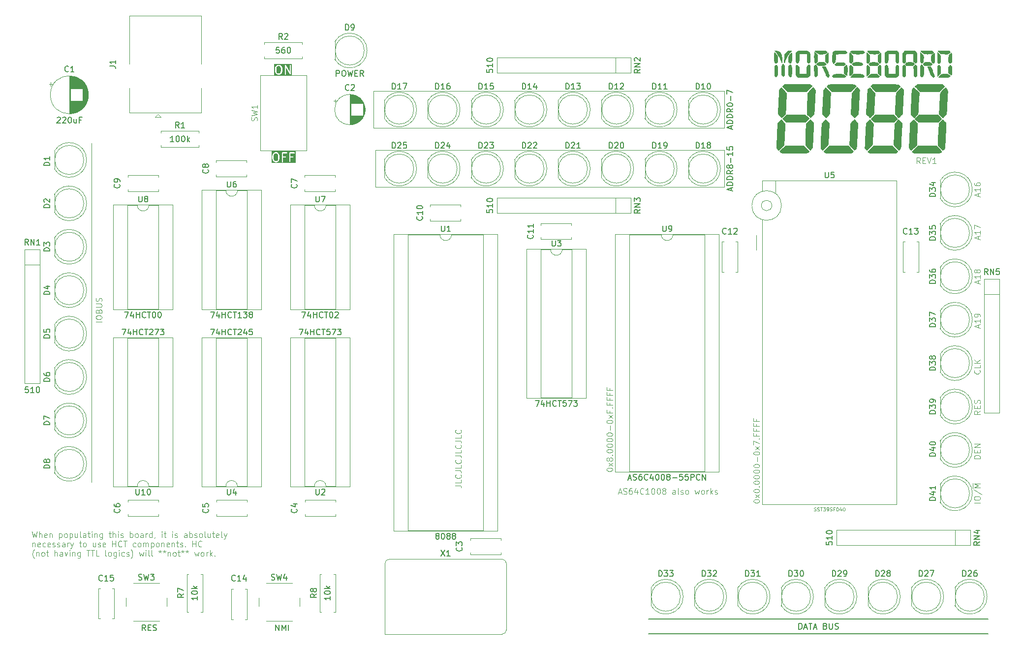
<source format=gbr>
%TF.GenerationSoftware,KiCad,Pcbnew,9.0.1*%
%TF.CreationDate,2025-05-21T13:32:22+02:00*%
%TF.ProjectId,mb88-testboard,6d623838-2d74-4657-9374-626f6172642e,1*%
%TF.SameCoordinates,Original*%
%TF.FileFunction,Legend,Top*%
%TF.FilePolarity,Positive*%
%FSLAX46Y46*%
G04 Gerber Fmt 4.6, Leading zero omitted, Abs format (unit mm)*
G04 Created by KiCad (PCBNEW 9.0.1) date 2025-05-21 13:32:22*
%MOMM*%
%LPD*%
G01*
G04 APERTURE LIST*
%ADD10C,0.100000*%
%ADD11C,0.200000*%
%ADD12C,0.150000*%
%ADD13C,0.090000*%
%ADD14C,0.120000*%
%ADD15C,0.000000*%
G04 APERTURE END LIST*
D10*
X184660265Y-106520704D02*
X185136455Y-106520704D01*
X184565027Y-106806419D02*
X184898360Y-105806419D01*
X184898360Y-105806419D02*
X185231693Y-106806419D01*
X185517408Y-106758800D02*
X185660265Y-106806419D01*
X185660265Y-106806419D02*
X185898360Y-106806419D01*
X185898360Y-106806419D02*
X185993598Y-106758800D01*
X185993598Y-106758800D02*
X186041217Y-106711180D01*
X186041217Y-106711180D02*
X186088836Y-106615942D01*
X186088836Y-106615942D02*
X186088836Y-106520704D01*
X186088836Y-106520704D02*
X186041217Y-106425466D01*
X186041217Y-106425466D02*
X185993598Y-106377847D01*
X185993598Y-106377847D02*
X185898360Y-106330228D01*
X185898360Y-106330228D02*
X185707884Y-106282609D01*
X185707884Y-106282609D02*
X185612646Y-106234990D01*
X185612646Y-106234990D02*
X185565027Y-106187371D01*
X185565027Y-106187371D02*
X185517408Y-106092133D01*
X185517408Y-106092133D02*
X185517408Y-105996895D01*
X185517408Y-105996895D02*
X185565027Y-105901657D01*
X185565027Y-105901657D02*
X185612646Y-105854038D01*
X185612646Y-105854038D02*
X185707884Y-105806419D01*
X185707884Y-105806419D02*
X185945979Y-105806419D01*
X185945979Y-105806419D02*
X186088836Y-105854038D01*
X186945979Y-105806419D02*
X186755503Y-105806419D01*
X186755503Y-105806419D02*
X186660265Y-105854038D01*
X186660265Y-105854038D02*
X186612646Y-105901657D01*
X186612646Y-105901657D02*
X186517408Y-106044514D01*
X186517408Y-106044514D02*
X186469789Y-106234990D01*
X186469789Y-106234990D02*
X186469789Y-106615942D01*
X186469789Y-106615942D02*
X186517408Y-106711180D01*
X186517408Y-106711180D02*
X186565027Y-106758800D01*
X186565027Y-106758800D02*
X186660265Y-106806419D01*
X186660265Y-106806419D02*
X186850741Y-106806419D01*
X186850741Y-106806419D02*
X186945979Y-106758800D01*
X186945979Y-106758800D02*
X186993598Y-106711180D01*
X186993598Y-106711180D02*
X187041217Y-106615942D01*
X187041217Y-106615942D02*
X187041217Y-106377847D01*
X187041217Y-106377847D02*
X186993598Y-106282609D01*
X186993598Y-106282609D02*
X186945979Y-106234990D01*
X186945979Y-106234990D02*
X186850741Y-106187371D01*
X186850741Y-106187371D02*
X186660265Y-106187371D01*
X186660265Y-106187371D02*
X186565027Y-106234990D01*
X186565027Y-106234990D02*
X186517408Y-106282609D01*
X186517408Y-106282609D02*
X186469789Y-106377847D01*
X187898360Y-106139752D02*
X187898360Y-106806419D01*
X187660265Y-105758800D02*
X187422170Y-106473085D01*
X187422170Y-106473085D02*
X188041217Y-106473085D01*
X188993598Y-106711180D02*
X188945979Y-106758800D01*
X188945979Y-106758800D02*
X188803122Y-106806419D01*
X188803122Y-106806419D02*
X188707884Y-106806419D01*
X188707884Y-106806419D02*
X188565027Y-106758800D01*
X188565027Y-106758800D02*
X188469789Y-106663561D01*
X188469789Y-106663561D02*
X188422170Y-106568323D01*
X188422170Y-106568323D02*
X188374551Y-106377847D01*
X188374551Y-106377847D02*
X188374551Y-106234990D01*
X188374551Y-106234990D02*
X188422170Y-106044514D01*
X188422170Y-106044514D02*
X188469789Y-105949276D01*
X188469789Y-105949276D02*
X188565027Y-105854038D01*
X188565027Y-105854038D02*
X188707884Y-105806419D01*
X188707884Y-105806419D02*
X188803122Y-105806419D01*
X188803122Y-105806419D02*
X188945979Y-105854038D01*
X188945979Y-105854038D02*
X188993598Y-105901657D01*
X189945979Y-106806419D02*
X189374551Y-106806419D01*
X189660265Y-106806419D02*
X189660265Y-105806419D01*
X189660265Y-105806419D02*
X189565027Y-105949276D01*
X189565027Y-105949276D02*
X189469789Y-106044514D01*
X189469789Y-106044514D02*
X189374551Y-106092133D01*
X190565027Y-105806419D02*
X190660265Y-105806419D01*
X190660265Y-105806419D02*
X190755503Y-105854038D01*
X190755503Y-105854038D02*
X190803122Y-105901657D01*
X190803122Y-105901657D02*
X190850741Y-105996895D01*
X190850741Y-105996895D02*
X190898360Y-106187371D01*
X190898360Y-106187371D02*
X190898360Y-106425466D01*
X190898360Y-106425466D02*
X190850741Y-106615942D01*
X190850741Y-106615942D02*
X190803122Y-106711180D01*
X190803122Y-106711180D02*
X190755503Y-106758800D01*
X190755503Y-106758800D02*
X190660265Y-106806419D01*
X190660265Y-106806419D02*
X190565027Y-106806419D01*
X190565027Y-106806419D02*
X190469789Y-106758800D01*
X190469789Y-106758800D02*
X190422170Y-106711180D01*
X190422170Y-106711180D02*
X190374551Y-106615942D01*
X190374551Y-106615942D02*
X190326932Y-106425466D01*
X190326932Y-106425466D02*
X190326932Y-106187371D01*
X190326932Y-106187371D02*
X190374551Y-105996895D01*
X190374551Y-105996895D02*
X190422170Y-105901657D01*
X190422170Y-105901657D02*
X190469789Y-105854038D01*
X190469789Y-105854038D02*
X190565027Y-105806419D01*
X191517408Y-105806419D02*
X191612646Y-105806419D01*
X191612646Y-105806419D02*
X191707884Y-105854038D01*
X191707884Y-105854038D02*
X191755503Y-105901657D01*
X191755503Y-105901657D02*
X191803122Y-105996895D01*
X191803122Y-105996895D02*
X191850741Y-106187371D01*
X191850741Y-106187371D02*
X191850741Y-106425466D01*
X191850741Y-106425466D02*
X191803122Y-106615942D01*
X191803122Y-106615942D02*
X191755503Y-106711180D01*
X191755503Y-106711180D02*
X191707884Y-106758800D01*
X191707884Y-106758800D02*
X191612646Y-106806419D01*
X191612646Y-106806419D02*
X191517408Y-106806419D01*
X191517408Y-106806419D02*
X191422170Y-106758800D01*
X191422170Y-106758800D02*
X191374551Y-106711180D01*
X191374551Y-106711180D02*
X191326932Y-106615942D01*
X191326932Y-106615942D02*
X191279313Y-106425466D01*
X191279313Y-106425466D02*
X191279313Y-106187371D01*
X191279313Y-106187371D02*
X191326932Y-105996895D01*
X191326932Y-105996895D02*
X191374551Y-105901657D01*
X191374551Y-105901657D02*
X191422170Y-105854038D01*
X191422170Y-105854038D02*
X191517408Y-105806419D01*
X192422170Y-106234990D02*
X192326932Y-106187371D01*
X192326932Y-106187371D02*
X192279313Y-106139752D01*
X192279313Y-106139752D02*
X192231694Y-106044514D01*
X192231694Y-106044514D02*
X192231694Y-105996895D01*
X192231694Y-105996895D02*
X192279313Y-105901657D01*
X192279313Y-105901657D02*
X192326932Y-105854038D01*
X192326932Y-105854038D02*
X192422170Y-105806419D01*
X192422170Y-105806419D02*
X192612646Y-105806419D01*
X192612646Y-105806419D02*
X192707884Y-105854038D01*
X192707884Y-105854038D02*
X192755503Y-105901657D01*
X192755503Y-105901657D02*
X192803122Y-105996895D01*
X192803122Y-105996895D02*
X192803122Y-106044514D01*
X192803122Y-106044514D02*
X192755503Y-106139752D01*
X192755503Y-106139752D02*
X192707884Y-106187371D01*
X192707884Y-106187371D02*
X192612646Y-106234990D01*
X192612646Y-106234990D02*
X192422170Y-106234990D01*
X192422170Y-106234990D02*
X192326932Y-106282609D01*
X192326932Y-106282609D02*
X192279313Y-106330228D01*
X192279313Y-106330228D02*
X192231694Y-106425466D01*
X192231694Y-106425466D02*
X192231694Y-106615942D01*
X192231694Y-106615942D02*
X192279313Y-106711180D01*
X192279313Y-106711180D02*
X192326932Y-106758800D01*
X192326932Y-106758800D02*
X192422170Y-106806419D01*
X192422170Y-106806419D02*
X192612646Y-106806419D01*
X192612646Y-106806419D02*
X192707884Y-106758800D01*
X192707884Y-106758800D02*
X192755503Y-106711180D01*
X192755503Y-106711180D02*
X192803122Y-106615942D01*
X192803122Y-106615942D02*
X192803122Y-106425466D01*
X192803122Y-106425466D02*
X192755503Y-106330228D01*
X192755503Y-106330228D02*
X192707884Y-106282609D01*
X192707884Y-106282609D02*
X192612646Y-106234990D01*
X194422170Y-106806419D02*
X194422170Y-106282609D01*
X194422170Y-106282609D02*
X194374551Y-106187371D01*
X194374551Y-106187371D02*
X194279313Y-106139752D01*
X194279313Y-106139752D02*
X194088837Y-106139752D01*
X194088837Y-106139752D02*
X193993599Y-106187371D01*
X194422170Y-106758800D02*
X194326932Y-106806419D01*
X194326932Y-106806419D02*
X194088837Y-106806419D01*
X194088837Y-106806419D02*
X193993599Y-106758800D01*
X193993599Y-106758800D02*
X193945980Y-106663561D01*
X193945980Y-106663561D02*
X193945980Y-106568323D01*
X193945980Y-106568323D02*
X193993599Y-106473085D01*
X193993599Y-106473085D02*
X194088837Y-106425466D01*
X194088837Y-106425466D02*
X194326932Y-106425466D01*
X194326932Y-106425466D02*
X194422170Y-106377847D01*
X195041218Y-106806419D02*
X194945980Y-106758800D01*
X194945980Y-106758800D02*
X194898361Y-106663561D01*
X194898361Y-106663561D02*
X194898361Y-105806419D01*
X195374552Y-106758800D02*
X195469790Y-106806419D01*
X195469790Y-106806419D02*
X195660266Y-106806419D01*
X195660266Y-106806419D02*
X195755504Y-106758800D01*
X195755504Y-106758800D02*
X195803123Y-106663561D01*
X195803123Y-106663561D02*
X195803123Y-106615942D01*
X195803123Y-106615942D02*
X195755504Y-106520704D01*
X195755504Y-106520704D02*
X195660266Y-106473085D01*
X195660266Y-106473085D02*
X195517409Y-106473085D01*
X195517409Y-106473085D02*
X195422171Y-106425466D01*
X195422171Y-106425466D02*
X195374552Y-106330228D01*
X195374552Y-106330228D02*
X195374552Y-106282609D01*
X195374552Y-106282609D02*
X195422171Y-106187371D01*
X195422171Y-106187371D02*
X195517409Y-106139752D01*
X195517409Y-106139752D02*
X195660266Y-106139752D01*
X195660266Y-106139752D02*
X195755504Y-106187371D01*
X196374552Y-106806419D02*
X196279314Y-106758800D01*
X196279314Y-106758800D02*
X196231695Y-106711180D01*
X196231695Y-106711180D02*
X196184076Y-106615942D01*
X196184076Y-106615942D02*
X196184076Y-106330228D01*
X196184076Y-106330228D02*
X196231695Y-106234990D01*
X196231695Y-106234990D02*
X196279314Y-106187371D01*
X196279314Y-106187371D02*
X196374552Y-106139752D01*
X196374552Y-106139752D02*
X196517409Y-106139752D01*
X196517409Y-106139752D02*
X196612647Y-106187371D01*
X196612647Y-106187371D02*
X196660266Y-106234990D01*
X196660266Y-106234990D02*
X196707885Y-106330228D01*
X196707885Y-106330228D02*
X196707885Y-106615942D01*
X196707885Y-106615942D02*
X196660266Y-106711180D01*
X196660266Y-106711180D02*
X196612647Y-106758800D01*
X196612647Y-106758800D02*
X196517409Y-106806419D01*
X196517409Y-106806419D02*
X196374552Y-106806419D01*
X197803124Y-106139752D02*
X197993600Y-106806419D01*
X197993600Y-106806419D02*
X198184076Y-106330228D01*
X198184076Y-106330228D02*
X198374552Y-106806419D01*
X198374552Y-106806419D02*
X198565028Y-106139752D01*
X199088838Y-106806419D02*
X198993600Y-106758800D01*
X198993600Y-106758800D02*
X198945981Y-106711180D01*
X198945981Y-106711180D02*
X198898362Y-106615942D01*
X198898362Y-106615942D02*
X198898362Y-106330228D01*
X198898362Y-106330228D02*
X198945981Y-106234990D01*
X198945981Y-106234990D02*
X198993600Y-106187371D01*
X198993600Y-106187371D02*
X199088838Y-106139752D01*
X199088838Y-106139752D02*
X199231695Y-106139752D01*
X199231695Y-106139752D02*
X199326933Y-106187371D01*
X199326933Y-106187371D02*
X199374552Y-106234990D01*
X199374552Y-106234990D02*
X199422171Y-106330228D01*
X199422171Y-106330228D02*
X199422171Y-106615942D01*
X199422171Y-106615942D02*
X199374552Y-106711180D01*
X199374552Y-106711180D02*
X199326933Y-106758800D01*
X199326933Y-106758800D02*
X199231695Y-106806419D01*
X199231695Y-106806419D02*
X199088838Y-106806419D01*
X199850743Y-106806419D02*
X199850743Y-106139752D01*
X199850743Y-106330228D02*
X199898362Y-106234990D01*
X199898362Y-106234990D02*
X199945981Y-106187371D01*
X199945981Y-106187371D02*
X200041219Y-106139752D01*
X200041219Y-106139752D02*
X200136457Y-106139752D01*
X200469791Y-106806419D02*
X200469791Y-105806419D01*
X200565029Y-106425466D02*
X200850743Y-106806419D01*
X200850743Y-106139752D02*
X200469791Y-106520704D01*
X201231696Y-106758800D02*
X201326934Y-106806419D01*
X201326934Y-106806419D02*
X201517410Y-106806419D01*
X201517410Y-106806419D02*
X201612648Y-106758800D01*
X201612648Y-106758800D02*
X201660267Y-106663561D01*
X201660267Y-106663561D02*
X201660267Y-106615942D01*
X201660267Y-106615942D02*
X201612648Y-106520704D01*
X201612648Y-106520704D02*
X201517410Y-106473085D01*
X201517410Y-106473085D02*
X201374553Y-106473085D01*
X201374553Y-106473085D02*
X201279315Y-106425466D01*
X201279315Y-106425466D02*
X201231696Y-106330228D01*
X201231696Y-106330228D02*
X201231696Y-106282609D01*
X201231696Y-106282609D02*
X201279315Y-106187371D01*
X201279315Y-106187371D02*
X201374553Y-106139752D01*
X201374553Y-106139752D02*
X201517410Y-106139752D01*
X201517410Y-106139752D02*
X201612648Y-106187371D01*
X182641419Y-102629639D02*
X182641419Y-102534401D01*
X182641419Y-102534401D02*
X182689038Y-102439163D01*
X182689038Y-102439163D02*
X182736657Y-102391544D01*
X182736657Y-102391544D02*
X182831895Y-102343925D01*
X182831895Y-102343925D02*
X183022371Y-102296306D01*
X183022371Y-102296306D02*
X183260466Y-102296306D01*
X183260466Y-102296306D02*
X183450942Y-102343925D01*
X183450942Y-102343925D02*
X183546180Y-102391544D01*
X183546180Y-102391544D02*
X183593800Y-102439163D01*
X183593800Y-102439163D02*
X183641419Y-102534401D01*
X183641419Y-102534401D02*
X183641419Y-102629639D01*
X183641419Y-102629639D02*
X183593800Y-102724877D01*
X183593800Y-102724877D02*
X183546180Y-102772496D01*
X183546180Y-102772496D02*
X183450942Y-102820115D01*
X183450942Y-102820115D02*
X183260466Y-102867734D01*
X183260466Y-102867734D02*
X183022371Y-102867734D01*
X183022371Y-102867734D02*
X182831895Y-102820115D01*
X182831895Y-102820115D02*
X182736657Y-102772496D01*
X182736657Y-102772496D02*
X182689038Y-102724877D01*
X182689038Y-102724877D02*
X182641419Y-102629639D01*
X183641419Y-101962972D02*
X182974752Y-101439163D01*
X182974752Y-101962972D02*
X183641419Y-101439163D01*
X183069990Y-100915353D02*
X183022371Y-101010591D01*
X183022371Y-101010591D02*
X182974752Y-101058210D01*
X182974752Y-101058210D02*
X182879514Y-101105829D01*
X182879514Y-101105829D02*
X182831895Y-101105829D01*
X182831895Y-101105829D02*
X182736657Y-101058210D01*
X182736657Y-101058210D02*
X182689038Y-101010591D01*
X182689038Y-101010591D02*
X182641419Y-100915353D01*
X182641419Y-100915353D02*
X182641419Y-100724877D01*
X182641419Y-100724877D02*
X182689038Y-100629639D01*
X182689038Y-100629639D02*
X182736657Y-100582020D01*
X182736657Y-100582020D02*
X182831895Y-100534401D01*
X182831895Y-100534401D02*
X182879514Y-100534401D01*
X182879514Y-100534401D02*
X182974752Y-100582020D01*
X182974752Y-100582020D02*
X183022371Y-100629639D01*
X183022371Y-100629639D02*
X183069990Y-100724877D01*
X183069990Y-100724877D02*
X183069990Y-100915353D01*
X183069990Y-100915353D02*
X183117609Y-101010591D01*
X183117609Y-101010591D02*
X183165228Y-101058210D01*
X183165228Y-101058210D02*
X183260466Y-101105829D01*
X183260466Y-101105829D02*
X183450942Y-101105829D01*
X183450942Y-101105829D02*
X183546180Y-101058210D01*
X183546180Y-101058210D02*
X183593800Y-101010591D01*
X183593800Y-101010591D02*
X183641419Y-100915353D01*
X183641419Y-100915353D02*
X183641419Y-100724877D01*
X183641419Y-100724877D02*
X183593800Y-100629639D01*
X183593800Y-100629639D02*
X183546180Y-100582020D01*
X183546180Y-100582020D02*
X183450942Y-100534401D01*
X183450942Y-100534401D02*
X183260466Y-100534401D01*
X183260466Y-100534401D02*
X183165228Y-100582020D01*
X183165228Y-100582020D02*
X183117609Y-100629639D01*
X183117609Y-100629639D02*
X183069990Y-100724877D01*
X183546180Y-100105829D02*
X183593800Y-100058210D01*
X183593800Y-100058210D02*
X183641419Y-100105829D01*
X183641419Y-100105829D02*
X183593800Y-100153448D01*
X183593800Y-100153448D02*
X183546180Y-100105829D01*
X183546180Y-100105829D02*
X183641419Y-100105829D01*
X182641419Y-99439163D02*
X182641419Y-99343925D01*
X182641419Y-99343925D02*
X182689038Y-99248687D01*
X182689038Y-99248687D02*
X182736657Y-99201068D01*
X182736657Y-99201068D02*
X182831895Y-99153449D01*
X182831895Y-99153449D02*
X183022371Y-99105830D01*
X183022371Y-99105830D02*
X183260466Y-99105830D01*
X183260466Y-99105830D02*
X183450942Y-99153449D01*
X183450942Y-99153449D02*
X183546180Y-99201068D01*
X183546180Y-99201068D02*
X183593800Y-99248687D01*
X183593800Y-99248687D02*
X183641419Y-99343925D01*
X183641419Y-99343925D02*
X183641419Y-99439163D01*
X183641419Y-99439163D02*
X183593800Y-99534401D01*
X183593800Y-99534401D02*
X183546180Y-99582020D01*
X183546180Y-99582020D02*
X183450942Y-99629639D01*
X183450942Y-99629639D02*
X183260466Y-99677258D01*
X183260466Y-99677258D02*
X183022371Y-99677258D01*
X183022371Y-99677258D02*
X182831895Y-99629639D01*
X182831895Y-99629639D02*
X182736657Y-99582020D01*
X182736657Y-99582020D02*
X182689038Y-99534401D01*
X182689038Y-99534401D02*
X182641419Y-99439163D01*
X182641419Y-98486782D02*
X182641419Y-98391544D01*
X182641419Y-98391544D02*
X182689038Y-98296306D01*
X182689038Y-98296306D02*
X182736657Y-98248687D01*
X182736657Y-98248687D02*
X182831895Y-98201068D01*
X182831895Y-98201068D02*
X183022371Y-98153449D01*
X183022371Y-98153449D02*
X183260466Y-98153449D01*
X183260466Y-98153449D02*
X183450942Y-98201068D01*
X183450942Y-98201068D02*
X183546180Y-98248687D01*
X183546180Y-98248687D02*
X183593800Y-98296306D01*
X183593800Y-98296306D02*
X183641419Y-98391544D01*
X183641419Y-98391544D02*
X183641419Y-98486782D01*
X183641419Y-98486782D02*
X183593800Y-98582020D01*
X183593800Y-98582020D02*
X183546180Y-98629639D01*
X183546180Y-98629639D02*
X183450942Y-98677258D01*
X183450942Y-98677258D02*
X183260466Y-98724877D01*
X183260466Y-98724877D02*
X183022371Y-98724877D01*
X183022371Y-98724877D02*
X182831895Y-98677258D01*
X182831895Y-98677258D02*
X182736657Y-98629639D01*
X182736657Y-98629639D02*
X182689038Y-98582020D01*
X182689038Y-98582020D02*
X182641419Y-98486782D01*
X182641419Y-97534401D02*
X182641419Y-97439163D01*
X182641419Y-97439163D02*
X182689038Y-97343925D01*
X182689038Y-97343925D02*
X182736657Y-97296306D01*
X182736657Y-97296306D02*
X182831895Y-97248687D01*
X182831895Y-97248687D02*
X183022371Y-97201068D01*
X183022371Y-97201068D02*
X183260466Y-97201068D01*
X183260466Y-97201068D02*
X183450942Y-97248687D01*
X183450942Y-97248687D02*
X183546180Y-97296306D01*
X183546180Y-97296306D02*
X183593800Y-97343925D01*
X183593800Y-97343925D02*
X183641419Y-97439163D01*
X183641419Y-97439163D02*
X183641419Y-97534401D01*
X183641419Y-97534401D02*
X183593800Y-97629639D01*
X183593800Y-97629639D02*
X183546180Y-97677258D01*
X183546180Y-97677258D02*
X183450942Y-97724877D01*
X183450942Y-97724877D02*
X183260466Y-97772496D01*
X183260466Y-97772496D02*
X183022371Y-97772496D01*
X183022371Y-97772496D02*
X182831895Y-97724877D01*
X182831895Y-97724877D02*
X182736657Y-97677258D01*
X182736657Y-97677258D02*
X182689038Y-97629639D01*
X182689038Y-97629639D02*
X182641419Y-97534401D01*
X182641419Y-96582020D02*
X182641419Y-96486782D01*
X182641419Y-96486782D02*
X182689038Y-96391544D01*
X182689038Y-96391544D02*
X182736657Y-96343925D01*
X182736657Y-96343925D02*
X182831895Y-96296306D01*
X182831895Y-96296306D02*
X183022371Y-96248687D01*
X183022371Y-96248687D02*
X183260466Y-96248687D01*
X183260466Y-96248687D02*
X183450942Y-96296306D01*
X183450942Y-96296306D02*
X183546180Y-96343925D01*
X183546180Y-96343925D02*
X183593800Y-96391544D01*
X183593800Y-96391544D02*
X183641419Y-96486782D01*
X183641419Y-96486782D02*
X183641419Y-96582020D01*
X183641419Y-96582020D02*
X183593800Y-96677258D01*
X183593800Y-96677258D02*
X183546180Y-96724877D01*
X183546180Y-96724877D02*
X183450942Y-96772496D01*
X183450942Y-96772496D02*
X183260466Y-96820115D01*
X183260466Y-96820115D02*
X183022371Y-96820115D01*
X183022371Y-96820115D02*
X182831895Y-96772496D01*
X182831895Y-96772496D02*
X182736657Y-96724877D01*
X182736657Y-96724877D02*
X182689038Y-96677258D01*
X182689038Y-96677258D02*
X182641419Y-96582020D01*
X183260466Y-95820115D02*
X183260466Y-95058211D01*
X182641419Y-94391544D02*
X182641419Y-94296306D01*
X182641419Y-94296306D02*
X182689038Y-94201068D01*
X182689038Y-94201068D02*
X182736657Y-94153449D01*
X182736657Y-94153449D02*
X182831895Y-94105830D01*
X182831895Y-94105830D02*
X183022371Y-94058211D01*
X183022371Y-94058211D02*
X183260466Y-94058211D01*
X183260466Y-94058211D02*
X183450942Y-94105830D01*
X183450942Y-94105830D02*
X183546180Y-94153449D01*
X183546180Y-94153449D02*
X183593800Y-94201068D01*
X183593800Y-94201068D02*
X183641419Y-94296306D01*
X183641419Y-94296306D02*
X183641419Y-94391544D01*
X183641419Y-94391544D02*
X183593800Y-94486782D01*
X183593800Y-94486782D02*
X183546180Y-94534401D01*
X183546180Y-94534401D02*
X183450942Y-94582020D01*
X183450942Y-94582020D02*
X183260466Y-94629639D01*
X183260466Y-94629639D02*
X183022371Y-94629639D01*
X183022371Y-94629639D02*
X182831895Y-94582020D01*
X182831895Y-94582020D02*
X182736657Y-94534401D01*
X182736657Y-94534401D02*
X182689038Y-94486782D01*
X182689038Y-94486782D02*
X182641419Y-94391544D01*
X183641419Y-93724877D02*
X182974752Y-93201068D01*
X182974752Y-93724877D02*
X183641419Y-93201068D01*
X183117609Y-92486782D02*
X183117609Y-92820115D01*
X183641419Y-92820115D02*
X182641419Y-92820115D01*
X182641419Y-92820115D02*
X182641419Y-92343925D01*
X183546180Y-91962972D02*
X183593800Y-91915353D01*
X183593800Y-91915353D02*
X183641419Y-91962972D01*
X183641419Y-91962972D02*
X183593800Y-92010591D01*
X183593800Y-92010591D02*
X183546180Y-91962972D01*
X183546180Y-91962972D02*
X183641419Y-91962972D01*
X183117609Y-91153449D02*
X183117609Y-91486782D01*
X183641419Y-91486782D02*
X182641419Y-91486782D01*
X182641419Y-91486782D02*
X182641419Y-91010592D01*
X183117609Y-90296306D02*
X183117609Y-90629639D01*
X183641419Y-90629639D02*
X182641419Y-90629639D01*
X182641419Y-90629639D02*
X182641419Y-90153449D01*
X183117609Y-89439163D02*
X183117609Y-89772496D01*
X183641419Y-89772496D02*
X182641419Y-89772496D01*
X182641419Y-89772496D02*
X182641419Y-89296306D01*
X183117609Y-88582020D02*
X183117609Y-88915353D01*
X183641419Y-88915353D02*
X182641419Y-88915353D01*
X182641419Y-88915353D02*
X182641419Y-88439163D01*
X207914419Y-108045639D02*
X207914419Y-107950401D01*
X207914419Y-107950401D02*
X207962038Y-107855163D01*
X207962038Y-107855163D02*
X208009657Y-107807544D01*
X208009657Y-107807544D02*
X208104895Y-107759925D01*
X208104895Y-107759925D02*
X208295371Y-107712306D01*
X208295371Y-107712306D02*
X208533466Y-107712306D01*
X208533466Y-107712306D02*
X208723942Y-107759925D01*
X208723942Y-107759925D02*
X208819180Y-107807544D01*
X208819180Y-107807544D02*
X208866800Y-107855163D01*
X208866800Y-107855163D02*
X208914419Y-107950401D01*
X208914419Y-107950401D02*
X208914419Y-108045639D01*
X208914419Y-108045639D02*
X208866800Y-108140877D01*
X208866800Y-108140877D02*
X208819180Y-108188496D01*
X208819180Y-108188496D02*
X208723942Y-108236115D01*
X208723942Y-108236115D02*
X208533466Y-108283734D01*
X208533466Y-108283734D02*
X208295371Y-108283734D01*
X208295371Y-108283734D02*
X208104895Y-108236115D01*
X208104895Y-108236115D02*
X208009657Y-108188496D01*
X208009657Y-108188496D02*
X207962038Y-108140877D01*
X207962038Y-108140877D02*
X207914419Y-108045639D01*
X208914419Y-107378972D02*
X208247752Y-106855163D01*
X208247752Y-107378972D02*
X208914419Y-106855163D01*
X207914419Y-106283734D02*
X207914419Y-106188496D01*
X207914419Y-106188496D02*
X207962038Y-106093258D01*
X207962038Y-106093258D02*
X208009657Y-106045639D01*
X208009657Y-106045639D02*
X208104895Y-105998020D01*
X208104895Y-105998020D02*
X208295371Y-105950401D01*
X208295371Y-105950401D02*
X208533466Y-105950401D01*
X208533466Y-105950401D02*
X208723942Y-105998020D01*
X208723942Y-105998020D02*
X208819180Y-106045639D01*
X208819180Y-106045639D02*
X208866800Y-106093258D01*
X208866800Y-106093258D02*
X208914419Y-106188496D01*
X208914419Y-106188496D02*
X208914419Y-106283734D01*
X208914419Y-106283734D02*
X208866800Y-106378972D01*
X208866800Y-106378972D02*
X208819180Y-106426591D01*
X208819180Y-106426591D02*
X208723942Y-106474210D01*
X208723942Y-106474210D02*
X208533466Y-106521829D01*
X208533466Y-106521829D02*
X208295371Y-106521829D01*
X208295371Y-106521829D02*
X208104895Y-106474210D01*
X208104895Y-106474210D02*
X208009657Y-106426591D01*
X208009657Y-106426591D02*
X207962038Y-106378972D01*
X207962038Y-106378972D02*
X207914419Y-106283734D01*
X208819180Y-105521829D02*
X208866800Y-105474210D01*
X208866800Y-105474210D02*
X208914419Y-105521829D01*
X208914419Y-105521829D02*
X208866800Y-105569448D01*
X208866800Y-105569448D02*
X208819180Y-105521829D01*
X208819180Y-105521829D02*
X208914419Y-105521829D01*
X207914419Y-104855163D02*
X207914419Y-104759925D01*
X207914419Y-104759925D02*
X207962038Y-104664687D01*
X207962038Y-104664687D02*
X208009657Y-104617068D01*
X208009657Y-104617068D02*
X208104895Y-104569449D01*
X208104895Y-104569449D02*
X208295371Y-104521830D01*
X208295371Y-104521830D02*
X208533466Y-104521830D01*
X208533466Y-104521830D02*
X208723942Y-104569449D01*
X208723942Y-104569449D02*
X208819180Y-104617068D01*
X208819180Y-104617068D02*
X208866800Y-104664687D01*
X208866800Y-104664687D02*
X208914419Y-104759925D01*
X208914419Y-104759925D02*
X208914419Y-104855163D01*
X208914419Y-104855163D02*
X208866800Y-104950401D01*
X208866800Y-104950401D02*
X208819180Y-104998020D01*
X208819180Y-104998020D02*
X208723942Y-105045639D01*
X208723942Y-105045639D02*
X208533466Y-105093258D01*
X208533466Y-105093258D02*
X208295371Y-105093258D01*
X208295371Y-105093258D02*
X208104895Y-105045639D01*
X208104895Y-105045639D02*
X208009657Y-104998020D01*
X208009657Y-104998020D02*
X207962038Y-104950401D01*
X207962038Y-104950401D02*
X207914419Y-104855163D01*
X207914419Y-103902782D02*
X207914419Y-103807544D01*
X207914419Y-103807544D02*
X207962038Y-103712306D01*
X207962038Y-103712306D02*
X208009657Y-103664687D01*
X208009657Y-103664687D02*
X208104895Y-103617068D01*
X208104895Y-103617068D02*
X208295371Y-103569449D01*
X208295371Y-103569449D02*
X208533466Y-103569449D01*
X208533466Y-103569449D02*
X208723942Y-103617068D01*
X208723942Y-103617068D02*
X208819180Y-103664687D01*
X208819180Y-103664687D02*
X208866800Y-103712306D01*
X208866800Y-103712306D02*
X208914419Y-103807544D01*
X208914419Y-103807544D02*
X208914419Y-103902782D01*
X208914419Y-103902782D02*
X208866800Y-103998020D01*
X208866800Y-103998020D02*
X208819180Y-104045639D01*
X208819180Y-104045639D02*
X208723942Y-104093258D01*
X208723942Y-104093258D02*
X208533466Y-104140877D01*
X208533466Y-104140877D02*
X208295371Y-104140877D01*
X208295371Y-104140877D02*
X208104895Y-104093258D01*
X208104895Y-104093258D02*
X208009657Y-104045639D01*
X208009657Y-104045639D02*
X207962038Y-103998020D01*
X207962038Y-103998020D02*
X207914419Y-103902782D01*
X207914419Y-102950401D02*
X207914419Y-102855163D01*
X207914419Y-102855163D02*
X207962038Y-102759925D01*
X207962038Y-102759925D02*
X208009657Y-102712306D01*
X208009657Y-102712306D02*
X208104895Y-102664687D01*
X208104895Y-102664687D02*
X208295371Y-102617068D01*
X208295371Y-102617068D02*
X208533466Y-102617068D01*
X208533466Y-102617068D02*
X208723942Y-102664687D01*
X208723942Y-102664687D02*
X208819180Y-102712306D01*
X208819180Y-102712306D02*
X208866800Y-102759925D01*
X208866800Y-102759925D02*
X208914419Y-102855163D01*
X208914419Y-102855163D02*
X208914419Y-102950401D01*
X208914419Y-102950401D02*
X208866800Y-103045639D01*
X208866800Y-103045639D02*
X208819180Y-103093258D01*
X208819180Y-103093258D02*
X208723942Y-103140877D01*
X208723942Y-103140877D02*
X208533466Y-103188496D01*
X208533466Y-103188496D02*
X208295371Y-103188496D01*
X208295371Y-103188496D02*
X208104895Y-103140877D01*
X208104895Y-103140877D02*
X208009657Y-103093258D01*
X208009657Y-103093258D02*
X207962038Y-103045639D01*
X207962038Y-103045639D02*
X207914419Y-102950401D01*
X207914419Y-101998020D02*
X207914419Y-101902782D01*
X207914419Y-101902782D02*
X207962038Y-101807544D01*
X207962038Y-101807544D02*
X208009657Y-101759925D01*
X208009657Y-101759925D02*
X208104895Y-101712306D01*
X208104895Y-101712306D02*
X208295371Y-101664687D01*
X208295371Y-101664687D02*
X208533466Y-101664687D01*
X208533466Y-101664687D02*
X208723942Y-101712306D01*
X208723942Y-101712306D02*
X208819180Y-101759925D01*
X208819180Y-101759925D02*
X208866800Y-101807544D01*
X208866800Y-101807544D02*
X208914419Y-101902782D01*
X208914419Y-101902782D02*
X208914419Y-101998020D01*
X208914419Y-101998020D02*
X208866800Y-102093258D01*
X208866800Y-102093258D02*
X208819180Y-102140877D01*
X208819180Y-102140877D02*
X208723942Y-102188496D01*
X208723942Y-102188496D02*
X208533466Y-102236115D01*
X208533466Y-102236115D02*
X208295371Y-102236115D01*
X208295371Y-102236115D02*
X208104895Y-102188496D01*
X208104895Y-102188496D02*
X208009657Y-102140877D01*
X208009657Y-102140877D02*
X207962038Y-102093258D01*
X207962038Y-102093258D02*
X207914419Y-101998020D01*
X208533466Y-101236115D02*
X208533466Y-100474211D01*
X207914419Y-99807544D02*
X207914419Y-99712306D01*
X207914419Y-99712306D02*
X207962038Y-99617068D01*
X207962038Y-99617068D02*
X208009657Y-99569449D01*
X208009657Y-99569449D02*
X208104895Y-99521830D01*
X208104895Y-99521830D02*
X208295371Y-99474211D01*
X208295371Y-99474211D02*
X208533466Y-99474211D01*
X208533466Y-99474211D02*
X208723942Y-99521830D01*
X208723942Y-99521830D02*
X208819180Y-99569449D01*
X208819180Y-99569449D02*
X208866800Y-99617068D01*
X208866800Y-99617068D02*
X208914419Y-99712306D01*
X208914419Y-99712306D02*
X208914419Y-99807544D01*
X208914419Y-99807544D02*
X208866800Y-99902782D01*
X208866800Y-99902782D02*
X208819180Y-99950401D01*
X208819180Y-99950401D02*
X208723942Y-99998020D01*
X208723942Y-99998020D02*
X208533466Y-100045639D01*
X208533466Y-100045639D02*
X208295371Y-100045639D01*
X208295371Y-100045639D02*
X208104895Y-99998020D01*
X208104895Y-99998020D02*
X208009657Y-99950401D01*
X208009657Y-99950401D02*
X207962038Y-99902782D01*
X207962038Y-99902782D02*
X207914419Y-99807544D01*
X208914419Y-99140877D02*
X208247752Y-98617068D01*
X208247752Y-99140877D02*
X208914419Y-98617068D01*
X207914419Y-98331353D02*
X207914419Y-97664687D01*
X207914419Y-97664687D02*
X208914419Y-98093258D01*
X208819180Y-97283734D02*
X208866800Y-97236115D01*
X208866800Y-97236115D02*
X208914419Y-97283734D01*
X208914419Y-97283734D02*
X208866800Y-97331353D01*
X208866800Y-97331353D02*
X208819180Y-97283734D01*
X208819180Y-97283734D02*
X208914419Y-97283734D01*
X208390609Y-96474211D02*
X208390609Y-96807544D01*
X208914419Y-96807544D02*
X207914419Y-96807544D01*
X207914419Y-96807544D02*
X207914419Y-96331354D01*
X208390609Y-95617068D02*
X208390609Y-95950401D01*
X208914419Y-95950401D02*
X207914419Y-95950401D01*
X207914419Y-95950401D02*
X207914419Y-95474211D01*
X208390609Y-94759925D02*
X208390609Y-95093258D01*
X208914419Y-95093258D02*
X207914419Y-95093258D01*
X207914419Y-95093258D02*
X207914419Y-94617068D01*
X208390609Y-93902782D02*
X208390609Y-94236115D01*
X208914419Y-94236115D02*
X207914419Y-94236115D01*
X207914419Y-94236115D02*
X207914419Y-93759925D01*
X246601704Y-70532475D02*
X246601704Y-70056285D01*
X246887419Y-70627713D02*
X245887419Y-70294380D01*
X245887419Y-70294380D02*
X246887419Y-69961047D01*
X246887419Y-69103904D02*
X246887419Y-69675332D01*
X246887419Y-69389618D02*
X245887419Y-69389618D01*
X245887419Y-69389618D02*
X246030276Y-69484856D01*
X246030276Y-69484856D02*
X246125514Y-69580094D01*
X246125514Y-69580094D02*
X246173133Y-69675332D01*
X246315990Y-68532475D02*
X246268371Y-68627713D01*
X246268371Y-68627713D02*
X246220752Y-68675332D01*
X246220752Y-68675332D02*
X246125514Y-68722951D01*
X246125514Y-68722951D02*
X246077895Y-68722951D01*
X246077895Y-68722951D02*
X245982657Y-68675332D01*
X245982657Y-68675332D02*
X245935038Y-68627713D01*
X245935038Y-68627713D02*
X245887419Y-68532475D01*
X245887419Y-68532475D02*
X245887419Y-68341999D01*
X245887419Y-68341999D02*
X245935038Y-68246761D01*
X245935038Y-68246761D02*
X245982657Y-68199142D01*
X245982657Y-68199142D02*
X246077895Y-68151523D01*
X246077895Y-68151523D02*
X246125514Y-68151523D01*
X246125514Y-68151523D02*
X246220752Y-68199142D01*
X246220752Y-68199142D02*
X246268371Y-68246761D01*
X246268371Y-68246761D02*
X246315990Y-68341999D01*
X246315990Y-68341999D02*
X246315990Y-68532475D01*
X246315990Y-68532475D02*
X246363609Y-68627713D01*
X246363609Y-68627713D02*
X246411228Y-68675332D01*
X246411228Y-68675332D02*
X246506466Y-68722951D01*
X246506466Y-68722951D02*
X246696942Y-68722951D01*
X246696942Y-68722951D02*
X246792180Y-68675332D01*
X246792180Y-68675332D02*
X246839800Y-68627713D01*
X246839800Y-68627713D02*
X246887419Y-68532475D01*
X246887419Y-68532475D02*
X246887419Y-68341999D01*
X246887419Y-68341999D02*
X246839800Y-68246761D01*
X246839800Y-68246761D02*
X246792180Y-68199142D01*
X246792180Y-68199142D02*
X246696942Y-68151523D01*
X246696942Y-68151523D02*
X246506466Y-68151523D01*
X246506466Y-68151523D02*
X246411228Y-68199142D01*
X246411228Y-68199142D02*
X246363609Y-68246761D01*
X246363609Y-68246761D02*
X246315990Y-68341999D01*
X156606419Y-105328401D02*
X157320704Y-105328401D01*
X157320704Y-105328401D02*
X157463561Y-105376020D01*
X157463561Y-105376020D02*
X157558800Y-105471258D01*
X157558800Y-105471258D02*
X157606419Y-105614115D01*
X157606419Y-105614115D02*
X157606419Y-105709353D01*
X157606419Y-104376020D02*
X157606419Y-104852210D01*
X157606419Y-104852210D02*
X156606419Y-104852210D01*
X157511180Y-103471258D02*
X157558800Y-103518877D01*
X157558800Y-103518877D02*
X157606419Y-103661734D01*
X157606419Y-103661734D02*
X157606419Y-103756972D01*
X157606419Y-103756972D02*
X157558800Y-103899829D01*
X157558800Y-103899829D02*
X157463561Y-103995067D01*
X157463561Y-103995067D02*
X157368323Y-104042686D01*
X157368323Y-104042686D02*
X157177847Y-104090305D01*
X157177847Y-104090305D02*
X157034990Y-104090305D01*
X157034990Y-104090305D02*
X156844514Y-104042686D01*
X156844514Y-104042686D02*
X156749276Y-103995067D01*
X156749276Y-103995067D02*
X156654038Y-103899829D01*
X156654038Y-103899829D02*
X156606419Y-103756972D01*
X156606419Y-103756972D02*
X156606419Y-103661734D01*
X156606419Y-103661734D02*
X156654038Y-103518877D01*
X156654038Y-103518877D02*
X156701657Y-103471258D01*
X156606419Y-102756972D02*
X157320704Y-102756972D01*
X157320704Y-102756972D02*
X157463561Y-102804591D01*
X157463561Y-102804591D02*
X157558800Y-102899829D01*
X157558800Y-102899829D02*
X157606419Y-103042686D01*
X157606419Y-103042686D02*
X157606419Y-103137924D01*
X157606419Y-101804591D02*
X157606419Y-102280781D01*
X157606419Y-102280781D02*
X156606419Y-102280781D01*
X157511180Y-100899829D02*
X157558800Y-100947448D01*
X157558800Y-100947448D02*
X157606419Y-101090305D01*
X157606419Y-101090305D02*
X157606419Y-101185543D01*
X157606419Y-101185543D02*
X157558800Y-101328400D01*
X157558800Y-101328400D02*
X157463561Y-101423638D01*
X157463561Y-101423638D02*
X157368323Y-101471257D01*
X157368323Y-101471257D02*
X157177847Y-101518876D01*
X157177847Y-101518876D02*
X157034990Y-101518876D01*
X157034990Y-101518876D02*
X156844514Y-101471257D01*
X156844514Y-101471257D02*
X156749276Y-101423638D01*
X156749276Y-101423638D02*
X156654038Y-101328400D01*
X156654038Y-101328400D02*
X156606419Y-101185543D01*
X156606419Y-101185543D02*
X156606419Y-101090305D01*
X156606419Y-101090305D02*
X156654038Y-100947448D01*
X156654038Y-100947448D02*
X156701657Y-100899829D01*
X156606419Y-100185543D02*
X157320704Y-100185543D01*
X157320704Y-100185543D02*
X157463561Y-100233162D01*
X157463561Y-100233162D02*
X157558800Y-100328400D01*
X157558800Y-100328400D02*
X157606419Y-100471257D01*
X157606419Y-100471257D02*
X157606419Y-100566495D01*
X157606419Y-99233162D02*
X157606419Y-99709352D01*
X157606419Y-99709352D02*
X156606419Y-99709352D01*
X157511180Y-98328400D02*
X157558800Y-98376019D01*
X157558800Y-98376019D02*
X157606419Y-98518876D01*
X157606419Y-98518876D02*
X157606419Y-98614114D01*
X157606419Y-98614114D02*
X157558800Y-98756971D01*
X157558800Y-98756971D02*
X157463561Y-98852209D01*
X157463561Y-98852209D02*
X157368323Y-98899828D01*
X157368323Y-98899828D02*
X157177847Y-98947447D01*
X157177847Y-98947447D02*
X157034990Y-98947447D01*
X157034990Y-98947447D02*
X156844514Y-98899828D01*
X156844514Y-98899828D02*
X156749276Y-98852209D01*
X156749276Y-98852209D02*
X156654038Y-98756971D01*
X156654038Y-98756971D02*
X156606419Y-98614114D01*
X156606419Y-98614114D02*
X156606419Y-98518876D01*
X156606419Y-98518876D02*
X156654038Y-98376019D01*
X156654038Y-98376019D02*
X156701657Y-98328400D01*
X156606419Y-97614114D02*
X157320704Y-97614114D01*
X157320704Y-97614114D02*
X157463561Y-97661733D01*
X157463561Y-97661733D02*
X157558800Y-97756971D01*
X157558800Y-97756971D02*
X157606419Y-97899828D01*
X157606419Y-97899828D02*
X157606419Y-97995066D01*
X157606419Y-96661733D02*
X157606419Y-97137923D01*
X157606419Y-97137923D02*
X156606419Y-97137923D01*
X157511180Y-95756971D02*
X157558800Y-95804590D01*
X157558800Y-95804590D02*
X157606419Y-95947447D01*
X157606419Y-95947447D02*
X157606419Y-96042685D01*
X157606419Y-96042685D02*
X157558800Y-96185542D01*
X157558800Y-96185542D02*
X157463561Y-96280780D01*
X157463561Y-96280780D02*
X157368323Y-96328399D01*
X157368323Y-96328399D02*
X157177847Y-96376018D01*
X157177847Y-96376018D02*
X157034990Y-96376018D01*
X157034990Y-96376018D02*
X156844514Y-96328399D01*
X156844514Y-96328399D02*
X156749276Y-96280780D01*
X156749276Y-96280780D02*
X156654038Y-96185542D01*
X156654038Y-96185542D02*
X156606419Y-96042685D01*
X156606419Y-96042685D02*
X156606419Y-95947447D01*
X156606419Y-95947447D02*
X156654038Y-95804590D01*
X156654038Y-95804590D02*
X156701657Y-95756971D01*
X93980000Y-46429499D02*
X93980000Y-104775000D01*
D11*
X189865000Y-128270000D02*
X248285000Y-128270000D01*
D10*
X142540000Y-37465000D02*
X202865000Y-37465000D01*
X202865000Y-43815000D01*
X142540000Y-43815000D01*
X142540000Y-37465000D01*
X142875000Y-47625000D02*
X202865000Y-47625000D01*
X202865000Y-53975000D01*
X142875000Y-53975000D01*
X142875000Y-47625000D01*
D11*
X189865000Y-130810000D02*
X248285000Y-130810000D01*
D10*
X246601704Y-62912475D02*
X246601704Y-62436285D01*
X246887419Y-63007713D02*
X245887419Y-62674380D01*
X245887419Y-62674380D02*
X246887419Y-62341047D01*
X246887419Y-61483904D02*
X246887419Y-62055332D01*
X246887419Y-61769618D02*
X245887419Y-61769618D01*
X245887419Y-61769618D02*
X246030276Y-61864856D01*
X246030276Y-61864856D02*
X246125514Y-61960094D01*
X246125514Y-61960094D02*
X246173133Y-62055332D01*
X245887419Y-61150570D02*
X245887419Y-60483904D01*
X245887419Y-60483904D02*
X246887419Y-60912475D01*
X246887419Y-92469687D02*
X246411228Y-92803020D01*
X246887419Y-93041115D02*
X245887419Y-93041115D01*
X245887419Y-93041115D02*
X245887419Y-92660163D01*
X245887419Y-92660163D02*
X245935038Y-92564925D01*
X245935038Y-92564925D02*
X245982657Y-92517306D01*
X245982657Y-92517306D02*
X246077895Y-92469687D01*
X246077895Y-92469687D02*
X246220752Y-92469687D01*
X246220752Y-92469687D02*
X246315990Y-92517306D01*
X246315990Y-92517306D02*
X246363609Y-92564925D01*
X246363609Y-92564925D02*
X246411228Y-92660163D01*
X246411228Y-92660163D02*
X246411228Y-93041115D01*
X246363609Y-92041115D02*
X246363609Y-91707782D01*
X246887419Y-91564925D02*
X246887419Y-92041115D01*
X246887419Y-92041115D02*
X245887419Y-92041115D01*
X245887419Y-92041115D02*
X245887419Y-91564925D01*
X246839800Y-91183972D02*
X246887419Y-91041115D01*
X246887419Y-91041115D02*
X246887419Y-90803020D01*
X246887419Y-90803020D02*
X246839800Y-90707782D01*
X246839800Y-90707782D02*
X246792180Y-90660163D01*
X246792180Y-90660163D02*
X246696942Y-90612544D01*
X246696942Y-90612544D02*
X246601704Y-90612544D01*
X246601704Y-90612544D02*
X246506466Y-90660163D01*
X246506466Y-90660163D02*
X246458847Y-90707782D01*
X246458847Y-90707782D02*
X246411228Y-90803020D01*
X246411228Y-90803020D02*
X246363609Y-90993496D01*
X246363609Y-90993496D02*
X246315990Y-91088734D01*
X246315990Y-91088734D02*
X246268371Y-91136353D01*
X246268371Y-91136353D02*
X246173133Y-91183972D01*
X246173133Y-91183972D02*
X246077895Y-91183972D01*
X246077895Y-91183972D02*
X245982657Y-91136353D01*
X245982657Y-91136353D02*
X245935038Y-91088734D01*
X245935038Y-91088734D02*
X245887419Y-90993496D01*
X245887419Y-90993496D02*
X245887419Y-90755401D01*
X245887419Y-90755401D02*
X245935038Y-90612544D01*
D11*
G36*
X125940764Y-48243642D02*
G01*
X126052560Y-48355438D01*
X126114286Y-48602337D01*
X126114286Y-49077718D01*
X126052560Y-49324617D01*
X125940764Y-49436413D01*
X125833536Y-49490028D01*
X125595036Y-49490028D01*
X125487807Y-49436413D01*
X125376010Y-49324616D01*
X125314286Y-49077719D01*
X125314286Y-48602336D01*
X125376010Y-48355438D01*
X125487806Y-48243643D01*
X125595036Y-48190028D01*
X125833535Y-48190028D01*
X125940764Y-48243642D01*
G37*
G36*
X129121889Y-49856695D02*
G01*
X124947619Y-49856695D01*
X124947619Y-48590028D01*
X125114286Y-48590028D01*
X125114286Y-49090028D01*
X125114621Y-49093430D01*
X125114404Y-49094889D01*
X125115483Y-49102185D01*
X125116207Y-49109537D01*
X125116772Y-49110901D01*
X125117272Y-49114281D01*
X125188700Y-49399995D01*
X125195295Y-49418456D01*
X125199721Y-49424430D01*
X125202567Y-49431299D01*
X125215003Y-49446453D01*
X125357862Y-49589311D01*
X125365529Y-49595604D01*
X125367261Y-49597600D01*
X125370269Y-49599493D01*
X125373015Y-49601747D01*
X125375454Y-49602757D01*
X125383851Y-49608043D01*
X125526708Y-49679471D01*
X125545017Y-49686477D01*
X125548599Y-49686731D01*
X125551920Y-49688107D01*
X125571429Y-49690028D01*
X125857143Y-49690028D01*
X125876652Y-49688107D01*
X125879972Y-49686731D01*
X125883556Y-49686477D01*
X125901864Y-49679471D01*
X126044721Y-49608043D01*
X126053117Y-49602757D01*
X126055558Y-49601747D01*
X126058303Y-49599493D01*
X126061312Y-49597600D01*
X126063044Y-49595602D01*
X126070711Y-49589310D01*
X126213568Y-49446452D01*
X126226004Y-49431299D01*
X126228849Y-49424430D01*
X126233276Y-49418456D01*
X126239871Y-49399996D01*
X126311300Y-49114282D01*
X126311800Y-49110900D01*
X126312365Y-49109537D01*
X126313088Y-49102188D01*
X126314168Y-49094890D01*
X126313950Y-49093431D01*
X126314286Y-49090028D01*
X126314286Y-48590028D01*
X126313950Y-48586624D01*
X126314168Y-48585166D01*
X126313088Y-48577867D01*
X126312365Y-48570519D01*
X126311800Y-48569155D01*
X126311300Y-48565774D01*
X126239871Y-48280060D01*
X126233276Y-48261600D01*
X126228849Y-48255625D01*
X126226004Y-48248756D01*
X126213567Y-48233603D01*
X126070711Y-48090746D01*
X126069836Y-48090028D01*
X126757143Y-48090028D01*
X126757143Y-49590028D01*
X126759064Y-49609537D01*
X126773996Y-49645585D01*
X126801586Y-49673175D01*
X126837634Y-49688107D01*
X126876652Y-49688107D01*
X126912700Y-49673175D01*
X126940290Y-49645585D01*
X126955222Y-49609537D01*
X126957143Y-49590028D01*
X126957143Y-48904314D01*
X127357143Y-48904314D01*
X127376652Y-48902393D01*
X127412700Y-48887461D01*
X127440290Y-48859871D01*
X127455222Y-48823823D01*
X127455222Y-48784805D01*
X127440290Y-48748757D01*
X127412700Y-48721167D01*
X127376652Y-48706235D01*
X127357143Y-48704314D01*
X126957143Y-48704314D01*
X126957143Y-48190028D01*
X127571429Y-48190028D01*
X127590938Y-48188107D01*
X127626986Y-48173175D01*
X127654576Y-48145585D01*
X127669508Y-48109537D01*
X127669508Y-48090028D01*
X128042857Y-48090028D01*
X128042857Y-49590028D01*
X128044778Y-49609537D01*
X128059710Y-49645585D01*
X128087300Y-49673175D01*
X128123348Y-49688107D01*
X128162366Y-49688107D01*
X128198414Y-49673175D01*
X128226004Y-49645585D01*
X128240936Y-49609537D01*
X128242857Y-49590028D01*
X128242857Y-48904314D01*
X128642857Y-48904314D01*
X128662366Y-48902393D01*
X128698414Y-48887461D01*
X128726004Y-48859871D01*
X128740936Y-48823823D01*
X128740936Y-48784805D01*
X128726004Y-48748757D01*
X128698414Y-48721167D01*
X128662366Y-48706235D01*
X128642857Y-48704314D01*
X128242857Y-48704314D01*
X128242857Y-48190028D01*
X128857143Y-48190028D01*
X128876652Y-48188107D01*
X128912700Y-48173175D01*
X128940290Y-48145585D01*
X128955222Y-48109537D01*
X128955222Y-48070519D01*
X128940290Y-48034471D01*
X128912700Y-48006881D01*
X128876652Y-47991949D01*
X128857143Y-47990028D01*
X128142857Y-47990028D01*
X128123348Y-47991949D01*
X128087300Y-48006881D01*
X128059710Y-48034471D01*
X128044778Y-48070519D01*
X128042857Y-48090028D01*
X127669508Y-48090028D01*
X127669508Y-48070519D01*
X127654576Y-48034471D01*
X127626986Y-48006881D01*
X127590938Y-47991949D01*
X127571429Y-47990028D01*
X126857143Y-47990028D01*
X126837634Y-47991949D01*
X126801586Y-48006881D01*
X126773996Y-48034471D01*
X126759064Y-48070519D01*
X126757143Y-48090028D01*
X126069836Y-48090028D01*
X126063044Y-48084454D01*
X126061312Y-48082457D01*
X126058300Y-48080561D01*
X126055557Y-48078310D01*
X126053119Y-48077300D01*
X126044721Y-48072014D01*
X125901865Y-48000585D01*
X125883556Y-47993579D01*
X125879972Y-47993324D01*
X125876652Y-47991949D01*
X125857143Y-47990028D01*
X125571429Y-47990028D01*
X125551920Y-47991949D01*
X125548599Y-47993324D01*
X125545016Y-47993579D01*
X125526707Y-48000585D01*
X125383850Y-48072014D01*
X125375451Y-48077300D01*
X125373015Y-48078310D01*
X125370272Y-48080560D01*
X125367260Y-48082457D01*
X125365526Y-48084455D01*
X125357862Y-48090746D01*
X125215004Y-48233603D01*
X125202567Y-48248756D01*
X125199721Y-48255625D01*
X125195295Y-48261600D01*
X125188700Y-48280061D01*
X125117272Y-48565775D01*
X125116772Y-48569154D01*
X125116207Y-48570519D01*
X125115483Y-48577870D01*
X125114404Y-48585167D01*
X125114621Y-48586625D01*
X125114286Y-48590028D01*
X124947619Y-48590028D01*
X124947619Y-47823361D01*
X129121889Y-47823361D01*
X129121889Y-49856695D01*
G37*
G36*
X126440763Y-33179642D02*
G01*
X126552559Y-33291438D01*
X126614285Y-33538337D01*
X126614285Y-34013718D01*
X126552559Y-34260617D01*
X126440763Y-34372413D01*
X126333535Y-34426028D01*
X126095035Y-34426028D01*
X125987806Y-34372413D01*
X125876009Y-34260616D01*
X125814285Y-34013719D01*
X125814285Y-33538336D01*
X125876009Y-33291438D01*
X125987805Y-33179643D01*
X126095035Y-33126028D01*
X126333534Y-33126028D01*
X126440763Y-33179642D01*
G37*
G36*
X128480952Y-34792695D02*
G01*
X125447618Y-34792695D01*
X125447618Y-33526028D01*
X125614285Y-33526028D01*
X125614285Y-34026028D01*
X125614620Y-34029430D01*
X125614403Y-34030889D01*
X125615482Y-34038185D01*
X125616206Y-34045537D01*
X125616771Y-34046901D01*
X125617271Y-34050281D01*
X125688699Y-34335995D01*
X125695294Y-34354456D01*
X125699720Y-34360430D01*
X125702566Y-34367299D01*
X125715002Y-34382453D01*
X125857861Y-34525311D01*
X125865528Y-34531604D01*
X125867260Y-34533600D01*
X125870268Y-34535493D01*
X125873014Y-34537747D01*
X125875453Y-34538757D01*
X125883850Y-34544043D01*
X126026707Y-34615471D01*
X126045016Y-34622477D01*
X126048598Y-34622731D01*
X126051919Y-34624107D01*
X126071428Y-34626028D01*
X126357142Y-34626028D01*
X126376651Y-34624107D01*
X126379971Y-34622731D01*
X126383555Y-34622477D01*
X126401863Y-34615471D01*
X126544720Y-34544043D01*
X126553116Y-34538757D01*
X126555557Y-34537747D01*
X126558302Y-34535493D01*
X126561311Y-34533600D01*
X126563043Y-34531602D01*
X126570710Y-34525310D01*
X126713567Y-34382452D01*
X126726003Y-34367299D01*
X126728848Y-34360430D01*
X126733275Y-34354456D01*
X126739870Y-34335996D01*
X126811299Y-34050282D01*
X126811799Y-34046900D01*
X126812364Y-34045537D01*
X126813087Y-34038188D01*
X126814167Y-34030890D01*
X126813949Y-34029431D01*
X126814285Y-34026028D01*
X126814285Y-33526028D01*
X126813949Y-33522624D01*
X126814167Y-33521166D01*
X126813087Y-33513867D01*
X126812364Y-33506519D01*
X126811799Y-33505155D01*
X126811299Y-33501774D01*
X126739870Y-33216060D01*
X126733275Y-33197600D01*
X126728848Y-33191625D01*
X126726003Y-33184756D01*
X126713566Y-33169603D01*
X126570710Y-33026746D01*
X126569835Y-33026028D01*
X127257142Y-33026028D01*
X127257142Y-34526028D01*
X127259063Y-34545537D01*
X127273995Y-34581585D01*
X127301585Y-34609175D01*
X127337633Y-34624107D01*
X127376651Y-34624107D01*
X127412699Y-34609175D01*
X127440289Y-34581585D01*
X127455221Y-34545537D01*
X127457142Y-34526028D01*
X127457142Y-33402583D01*
X128127461Y-34575642D01*
X128130379Y-34579753D01*
X128131138Y-34581585D01*
X128133003Y-34583450D01*
X128138808Y-34591628D01*
X128149327Y-34599774D01*
X128158728Y-34609175D01*
X128164615Y-34611613D01*
X128169657Y-34615518D01*
X128182489Y-34619017D01*
X128194776Y-34624107D01*
X128201152Y-34624107D01*
X128207301Y-34625784D01*
X128220494Y-34624107D01*
X128233794Y-34624107D01*
X128239682Y-34621667D01*
X128246007Y-34620864D01*
X128257558Y-34614263D01*
X128269842Y-34609175D01*
X128274347Y-34604669D01*
X128279885Y-34601505D01*
X128288031Y-34590985D01*
X128297432Y-34581585D01*
X128299870Y-34575697D01*
X128303775Y-34570656D01*
X128307274Y-34557823D01*
X128312364Y-34545537D01*
X128313346Y-34535559D01*
X128314041Y-34533013D01*
X128313790Y-34531045D01*
X128314285Y-34526028D01*
X128314285Y-33026028D01*
X128312364Y-33006519D01*
X128297432Y-32970471D01*
X128269842Y-32942881D01*
X128233794Y-32927949D01*
X128194776Y-32927949D01*
X128158728Y-32942881D01*
X128131138Y-32970471D01*
X128116206Y-33006519D01*
X128114285Y-33026028D01*
X128114285Y-34149472D01*
X127443966Y-32976414D01*
X127441047Y-32972303D01*
X127440289Y-32970471D01*
X127438422Y-32968604D01*
X127432619Y-32960429D01*
X127422104Y-32952286D01*
X127412699Y-32942881D01*
X127406808Y-32940441D01*
X127401770Y-32936539D01*
X127388941Y-32933040D01*
X127376651Y-32927949D01*
X127370276Y-32927949D01*
X127364127Y-32926272D01*
X127350934Y-32927949D01*
X127337633Y-32927949D01*
X127331744Y-32930388D01*
X127325420Y-32931192D01*
X127313870Y-32937792D01*
X127301585Y-32942881D01*
X127297077Y-32947388D01*
X127291543Y-32950551D01*
X127283400Y-32961065D01*
X127273995Y-32970471D01*
X127271555Y-32976361D01*
X127267653Y-32981400D01*
X127264154Y-32994228D01*
X127259063Y-33006519D01*
X127258080Y-33016496D01*
X127257386Y-33019043D01*
X127257636Y-33021010D01*
X127257142Y-33026028D01*
X126569835Y-33026028D01*
X126563043Y-33020454D01*
X126561311Y-33018457D01*
X126558299Y-33016561D01*
X126555556Y-33014310D01*
X126553118Y-33013300D01*
X126544720Y-33008014D01*
X126401864Y-32936585D01*
X126383555Y-32929579D01*
X126379971Y-32929324D01*
X126376651Y-32927949D01*
X126357142Y-32926028D01*
X126071428Y-32926028D01*
X126051919Y-32927949D01*
X126048598Y-32929324D01*
X126045015Y-32929579D01*
X126026706Y-32936585D01*
X125883849Y-33008014D01*
X125875450Y-33013300D01*
X125873014Y-33014310D01*
X125870271Y-33016560D01*
X125867259Y-33018457D01*
X125865525Y-33020455D01*
X125857861Y-33026746D01*
X125715003Y-33169603D01*
X125702566Y-33184756D01*
X125699720Y-33191625D01*
X125695294Y-33197600D01*
X125688699Y-33216061D01*
X125617271Y-33501775D01*
X125616771Y-33505154D01*
X125616206Y-33506519D01*
X125615482Y-33513870D01*
X125614403Y-33521167D01*
X125614620Y-33522625D01*
X125614285Y-33526028D01*
X125447618Y-33526028D01*
X125447618Y-32759361D01*
X128480952Y-32759361D01*
X128480952Y-34792695D01*
G37*
X215694047Y-130042219D02*
X215694047Y-129042219D01*
X215694047Y-129042219D02*
X215932142Y-129042219D01*
X215932142Y-129042219D02*
X216074999Y-129089838D01*
X216074999Y-129089838D02*
X216170237Y-129185076D01*
X216170237Y-129185076D02*
X216217856Y-129280314D01*
X216217856Y-129280314D02*
X216265475Y-129470790D01*
X216265475Y-129470790D02*
X216265475Y-129613647D01*
X216265475Y-129613647D02*
X216217856Y-129804123D01*
X216217856Y-129804123D02*
X216170237Y-129899361D01*
X216170237Y-129899361D02*
X216074999Y-129994600D01*
X216074999Y-129994600D02*
X215932142Y-130042219D01*
X215932142Y-130042219D02*
X215694047Y-130042219D01*
X216646428Y-129756504D02*
X217122618Y-129756504D01*
X216551190Y-130042219D02*
X216884523Y-129042219D01*
X216884523Y-129042219D02*
X217217856Y-130042219D01*
X217408333Y-129042219D02*
X217979761Y-129042219D01*
X217694047Y-130042219D02*
X217694047Y-129042219D01*
X218265476Y-129756504D02*
X218741666Y-129756504D01*
X218170238Y-130042219D02*
X218503571Y-129042219D01*
X218503571Y-129042219D02*
X218836904Y-130042219D01*
X220265476Y-129518409D02*
X220408333Y-129566028D01*
X220408333Y-129566028D02*
X220455952Y-129613647D01*
X220455952Y-129613647D02*
X220503571Y-129708885D01*
X220503571Y-129708885D02*
X220503571Y-129851742D01*
X220503571Y-129851742D02*
X220455952Y-129946980D01*
X220455952Y-129946980D02*
X220408333Y-129994600D01*
X220408333Y-129994600D02*
X220313095Y-130042219D01*
X220313095Y-130042219D02*
X219932143Y-130042219D01*
X219932143Y-130042219D02*
X219932143Y-129042219D01*
X219932143Y-129042219D02*
X220265476Y-129042219D01*
X220265476Y-129042219D02*
X220360714Y-129089838D01*
X220360714Y-129089838D02*
X220408333Y-129137457D01*
X220408333Y-129137457D02*
X220455952Y-129232695D01*
X220455952Y-129232695D02*
X220455952Y-129327933D01*
X220455952Y-129327933D02*
X220408333Y-129423171D01*
X220408333Y-129423171D02*
X220360714Y-129470790D01*
X220360714Y-129470790D02*
X220265476Y-129518409D01*
X220265476Y-129518409D02*
X219932143Y-129518409D01*
X220932143Y-129042219D02*
X220932143Y-129851742D01*
X220932143Y-129851742D02*
X220979762Y-129946980D01*
X220979762Y-129946980D02*
X221027381Y-129994600D01*
X221027381Y-129994600D02*
X221122619Y-130042219D01*
X221122619Y-130042219D02*
X221313095Y-130042219D01*
X221313095Y-130042219D02*
X221408333Y-129994600D01*
X221408333Y-129994600D02*
X221455952Y-129946980D01*
X221455952Y-129946980D02*
X221503571Y-129851742D01*
X221503571Y-129851742D02*
X221503571Y-129042219D01*
X221932143Y-129994600D02*
X222075000Y-130042219D01*
X222075000Y-130042219D02*
X222313095Y-130042219D01*
X222313095Y-130042219D02*
X222408333Y-129994600D01*
X222408333Y-129994600D02*
X222455952Y-129946980D01*
X222455952Y-129946980D02*
X222503571Y-129851742D01*
X222503571Y-129851742D02*
X222503571Y-129756504D01*
X222503571Y-129756504D02*
X222455952Y-129661266D01*
X222455952Y-129661266D02*
X222408333Y-129613647D01*
X222408333Y-129613647D02*
X222313095Y-129566028D01*
X222313095Y-129566028D02*
X222122619Y-129518409D01*
X222122619Y-129518409D02*
X222027381Y-129470790D01*
X222027381Y-129470790D02*
X221979762Y-129423171D01*
X221979762Y-129423171D02*
X221932143Y-129327933D01*
X221932143Y-129327933D02*
X221932143Y-129232695D01*
X221932143Y-129232695D02*
X221979762Y-129137457D01*
X221979762Y-129137457D02*
X222027381Y-129089838D01*
X222027381Y-129089838D02*
X222122619Y-129042219D01*
X222122619Y-129042219D02*
X222360714Y-129042219D01*
X222360714Y-129042219D02*
X222503571Y-129089838D01*
D10*
X246887419Y-100661115D02*
X245887419Y-100661115D01*
X245887419Y-100661115D02*
X245887419Y-100423020D01*
X245887419Y-100423020D02*
X245935038Y-100280163D01*
X245935038Y-100280163D02*
X246030276Y-100184925D01*
X246030276Y-100184925D02*
X246125514Y-100137306D01*
X246125514Y-100137306D02*
X246315990Y-100089687D01*
X246315990Y-100089687D02*
X246458847Y-100089687D01*
X246458847Y-100089687D02*
X246649323Y-100137306D01*
X246649323Y-100137306D02*
X246744561Y-100184925D01*
X246744561Y-100184925D02*
X246839800Y-100280163D01*
X246839800Y-100280163D02*
X246887419Y-100423020D01*
X246887419Y-100423020D02*
X246887419Y-100661115D01*
X246363609Y-99661115D02*
X246363609Y-99327782D01*
X246887419Y-99184925D02*
X246887419Y-99661115D01*
X246887419Y-99661115D02*
X245887419Y-99661115D01*
X245887419Y-99661115D02*
X245887419Y-99184925D01*
X246887419Y-98756353D02*
X245887419Y-98756353D01*
X245887419Y-98756353D02*
X246887419Y-98184925D01*
X246887419Y-98184925D02*
X245887419Y-98184925D01*
X83774646Y-113254531D02*
X84012741Y-114254531D01*
X84012741Y-114254531D02*
X84203217Y-113540245D01*
X84203217Y-113540245D02*
X84393693Y-114254531D01*
X84393693Y-114254531D02*
X84631789Y-113254531D01*
X85012741Y-114254531D02*
X85012741Y-113254531D01*
X85441312Y-114254531D02*
X85441312Y-113730721D01*
X85441312Y-113730721D02*
X85393693Y-113635483D01*
X85393693Y-113635483D02*
X85298455Y-113587864D01*
X85298455Y-113587864D02*
X85155598Y-113587864D01*
X85155598Y-113587864D02*
X85060360Y-113635483D01*
X85060360Y-113635483D02*
X85012741Y-113683102D01*
X86298455Y-114206912D02*
X86203217Y-114254531D01*
X86203217Y-114254531D02*
X86012741Y-114254531D01*
X86012741Y-114254531D02*
X85917503Y-114206912D01*
X85917503Y-114206912D02*
X85869884Y-114111673D01*
X85869884Y-114111673D02*
X85869884Y-113730721D01*
X85869884Y-113730721D02*
X85917503Y-113635483D01*
X85917503Y-113635483D02*
X86012741Y-113587864D01*
X86012741Y-113587864D02*
X86203217Y-113587864D01*
X86203217Y-113587864D02*
X86298455Y-113635483D01*
X86298455Y-113635483D02*
X86346074Y-113730721D01*
X86346074Y-113730721D02*
X86346074Y-113825959D01*
X86346074Y-113825959D02*
X85869884Y-113921197D01*
X86774646Y-113587864D02*
X86774646Y-114254531D01*
X86774646Y-113683102D02*
X86822265Y-113635483D01*
X86822265Y-113635483D02*
X86917503Y-113587864D01*
X86917503Y-113587864D02*
X87060360Y-113587864D01*
X87060360Y-113587864D02*
X87155598Y-113635483D01*
X87155598Y-113635483D02*
X87203217Y-113730721D01*
X87203217Y-113730721D02*
X87203217Y-114254531D01*
X88441313Y-113587864D02*
X88441313Y-114587864D01*
X88441313Y-113635483D02*
X88536551Y-113587864D01*
X88536551Y-113587864D02*
X88727027Y-113587864D01*
X88727027Y-113587864D02*
X88822265Y-113635483D01*
X88822265Y-113635483D02*
X88869884Y-113683102D01*
X88869884Y-113683102D02*
X88917503Y-113778340D01*
X88917503Y-113778340D02*
X88917503Y-114064054D01*
X88917503Y-114064054D02*
X88869884Y-114159292D01*
X88869884Y-114159292D02*
X88822265Y-114206912D01*
X88822265Y-114206912D02*
X88727027Y-114254531D01*
X88727027Y-114254531D02*
X88536551Y-114254531D01*
X88536551Y-114254531D02*
X88441313Y-114206912D01*
X89488932Y-114254531D02*
X89393694Y-114206912D01*
X89393694Y-114206912D02*
X89346075Y-114159292D01*
X89346075Y-114159292D02*
X89298456Y-114064054D01*
X89298456Y-114064054D02*
X89298456Y-113778340D01*
X89298456Y-113778340D02*
X89346075Y-113683102D01*
X89346075Y-113683102D02*
X89393694Y-113635483D01*
X89393694Y-113635483D02*
X89488932Y-113587864D01*
X89488932Y-113587864D02*
X89631789Y-113587864D01*
X89631789Y-113587864D02*
X89727027Y-113635483D01*
X89727027Y-113635483D02*
X89774646Y-113683102D01*
X89774646Y-113683102D02*
X89822265Y-113778340D01*
X89822265Y-113778340D02*
X89822265Y-114064054D01*
X89822265Y-114064054D02*
X89774646Y-114159292D01*
X89774646Y-114159292D02*
X89727027Y-114206912D01*
X89727027Y-114206912D02*
X89631789Y-114254531D01*
X89631789Y-114254531D02*
X89488932Y-114254531D01*
X90250837Y-113587864D02*
X90250837Y-114587864D01*
X90250837Y-113635483D02*
X90346075Y-113587864D01*
X90346075Y-113587864D02*
X90536551Y-113587864D01*
X90536551Y-113587864D02*
X90631789Y-113635483D01*
X90631789Y-113635483D02*
X90679408Y-113683102D01*
X90679408Y-113683102D02*
X90727027Y-113778340D01*
X90727027Y-113778340D02*
X90727027Y-114064054D01*
X90727027Y-114064054D02*
X90679408Y-114159292D01*
X90679408Y-114159292D02*
X90631789Y-114206912D01*
X90631789Y-114206912D02*
X90536551Y-114254531D01*
X90536551Y-114254531D02*
X90346075Y-114254531D01*
X90346075Y-114254531D02*
X90250837Y-114206912D01*
X91584170Y-113587864D02*
X91584170Y-114254531D01*
X91155599Y-113587864D02*
X91155599Y-114111673D01*
X91155599Y-114111673D02*
X91203218Y-114206912D01*
X91203218Y-114206912D02*
X91298456Y-114254531D01*
X91298456Y-114254531D02*
X91441313Y-114254531D01*
X91441313Y-114254531D02*
X91536551Y-114206912D01*
X91536551Y-114206912D02*
X91584170Y-114159292D01*
X92203218Y-114254531D02*
X92107980Y-114206912D01*
X92107980Y-114206912D02*
X92060361Y-114111673D01*
X92060361Y-114111673D02*
X92060361Y-113254531D01*
X93012742Y-114254531D02*
X93012742Y-113730721D01*
X93012742Y-113730721D02*
X92965123Y-113635483D01*
X92965123Y-113635483D02*
X92869885Y-113587864D01*
X92869885Y-113587864D02*
X92679409Y-113587864D01*
X92679409Y-113587864D02*
X92584171Y-113635483D01*
X93012742Y-114206912D02*
X92917504Y-114254531D01*
X92917504Y-114254531D02*
X92679409Y-114254531D01*
X92679409Y-114254531D02*
X92584171Y-114206912D01*
X92584171Y-114206912D02*
X92536552Y-114111673D01*
X92536552Y-114111673D02*
X92536552Y-114016435D01*
X92536552Y-114016435D02*
X92584171Y-113921197D01*
X92584171Y-113921197D02*
X92679409Y-113873578D01*
X92679409Y-113873578D02*
X92917504Y-113873578D01*
X92917504Y-113873578D02*
X93012742Y-113825959D01*
X93346076Y-113587864D02*
X93727028Y-113587864D01*
X93488933Y-113254531D02*
X93488933Y-114111673D01*
X93488933Y-114111673D02*
X93536552Y-114206912D01*
X93536552Y-114206912D02*
X93631790Y-114254531D01*
X93631790Y-114254531D02*
X93727028Y-114254531D01*
X94060362Y-114254531D02*
X94060362Y-113587864D01*
X94060362Y-113254531D02*
X94012743Y-113302150D01*
X94012743Y-113302150D02*
X94060362Y-113349769D01*
X94060362Y-113349769D02*
X94107981Y-113302150D01*
X94107981Y-113302150D02*
X94060362Y-113254531D01*
X94060362Y-113254531D02*
X94060362Y-113349769D01*
X94536552Y-113587864D02*
X94536552Y-114254531D01*
X94536552Y-113683102D02*
X94584171Y-113635483D01*
X94584171Y-113635483D02*
X94679409Y-113587864D01*
X94679409Y-113587864D02*
X94822266Y-113587864D01*
X94822266Y-113587864D02*
X94917504Y-113635483D01*
X94917504Y-113635483D02*
X94965123Y-113730721D01*
X94965123Y-113730721D02*
X94965123Y-114254531D01*
X95869885Y-113587864D02*
X95869885Y-114397388D01*
X95869885Y-114397388D02*
X95822266Y-114492626D01*
X95822266Y-114492626D02*
X95774647Y-114540245D01*
X95774647Y-114540245D02*
X95679409Y-114587864D01*
X95679409Y-114587864D02*
X95536552Y-114587864D01*
X95536552Y-114587864D02*
X95441314Y-114540245D01*
X95869885Y-114206912D02*
X95774647Y-114254531D01*
X95774647Y-114254531D02*
X95584171Y-114254531D01*
X95584171Y-114254531D02*
X95488933Y-114206912D01*
X95488933Y-114206912D02*
X95441314Y-114159292D01*
X95441314Y-114159292D02*
X95393695Y-114064054D01*
X95393695Y-114064054D02*
X95393695Y-113778340D01*
X95393695Y-113778340D02*
X95441314Y-113683102D01*
X95441314Y-113683102D02*
X95488933Y-113635483D01*
X95488933Y-113635483D02*
X95584171Y-113587864D01*
X95584171Y-113587864D02*
X95774647Y-113587864D01*
X95774647Y-113587864D02*
X95869885Y-113635483D01*
X96965124Y-113587864D02*
X97346076Y-113587864D01*
X97107981Y-113254531D02*
X97107981Y-114111673D01*
X97107981Y-114111673D02*
X97155600Y-114206912D01*
X97155600Y-114206912D02*
X97250838Y-114254531D01*
X97250838Y-114254531D02*
X97346076Y-114254531D01*
X97679410Y-114254531D02*
X97679410Y-113254531D01*
X98107981Y-114254531D02*
X98107981Y-113730721D01*
X98107981Y-113730721D02*
X98060362Y-113635483D01*
X98060362Y-113635483D02*
X97965124Y-113587864D01*
X97965124Y-113587864D02*
X97822267Y-113587864D01*
X97822267Y-113587864D02*
X97727029Y-113635483D01*
X97727029Y-113635483D02*
X97679410Y-113683102D01*
X98584172Y-114254531D02*
X98584172Y-113587864D01*
X98584172Y-113254531D02*
X98536553Y-113302150D01*
X98536553Y-113302150D02*
X98584172Y-113349769D01*
X98584172Y-113349769D02*
X98631791Y-113302150D01*
X98631791Y-113302150D02*
X98584172Y-113254531D01*
X98584172Y-113254531D02*
X98584172Y-113349769D01*
X99012743Y-114206912D02*
X99107981Y-114254531D01*
X99107981Y-114254531D02*
X99298457Y-114254531D01*
X99298457Y-114254531D02*
X99393695Y-114206912D01*
X99393695Y-114206912D02*
X99441314Y-114111673D01*
X99441314Y-114111673D02*
X99441314Y-114064054D01*
X99441314Y-114064054D02*
X99393695Y-113968816D01*
X99393695Y-113968816D02*
X99298457Y-113921197D01*
X99298457Y-113921197D02*
X99155600Y-113921197D01*
X99155600Y-113921197D02*
X99060362Y-113873578D01*
X99060362Y-113873578D02*
X99012743Y-113778340D01*
X99012743Y-113778340D02*
X99012743Y-113730721D01*
X99012743Y-113730721D02*
X99060362Y-113635483D01*
X99060362Y-113635483D02*
X99155600Y-113587864D01*
X99155600Y-113587864D02*
X99298457Y-113587864D01*
X99298457Y-113587864D02*
X99393695Y-113635483D01*
X100631791Y-114254531D02*
X100631791Y-113254531D01*
X100631791Y-113635483D02*
X100727029Y-113587864D01*
X100727029Y-113587864D02*
X100917505Y-113587864D01*
X100917505Y-113587864D02*
X101012743Y-113635483D01*
X101012743Y-113635483D02*
X101060362Y-113683102D01*
X101060362Y-113683102D02*
X101107981Y-113778340D01*
X101107981Y-113778340D02*
X101107981Y-114064054D01*
X101107981Y-114064054D02*
X101060362Y-114159292D01*
X101060362Y-114159292D02*
X101012743Y-114206912D01*
X101012743Y-114206912D02*
X100917505Y-114254531D01*
X100917505Y-114254531D02*
X100727029Y-114254531D01*
X100727029Y-114254531D02*
X100631791Y-114206912D01*
X101679410Y-114254531D02*
X101584172Y-114206912D01*
X101584172Y-114206912D02*
X101536553Y-114159292D01*
X101536553Y-114159292D02*
X101488934Y-114064054D01*
X101488934Y-114064054D02*
X101488934Y-113778340D01*
X101488934Y-113778340D02*
X101536553Y-113683102D01*
X101536553Y-113683102D02*
X101584172Y-113635483D01*
X101584172Y-113635483D02*
X101679410Y-113587864D01*
X101679410Y-113587864D02*
X101822267Y-113587864D01*
X101822267Y-113587864D02*
X101917505Y-113635483D01*
X101917505Y-113635483D02*
X101965124Y-113683102D01*
X101965124Y-113683102D02*
X102012743Y-113778340D01*
X102012743Y-113778340D02*
X102012743Y-114064054D01*
X102012743Y-114064054D02*
X101965124Y-114159292D01*
X101965124Y-114159292D02*
X101917505Y-114206912D01*
X101917505Y-114206912D02*
X101822267Y-114254531D01*
X101822267Y-114254531D02*
X101679410Y-114254531D01*
X102869886Y-114254531D02*
X102869886Y-113730721D01*
X102869886Y-113730721D02*
X102822267Y-113635483D01*
X102822267Y-113635483D02*
X102727029Y-113587864D01*
X102727029Y-113587864D02*
X102536553Y-113587864D01*
X102536553Y-113587864D02*
X102441315Y-113635483D01*
X102869886Y-114206912D02*
X102774648Y-114254531D01*
X102774648Y-114254531D02*
X102536553Y-114254531D01*
X102536553Y-114254531D02*
X102441315Y-114206912D01*
X102441315Y-114206912D02*
X102393696Y-114111673D01*
X102393696Y-114111673D02*
X102393696Y-114016435D01*
X102393696Y-114016435D02*
X102441315Y-113921197D01*
X102441315Y-113921197D02*
X102536553Y-113873578D01*
X102536553Y-113873578D02*
X102774648Y-113873578D01*
X102774648Y-113873578D02*
X102869886Y-113825959D01*
X103346077Y-114254531D02*
X103346077Y-113587864D01*
X103346077Y-113778340D02*
X103393696Y-113683102D01*
X103393696Y-113683102D02*
X103441315Y-113635483D01*
X103441315Y-113635483D02*
X103536553Y-113587864D01*
X103536553Y-113587864D02*
X103631791Y-113587864D01*
X104393696Y-114254531D02*
X104393696Y-113254531D01*
X104393696Y-114206912D02*
X104298458Y-114254531D01*
X104298458Y-114254531D02*
X104107982Y-114254531D01*
X104107982Y-114254531D02*
X104012744Y-114206912D01*
X104012744Y-114206912D02*
X103965125Y-114159292D01*
X103965125Y-114159292D02*
X103917506Y-114064054D01*
X103917506Y-114064054D02*
X103917506Y-113778340D01*
X103917506Y-113778340D02*
X103965125Y-113683102D01*
X103965125Y-113683102D02*
X104012744Y-113635483D01*
X104012744Y-113635483D02*
X104107982Y-113587864D01*
X104107982Y-113587864D02*
X104298458Y-113587864D01*
X104298458Y-113587864D02*
X104393696Y-113635483D01*
X104917506Y-114206912D02*
X104917506Y-114254531D01*
X104917506Y-114254531D02*
X104869887Y-114349769D01*
X104869887Y-114349769D02*
X104822268Y-114397388D01*
X106107982Y-114254531D02*
X106107982Y-113587864D01*
X106107982Y-113254531D02*
X106060363Y-113302150D01*
X106060363Y-113302150D02*
X106107982Y-113349769D01*
X106107982Y-113349769D02*
X106155601Y-113302150D01*
X106155601Y-113302150D02*
X106107982Y-113254531D01*
X106107982Y-113254531D02*
X106107982Y-113349769D01*
X106441315Y-113587864D02*
X106822267Y-113587864D01*
X106584172Y-113254531D02*
X106584172Y-114111673D01*
X106584172Y-114111673D02*
X106631791Y-114206912D01*
X106631791Y-114206912D02*
X106727029Y-114254531D01*
X106727029Y-114254531D02*
X106822267Y-114254531D01*
X107917506Y-114254531D02*
X107917506Y-113587864D01*
X107917506Y-113254531D02*
X107869887Y-113302150D01*
X107869887Y-113302150D02*
X107917506Y-113349769D01*
X107917506Y-113349769D02*
X107965125Y-113302150D01*
X107965125Y-113302150D02*
X107917506Y-113254531D01*
X107917506Y-113254531D02*
X107917506Y-113349769D01*
X108346077Y-114206912D02*
X108441315Y-114254531D01*
X108441315Y-114254531D02*
X108631791Y-114254531D01*
X108631791Y-114254531D02*
X108727029Y-114206912D01*
X108727029Y-114206912D02*
X108774648Y-114111673D01*
X108774648Y-114111673D02*
X108774648Y-114064054D01*
X108774648Y-114064054D02*
X108727029Y-113968816D01*
X108727029Y-113968816D02*
X108631791Y-113921197D01*
X108631791Y-113921197D02*
X108488934Y-113921197D01*
X108488934Y-113921197D02*
X108393696Y-113873578D01*
X108393696Y-113873578D02*
X108346077Y-113778340D01*
X108346077Y-113778340D02*
X108346077Y-113730721D01*
X108346077Y-113730721D02*
X108393696Y-113635483D01*
X108393696Y-113635483D02*
X108488934Y-113587864D01*
X108488934Y-113587864D02*
X108631791Y-113587864D01*
X108631791Y-113587864D02*
X108727029Y-113635483D01*
X110393696Y-114254531D02*
X110393696Y-113730721D01*
X110393696Y-113730721D02*
X110346077Y-113635483D01*
X110346077Y-113635483D02*
X110250839Y-113587864D01*
X110250839Y-113587864D02*
X110060363Y-113587864D01*
X110060363Y-113587864D02*
X109965125Y-113635483D01*
X110393696Y-114206912D02*
X110298458Y-114254531D01*
X110298458Y-114254531D02*
X110060363Y-114254531D01*
X110060363Y-114254531D02*
X109965125Y-114206912D01*
X109965125Y-114206912D02*
X109917506Y-114111673D01*
X109917506Y-114111673D02*
X109917506Y-114016435D01*
X109917506Y-114016435D02*
X109965125Y-113921197D01*
X109965125Y-113921197D02*
X110060363Y-113873578D01*
X110060363Y-113873578D02*
X110298458Y-113873578D01*
X110298458Y-113873578D02*
X110393696Y-113825959D01*
X110869887Y-114254531D02*
X110869887Y-113254531D01*
X110869887Y-113635483D02*
X110965125Y-113587864D01*
X110965125Y-113587864D02*
X111155601Y-113587864D01*
X111155601Y-113587864D02*
X111250839Y-113635483D01*
X111250839Y-113635483D02*
X111298458Y-113683102D01*
X111298458Y-113683102D02*
X111346077Y-113778340D01*
X111346077Y-113778340D02*
X111346077Y-114064054D01*
X111346077Y-114064054D02*
X111298458Y-114159292D01*
X111298458Y-114159292D02*
X111250839Y-114206912D01*
X111250839Y-114206912D02*
X111155601Y-114254531D01*
X111155601Y-114254531D02*
X110965125Y-114254531D01*
X110965125Y-114254531D02*
X110869887Y-114206912D01*
X111727030Y-114206912D02*
X111822268Y-114254531D01*
X111822268Y-114254531D02*
X112012744Y-114254531D01*
X112012744Y-114254531D02*
X112107982Y-114206912D01*
X112107982Y-114206912D02*
X112155601Y-114111673D01*
X112155601Y-114111673D02*
X112155601Y-114064054D01*
X112155601Y-114064054D02*
X112107982Y-113968816D01*
X112107982Y-113968816D02*
X112012744Y-113921197D01*
X112012744Y-113921197D02*
X111869887Y-113921197D01*
X111869887Y-113921197D02*
X111774649Y-113873578D01*
X111774649Y-113873578D02*
X111727030Y-113778340D01*
X111727030Y-113778340D02*
X111727030Y-113730721D01*
X111727030Y-113730721D02*
X111774649Y-113635483D01*
X111774649Y-113635483D02*
X111869887Y-113587864D01*
X111869887Y-113587864D02*
X112012744Y-113587864D01*
X112012744Y-113587864D02*
X112107982Y-113635483D01*
X112727030Y-114254531D02*
X112631792Y-114206912D01*
X112631792Y-114206912D02*
X112584173Y-114159292D01*
X112584173Y-114159292D02*
X112536554Y-114064054D01*
X112536554Y-114064054D02*
X112536554Y-113778340D01*
X112536554Y-113778340D02*
X112584173Y-113683102D01*
X112584173Y-113683102D02*
X112631792Y-113635483D01*
X112631792Y-113635483D02*
X112727030Y-113587864D01*
X112727030Y-113587864D02*
X112869887Y-113587864D01*
X112869887Y-113587864D02*
X112965125Y-113635483D01*
X112965125Y-113635483D02*
X113012744Y-113683102D01*
X113012744Y-113683102D02*
X113060363Y-113778340D01*
X113060363Y-113778340D02*
X113060363Y-114064054D01*
X113060363Y-114064054D02*
X113012744Y-114159292D01*
X113012744Y-114159292D02*
X112965125Y-114206912D01*
X112965125Y-114206912D02*
X112869887Y-114254531D01*
X112869887Y-114254531D02*
X112727030Y-114254531D01*
X113631792Y-114254531D02*
X113536554Y-114206912D01*
X113536554Y-114206912D02*
X113488935Y-114111673D01*
X113488935Y-114111673D02*
X113488935Y-113254531D01*
X114441316Y-113587864D02*
X114441316Y-114254531D01*
X114012745Y-113587864D02*
X114012745Y-114111673D01*
X114012745Y-114111673D02*
X114060364Y-114206912D01*
X114060364Y-114206912D02*
X114155602Y-114254531D01*
X114155602Y-114254531D02*
X114298459Y-114254531D01*
X114298459Y-114254531D02*
X114393697Y-114206912D01*
X114393697Y-114206912D02*
X114441316Y-114159292D01*
X114774650Y-113587864D02*
X115155602Y-113587864D01*
X114917507Y-113254531D02*
X114917507Y-114111673D01*
X114917507Y-114111673D02*
X114965126Y-114206912D01*
X114965126Y-114206912D02*
X115060364Y-114254531D01*
X115060364Y-114254531D02*
X115155602Y-114254531D01*
X115869888Y-114206912D02*
X115774650Y-114254531D01*
X115774650Y-114254531D02*
X115584174Y-114254531D01*
X115584174Y-114254531D02*
X115488936Y-114206912D01*
X115488936Y-114206912D02*
X115441317Y-114111673D01*
X115441317Y-114111673D02*
X115441317Y-113730721D01*
X115441317Y-113730721D02*
X115488936Y-113635483D01*
X115488936Y-113635483D02*
X115584174Y-113587864D01*
X115584174Y-113587864D02*
X115774650Y-113587864D01*
X115774650Y-113587864D02*
X115869888Y-113635483D01*
X115869888Y-113635483D02*
X115917507Y-113730721D01*
X115917507Y-113730721D02*
X115917507Y-113825959D01*
X115917507Y-113825959D02*
X115441317Y-113921197D01*
X116488936Y-114254531D02*
X116393698Y-114206912D01*
X116393698Y-114206912D02*
X116346079Y-114111673D01*
X116346079Y-114111673D02*
X116346079Y-113254531D01*
X116774651Y-113587864D02*
X117012746Y-114254531D01*
X117250841Y-113587864D02*
X117012746Y-114254531D01*
X117012746Y-114254531D02*
X116917508Y-114492626D01*
X116917508Y-114492626D02*
X116869889Y-114540245D01*
X116869889Y-114540245D02*
X116774651Y-114587864D01*
X83869884Y-115197808D02*
X83869884Y-115864475D01*
X83869884Y-115293046D02*
X83917503Y-115245427D01*
X83917503Y-115245427D02*
X84012741Y-115197808D01*
X84012741Y-115197808D02*
X84155598Y-115197808D01*
X84155598Y-115197808D02*
X84250836Y-115245427D01*
X84250836Y-115245427D02*
X84298455Y-115340665D01*
X84298455Y-115340665D02*
X84298455Y-115864475D01*
X85155598Y-115816856D02*
X85060360Y-115864475D01*
X85060360Y-115864475D02*
X84869884Y-115864475D01*
X84869884Y-115864475D02*
X84774646Y-115816856D01*
X84774646Y-115816856D02*
X84727027Y-115721617D01*
X84727027Y-115721617D02*
X84727027Y-115340665D01*
X84727027Y-115340665D02*
X84774646Y-115245427D01*
X84774646Y-115245427D02*
X84869884Y-115197808D01*
X84869884Y-115197808D02*
X85060360Y-115197808D01*
X85060360Y-115197808D02*
X85155598Y-115245427D01*
X85155598Y-115245427D02*
X85203217Y-115340665D01*
X85203217Y-115340665D02*
X85203217Y-115435903D01*
X85203217Y-115435903D02*
X84727027Y-115531141D01*
X86060360Y-115816856D02*
X85965122Y-115864475D01*
X85965122Y-115864475D02*
X85774646Y-115864475D01*
X85774646Y-115864475D02*
X85679408Y-115816856D01*
X85679408Y-115816856D02*
X85631789Y-115769236D01*
X85631789Y-115769236D02*
X85584170Y-115673998D01*
X85584170Y-115673998D02*
X85584170Y-115388284D01*
X85584170Y-115388284D02*
X85631789Y-115293046D01*
X85631789Y-115293046D02*
X85679408Y-115245427D01*
X85679408Y-115245427D02*
X85774646Y-115197808D01*
X85774646Y-115197808D02*
X85965122Y-115197808D01*
X85965122Y-115197808D02*
X86060360Y-115245427D01*
X86869884Y-115816856D02*
X86774646Y-115864475D01*
X86774646Y-115864475D02*
X86584170Y-115864475D01*
X86584170Y-115864475D02*
X86488932Y-115816856D01*
X86488932Y-115816856D02*
X86441313Y-115721617D01*
X86441313Y-115721617D02*
X86441313Y-115340665D01*
X86441313Y-115340665D02*
X86488932Y-115245427D01*
X86488932Y-115245427D02*
X86584170Y-115197808D01*
X86584170Y-115197808D02*
X86774646Y-115197808D01*
X86774646Y-115197808D02*
X86869884Y-115245427D01*
X86869884Y-115245427D02*
X86917503Y-115340665D01*
X86917503Y-115340665D02*
X86917503Y-115435903D01*
X86917503Y-115435903D02*
X86441313Y-115531141D01*
X87298456Y-115816856D02*
X87393694Y-115864475D01*
X87393694Y-115864475D02*
X87584170Y-115864475D01*
X87584170Y-115864475D02*
X87679408Y-115816856D01*
X87679408Y-115816856D02*
X87727027Y-115721617D01*
X87727027Y-115721617D02*
X87727027Y-115673998D01*
X87727027Y-115673998D02*
X87679408Y-115578760D01*
X87679408Y-115578760D02*
X87584170Y-115531141D01*
X87584170Y-115531141D02*
X87441313Y-115531141D01*
X87441313Y-115531141D02*
X87346075Y-115483522D01*
X87346075Y-115483522D02*
X87298456Y-115388284D01*
X87298456Y-115388284D02*
X87298456Y-115340665D01*
X87298456Y-115340665D02*
X87346075Y-115245427D01*
X87346075Y-115245427D02*
X87441313Y-115197808D01*
X87441313Y-115197808D02*
X87584170Y-115197808D01*
X87584170Y-115197808D02*
X87679408Y-115245427D01*
X88107980Y-115816856D02*
X88203218Y-115864475D01*
X88203218Y-115864475D02*
X88393694Y-115864475D01*
X88393694Y-115864475D02*
X88488932Y-115816856D01*
X88488932Y-115816856D02*
X88536551Y-115721617D01*
X88536551Y-115721617D02*
X88536551Y-115673998D01*
X88536551Y-115673998D02*
X88488932Y-115578760D01*
X88488932Y-115578760D02*
X88393694Y-115531141D01*
X88393694Y-115531141D02*
X88250837Y-115531141D01*
X88250837Y-115531141D02*
X88155599Y-115483522D01*
X88155599Y-115483522D02*
X88107980Y-115388284D01*
X88107980Y-115388284D02*
X88107980Y-115340665D01*
X88107980Y-115340665D02*
X88155599Y-115245427D01*
X88155599Y-115245427D02*
X88250837Y-115197808D01*
X88250837Y-115197808D02*
X88393694Y-115197808D01*
X88393694Y-115197808D02*
X88488932Y-115245427D01*
X89393694Y-115864475D02*
X89393694Y-115340665D01*
X89393694Y-115340665D02*
X89346075Y-115245427D01*
X89346075Y-115245427D02*
X89250837Y-115197808D01*
X89250837Y-115197808D02*
X89060361Y-115197808D01*
X89060361Y-115197808D02*
X88965123Y-115245427D01*
X89393694Y-115816856D02*
X89298456Y-115864475D01*
X89298456Y-115864475D02*
X89060361Y-115864475D01*
X89060361Y-115864475D02*
X88965123Y-115816856D01*
X88965123Y-115816856D02*
X88917504Y-115721617D01*
X88917504Y-115721617D02*
X88917504Y-115626379D01*
X88917504Y-115626379D02*
X88965123Y-115531141D01*
X88965123Y-115531141D02*
X89060361Y-115483522D01*
X89060361Y-115483522D02*
X89298456Y-115483522D01*
X89298456Y-115483522D02*
X89393694Y-115435903D01*
X89869885Y-115864475D02*
X89869885Y-115197808D01*
X89869885Y-115388284D02*
X89917504Y-115293046D01*
X89917504Y-115293046D02*
X89965123Y-115245427D01*
X89965123Y-115245427D02*
X90060361Y-115197808D01*
X90060361Y-115197808D02*
X90155599Y-115197808D01*
X90393695Y-115197808D02*
X90631790Y-115864475D01*
X90869885Y-115197808D02*
X90631790Y-115864475D01*
X90631790Y-115864475D02*
X90536552Y-116102570D01*
X90536552Y-116102570D02*
X90488933Y-116150189D01*
X90488933Y-116150189D02*
X90393695Y-116197808D01*
X91869886Y-115197808D02*
X92250838Y-115197808D01*
X92012743Y-114864475D02*
X92012743Y-115721617D01*
X92012743Y-115721617D02*
X92060362Y-115816856D01*
X92060362Y-115816856D02*
X92155600Y-115864475D01*
X92155600Y-115864475D02*
X92250838Y-115864475D01*
X92727029Y-115864475D02*
X92631791Y-115816856D01*
X92631791Y-115816856D02*
X92584172Y-115769236D01*
X92584172Y-115769236D02*
X92536553Y-115673998D01*
X92536553Y-115673998D02*
X92536553Y-115388284D01*
X92536553Y-115388284D02*
X92584172Y-115293046D01*
X92584172Y-115293046D02*
X92631791Y-115245427D01*
X92631791Y-115245427D02*
X92727029Y-115197808D01*
X92727029Y-115197808D02*
X92869886Y-115197808D01*
X92869886Y-115197808D02*
X92965124Y-115245427D01*
X92965124Y-115245427D02*
X93012743Y-115293046D01*
X93012743Y-115293046D02*
X93060362Y-115388284D01*
X93060362Y-115388284D02*
X93060362Y-115673998D01*
X93060362Y-115673998D02*
X93012743Y-115769236D01*
X93012743Y-115769236D02*
X92965124Y-115816856D01*
X92965124Y-115816856D02*
X92869886Y-115864475D01*
X92869886Y-115864475D02*
X92727029Y-115864475D01*
X94679410Y-115197808D02*
X94679410Y-115864475D01*
X94250839Y-115197808D02*
X94250839Y-115721617D01*
X94250839Y-115721617D02*
X94298458Y-115816856D01*
X94298458Y-115816856D02*
X94393696Y-115864475D01*
X94393696Y-115864475D02*
X94536553Y-115864475D01*
X94536553Y-115864475D02*
X94631791Y-115816856D01*
X94631791Y-115816856D02*
X94679410Y-115769236D01*
X95107982Y-115816856D02*
X95203220Y-115864475D01*
X95203220Y-115864475D02*
X95393696Y-115864475D01*
X95393696Y-115864475D02*
X95488934Y-115816856D01*
X95488934Y-115816856D02*
X95536553Y-115721617D01*
X95536553Y-115721617D02*
X95536553Y-115673998D01*
X95536553Y-115673998D02*
X95488934Y-115578760D01*
X95488934Y-115578760D02*
X95393696Y-115531141D01*
X95393696Y-115531141D02*
X95250839Y-115531141D01*
X95250839Y-115531141D02*
X95155601Y-115483522D01*
X95155601Y-115483522D02*
X95107982Y-115388284D01*
X95107982Y-115388284D02*
X95107982Y-115340665D01*
X95107982Y-115340665D02*
X95155601Y-115245427D01*
X95155601Y-115245427D02*
X95250839Y-115197808D01*
X95250839Y-115197808D02*
X95393696Y-115197808D01*
X95393696Y-115197808D02*
X95488934Y-115245427D01*
X96346077Y-115816856D02*
X96250839Y-115864475D01*
X96250839Y-115864475D02*
X96060363Y-115864475D01*
X96060363Y-115864475D02*
X95965125Y-115816856D01*
X95965125Y-115816856D02*
X95917506Y-115721617D01*
X95917506Y-115721617D02*
X95917506Y-115340665D01*
X95917506Y-115340665D02*
X95965125Y-115245427D01*
X95965125Y-115245427D02*
X96060363Y-115197808D01*
X96060363Y-115197808D02*
X96250839Y-115197808D01*
X96250839Y-115197808D02*
X96346077Y-115245427D01*
X96346077Y-115245427D02*
X96393696Y-115340665D01*
X96393696Y-115340665D02*
X96393696Y-115435903D01*
X96393696Y-115435903D02*
X95917506Y-115531141D01*
X97584173Y-115864475D02*
X97584173Y-114864475D01*
X97584173Y-115340665D02*
X98155601Y-115340665D01*
X98155601Y-115864475D02*
X98155601Y-114864475D01*
X99203220Y-115769236D02*
X99155601Y-115816856D01*
X99155601Y-115816856D02*
X99012744Y-115864475D01*
X99012744Y-115864475D02*
X98917506Y-115864475D01*
X98917506Y-115864475D02*
X98774649Y-115816856D01*
X98774649Y-115816856D02*
X98679411Y-115721617D01*
X98679411Y-115721617D02*
X98631792Y-115626379D01*
X98631792Y-115626379D02*
X98584173Y-115435903D01*
X98584173Y-115435903D02*
X98584173Y-115293046D01*
X98584173Y-115293046D02*
X98631792Y-115102570D01*
X98631792Y-115102570D02*
X98679411Y-115007332D01*
X98679411Y-115007332D02*
X98774649Y-114912094D01*
X98774649Y-114912094D02*
X98917506Y-114864475D01*
X98917506Y-114864475D02*
X99012744Y-114864475D01*
X99012744Y-114864475D02*
X99155601Y-114912094D01*
X99155601Y-114912094D02*
X99203220Y-114959713D01*
X99488935Y-114864475D02*
X100060363Y-114864475D01*
X99774649Y-115864475D02*
X99774649Y-114864475D01*
X101584173Y-115816856D02*
X101488935Y-115864475D01*
X101488935Y-115864475D02*
X101298459Y-115864475D01*
X101298459Y-115864475D02*
X101203221Y-115816856D01*
X101203221Y-115816856D02*
X101155602Y-115769236D01*
X101155602Y-115769236D02*
X101107983Y-115673998D01*
X101107983Y-115673998D02*
X101107983Y-115388284D01*
X101107983Y-115388284D02*
X101155602Y-115293046D01*
X101155602Y-115293046D02*
X101203221Y-115245427D01*
X101203221Y-115245427D02*
X101298459Y-115197808D01*
X101298459Y-115197808D02*
X101488935Y-115197808D01*
X101488935Y-115197808D02*
X101584173Y-115245427D01*
X102155602Y-115864475D02*
X102060364Y-115816856D01*
X102060364Y-115816856D02*
X102012745Y-115769236D01*
X102012745Y-115769236D02*
X101965126Y-115673998D01*
X101965126Y-115673998D02*
X101965126Y-115388284D01*
X101965126Y-115388284D02*
X102012745Y-115293046D01*
X102012745Y-115293046D02*
X102060364Y-115245427D01*
X102060364Y-115245427D02*
X102155602Y-115197808D01*
X102155602Y-115197808D02*
X102298459Y-115197808D01*
X102298459Y-115197808D02*
X102393697Y-115245427D01*
X102393697Y-115245427D02*
X102441316Y-115293046D01*
X102441316Y-115293046D02*
X102488935Y-115388284D01*
X102488935Y-115388284D02*
X102488935Y-115673998D01*
X102488935Y-115673998D02*
X102441316Y-115769236D01*
X102441316Y-115769236D02*
X102393697Y-115816856D01*
X102393697Y-115816856D02*
X102298459Y-115864475D01*
X102298459Y-115864475D02*
X102155602Y-115864475D01*
X102917507Y-115864475D02*
X102917507Y-115197808D01*
X102917507Y-115293046D02*
X102965126Y-115245427D01*
X102965126Y-115245427D02*
X103060364Y-115197808D01*
X103060364Y-115197808D02*
X103203221Y-115197808D01*
X103203221Y-115197808D02*
X103298459Y-115245427D01*
X103298459Y-115245427D02*
X103346078Y-115340665D01*
X103346078Y-115340665D02*
X103346078Y-115864475D01*
X103346078Y-115340665D02*
X103393697Y-115245427D01*
X103393697Y-115245427D02*
X103488935Y-115197808D01*
X103488935Y-115197808D02*
X103631792Y-115197808D01*
X103631792Y-115197808D02*
X103727031Y-115245427D01*
X103727031Y-115245427D02*
X103774650Y-115340665D01*
X103774650Y-115340665D02*
X103774650Y-115864475D01*
X104250840Y-115197808D02*
X104250840Y-116197808D01*
X104250840Y-115245427D02*
X104346078Y-115197808D01*
X104346078Y-115197808D02*
X104536554Y-115197808D01*
X104536554Y-115197808D02*
X104631792Y-115245427D01*
X104631792Y-115245427D02*
X104679411Y-115293046D01*
X104679411Y-115293046D02*
X104727030Y-115388284D01*
X104727030Y-115388284D02*
X104727030Y-115673998D01*
X104727030Y-115673998D02*
X104679411Y-115769236D01*
X104679411Y-115769236D02*
X104631792Y-115816856D01*
X104631792Y-115816856D02*
X104536554Y-115864475D01*
X104536554Y-115864475D02*
X104346078Y-115864475D01*
X104346078Y-115864475D02*
X104250840Y-115816856D01*
X105298459Y-115864475D02*
X105203221Y-115816856D01*
X105203221Y-115816856D02*
X105155602Y-115769236D01*
X105155602Y-115769236D02*
X105107983Y-115673998D01*
X105107983Y-115673998D02*
X105107983Y-115388284D01*
X105107983Y-115388284D02*
X105155602Y-115293046D01*
X105155602Y-115293046D02*
X105203221Y-115245427D01*
X105203221Y-115245427D02*
X105298459Y-115197808D01*
X105298459Y-115197808D02*
X105441316Y-115197808D01*
X105441316Y-115197808D02*
X105536554Y-115245427D01*
X105536554Y-115245427D02*
X105584173Y-115293046D01*
X105584173Y-115293046D02*
X105631792Y-115388284D01*
X105631792Y-115388284D02*
X105631792Y-115673998D01*
X105631792Y-115673998D02*
X105584173Y-115769236D01*
X105584173Y-115769236D02*
X105536554Y-115816856D01*
X105536554Y-115816856D02*
X105441316Y-115864475D01*
X105441316Y-115864475D02*
X105298459Y-115864475D01*
X106060364Y-115197808D02*
X106060364Y-115864475D01*
X106060364Y-115293046D02*
X106107983Y-115245427D01*
X106107983Y-115245427D02*
X106203221Y-115197808D01*
X106203221Y-115197808D02*
X106346078Y-115197808D01*
X106346078Y-115197808D02*
X106441316Y-115245427D01*
X106441316Y-115245427D02*
X106488935Y-115340665D01*
X106488935Y-115340665D02*
X106488935Y-115864475D01*
X107346078Y-115816856D02*
X107250840Y-115864475D01*
X107250840Y-115864475D02*
X107060364Y-115864475D01*
X107060364Y-115864475D02*
X106965126Y-115816856D01*
X106965126Y-115816856D02*
X106917507Y-115721617D01*
X106917507Y-115721617D02*
X106917507Y-115340665D01*
X106917507Y-115340665D02*
X106965126Y-115245427D01*
X106965126Y-115245427D02*
X107060364Y-115197808D01*
X107060364Y-115197808D02*
X107250840Y-115197808D01*
X107250840Y-115197808D02*
X107346078Y-115245427D01*
X107346078Y-115245427D02*
X107393697Y-115340665D01*
X107393697Y-115340665D02*
X107393697Y-115435903D01*
X107393697Y-115435903D02*
X106917507Y-115531141D01*
X107822269Y-115197808D02*
X107822269Y-115864475D01*
X107822269Y-115293046D02*
X107869888Y-115245427D01*
X107869888Y-115245427D02*
X107965126Y-115197808D01*
X107965126Y-115197808D02*
X108107983Y-115197808D01*
X108107983Y-115197808D02*
X108203221Y-115245427D01*
X108203221Y-115245427D02*
X108250840Y-115340665D01*
X108250840Y-115340665D02*
X108250840Y-115864475D01*
X108584174Y-115197808D02*
X108965126Y-115197808D01*
X108727031Y-114864475D02*
X108727031Y-115721617D01*
X108727031Y-115721617D02*
X108774650Y-115816856D01*
X108774650Y-115816856D02*
X108869888Y-115864475D01*
X108869888Y-115864475D02*
X108965126Y-115864475D01*
X109250841Y-115816856D02*
X109346079Y-115864475D01*
X109346079Y-115864475D02*
X109536555Y-115864475D01*
X109536555Y-115864475D02*
X109631793Y-115816856D01*
X109631793Y-115816856D02*
X109679412Y-115721617D01*
X109679412Y-115721617D02*
X109679412Y-115673998D01*
X109679412Y-115673998D02*
X109631793Y-115578760D01*
X109631793Y-115578760D02*
X109536555Y-115531141D01*
X109536555Y-115531141D02*
X109393698Y-115531141D01*
X109393698Y-115531141D02*
X109298460Y-115483522D01*
X109298460Y-115483522D02*
X109250841Y-115388284D01*
X109250841Y-115388284D02*
X109250841Y-115340665D01*
X109250841Y-115340665D02*
X109298460Y-115245427D01*
X109298460Y-115245427D02*
X109393698Y-115197808D01*
X109393698Y-115197808D02*
X109536555Y-115197808D01*
X109536555Y-115197808D02*
X109631793Y-115245427D01*
X110107984Y-115769236D02*
X110155603Y-115816856D01*
X110155603Y-115816856D02*
X110107984Y-115864475D01*
X110107984Y-115864475D02*
X110060365Y-115816856D01*
X110060365Y-115816856D02*
X110107984Y-115769236D01*
X110107984Y-115769236D02*
X110107984Y-115864475D01*
X111346079Y-115864475D02*
X111346079Y-114864475D01*
X111346079Y-115340665D02*
X111917507Y-115340665D01*
X111917507Y-115864475D02*
X111917507Y-114864475D01*
X112965126Y-115769236D02*
X112917507Y-115816856D01*
X112917507Y-115816856D02*
X112774650Y-115864475D01*
X112774650Y-115864475D02*
X112679412Y-115864475D01*
X112679412Y-115864475D02*
X112536555Y-115816856D01*
X112536555Y-115816856D02*
X112441317Y-115721617D01*
X112441317Y-115721617D02*
X112393698Y-115626379D01*
X112393698Y-115626379D02*
X112346079Y-115435903D01*
X112346079Y-115435903D02*
X112346079Y-115293046D01*
X112346079Y-115293046D02*
X112393698Y-115102570D01*
X112393698Y-115102570D02*
X112441317Y-115007332D01*
X112441317Y-115007332D02*
X112536555Y-114912094D01*
X112536555Y-114912094D02*
X112679412Y-114864475D01*
X112679412Y-114864475D02*
X112774650Y-114864475D01*
X112774650Y-114864475D02*
X112917507Y-114912094D01*
X112917507Y-114912094D02*
X112965126Y-114959713D01*
X84155598Y-117855371D02*
X84107979Y-117807752D01*
X84107979Y-117807752D02*
X84012741Y-117664895D01*
X84012741Y-117664895D02*
X83965122Y-117569657D01*
X83965122Y-117569657D02*
X83917503Y-117426800D01*
X83917503Y-117426800D02*
X83869884Y-117188704D01*
X83869884Y-117188704D02*
X83869884Y-116998228D01*
X83869884Y-116998228D02*
X83917503Y-116760133D01*
X83917503Y-116760133D02*
X83965122Y-116617276D01*
X83965122Y-116617276D02*
X84012741Y-116522038D01*
X84012741Y-116522038D02*
X84107979Y-116379180D01*
X84107979Y-116379180D02*
X84155598Y-116331561D01*
X84536551Y-116807752D02*
X84536551Y-117474419D01*
X84536551Y-116902990D02*
X84584170Y-116855371D01*
X84584170Y-116855371D02*
X84679408Y-116807752D01*
X84679408Y-116807752D02*
X84822265Y-116807752D01*
X84822265Y-116807752D02*
X84917503Y-116855371D01*
X84917503Y-116855371D02*
X84965122Y-116950609D01*
X84965122Y-116950609D02*
X84965122Y-117474419D01*
X85584170Y-117474419D02*
X85488932Y-117426800D01*
X85488932Y-117426800D02*
X85441313Y-117379180D01*
X85441313Y-117379180D02*
X85393694Y-117283942D01*
X85393694Y-117283942D02*
X85393694Y-116998228D01*
X85393694Y-116998228D02*
X85441313Y-116902990D01*
X85441313Y-116902990D02*
X85488932Y-116855371D01*
X85488932Y-116855371D02*
X85584170Y-116807752D01*
X85584170Y-116807752D02*
X85727027Y-116807752D01*
X85727027Y-116807752D02*
X85822265Y-116855371D01*
X85822265Y-116855371D02*
X85869884Y-116902990D01*
X85869884Y-116902990D02*
X85917503Y-116998228D01*
X85917503Y-116998228D02*
X85917503Y-117283942D01*
X85917503Y-117283942D02*
X85869884Y-117379180D01*
X85869884Y-117379180D02*
X85822265Y-117426800D01*
X85822265Y-117426800D02*
X85727027Y-117474419D01*
X85727027Y-117474419D02*
X85584170Y-117474419D01*
X86203218Y-116807752D02*
X86584170Y-116807752D01*
X86346075Y-116474419D02*
X86346075Y-117331561D01*
X86346075Y-117331561D02*
X86393694Y-117426800D01*
X86393694Y-117426800D02*
X86488932Y-117474419D01*
X86488932Y-117474419D02*
X86584170Y-117474419D01*
X87679409Y-117474419D02*
X87679409Y-116474419D01*
X88107980Y-117474419D02*
X88107980Y-116950609D01*
X88107980Y-116950609D02*
X88060361Y-116855371D01*
X88060361Y-116855371D02*
X87965123Y-116807752D01*
X87965123Y-116807752D02*
X87822266Y-116807752D01*
X87822266Y-116807752D02*
X87727028Y-116855371D01*
X87727028Y-116855371D02*
X87679409Y-116902990D01*
X89012742Y-117474419D02*
X89012742Y-116950609D01*
X89012742Y-116950609D02*
X88965123Y-116855371D01*
X88965123Y-116855371D02*
X88869885Y-116807752D01*
X88869885Y-116807752D02*
X88679409Y-116807752D01*
X88679409Y-116807752D02*
X88584171Y-116855371D01*
X89012742Y-117426800D02*
X88917504Y-117474419D01*
X88917504Y-117474419D02*
X88679409Y-117474419D01*
X88679409Y-117474419D02*
X88584171Y-117426800D01*
X88584171Y-117426800D02*
X88536552Y-117331561D01*
X88536552Y-117331561D02*
X88536552Y-117236323D01*
X88536552Y-117236323D02*
X88584171Y-117141085D01*
X88584171Y-117141085D02*
X88679409Y-117093466D01*
X88679409Y-117093466D02*
X88917504Y-117093466D01*
X88917504Y-117093466D02*
X89012742Y-117045847D01*
X89393695Y-116807752D02*
X89631790Y-117474419D01*
X89631790Y-117474419D02*
X89869885Y-116807752D01*
X90250838Y-117474419D02*
X90250838Y-116807752D01*
X90250838Y-116474419D02*
X90203219Y-116522038D01*
X90203219Y-116522038D02*
X90250838Y-116569657D01*
X90250838Y-116569657D02*
X90298457Y-116522038D01*
X90298457Y-116522038D02*
X90250838Y-116474419D01*
X90250838Y-116474419D02*
X90250838Y-116569657D01*
X90727028Y-116807752D02*
X90727028Y-117474419D01*
X90727028Y-116902990D02*
X90774647Y-116855371D01*
X90774647Y-116855371D02*
X90869885Y-116807752D01*
X90869885Y-116807752D02*
X91012742Y-116807752D01*
X91012742Y-116807752D02*
X91107980Y-116855371D01*
X91107980Y-116855371D02*
X91155599Y-116950609D01*
X91155599Y-116950609D02*
X91155599Y-117474419D01*
X92060361Y-116807752D02*
X92060361Y-117617276D01*
X92060361Y-117617276D02*
X92012742Y-117712514D01*
X92012742Y-117712514D02*
X91965123Y-117760133D01*
X91965123Y-117760133D02*
X91869885Y-117807752D01*
X91869885Y-117807752D02*
X91727028Y-117807752D01*
X91727028Y-117807752D02*
X91631790Y-117760133D01*
X92060361Y-117426800D02*
X91965123Y-117474419D01*
X91965123Y-117474419D02*
X91774647Y-117474419D01*
X91774647Y-117474419D02*
X91679409Y-117426800D01*
X91679409Y-117426800D02*
X91631790Y-117379180D01*
X91631790Y-117379180D02*
X91584171Y-117283942D01*
X91584171Y-117283942D02*
X91584171Y-116998228D01*
X91584171Y-116998228D02*
X91631790Y-116902990D01*
X91631790Y-116902990D02*
X91679409Y-116855371D01*
X91679409Y-116855371D02*
X91774647Y-116807752D01*
X91774647Y-116807752D02*
X91965123Y-116807752D01*
X91965123Y-116807752D02*
X92060361Y-116855371D01*
X93155600Y-116474419D02*
X93727028Y-116474419D01*
X93441314Y-117474419D02*
X93441314Y-116474419D01*
X93917505Y-116474419D02*
X94488933Y-116474419D01*
X94203219Y-117474419D02*
X94203219Y-116474419D01*
X95298457Y-117474419D02*
X94822267Y-117474419D01*
X94822267Y-117474419D02*
X94822267Y-116474419D01*
X96536553Y-117474419D02*
X96441315Y-117426800D01*
X96441315Y-117426800D02*
X96393696Y-117331561D01*
X96393696Y-117331561D02*
X96393696Y-116474419D01*
X97060363Y-117474419D02*
X96965125Y-117426800D01*
X96965125Y-117426800D02*
X96917506Y-117379180D01*
X96917506Y-117379180D02*
X96869887Y-117283942D01*
X96869887Y-117283942D02*
X96869887Y-116998228D01*
X96869887Y-116998228D02*
X96917506Y-116902990D01*
X96917506Y-116902990D02*
X96965125Y-116855371D01*
X96965125Y-116855371D02*
X97060363Y-116807752D01*
X97060363Y-116807752D02*
X97203220Y-116807752D01*
X97203220Y-116807752D02*
X97298458Y-116855371D01*
X97298458Y-116855371D02*
X97346077Y-116902990D01*
X97346077Y-116902990D02*
X97393696Y-116998228D01*
X97393696Y-116998228D02*
X97393696Y-117283942D01*
X97393696Y-117283942D02*
X97346077Y-117379180D01*
X97346077Y-117379180D02*
X97298458Y-117426800D01*
X97298458Y-117426800D02*
X97203220Y-117474419D01*
X97203220Y-117474419D02*
X97060363Y-117474419D01*
X98250839Y-116807752D02*
X98250839Y-117617276D01*
X98250839Y-117617276D02*
X98203220Y-117712514D01*
X98203220Y-117712514D02*
X98155601Y-117760133D01*
X98155601Y-117760133D02*
X98060363Y-117807752D01*
X98060363Y-117807752D02*
X97917506Y-117807752D01*
X97917506Y-117807752D02*
X97822268Y-117760133D01*
X98250839Y-117426800D02*
X98155601Y-117474419D01*
X98155601Y-117474419D02*
X97965125Y-117474419D01*
X97965125Y-117474419D02*
X97869887Y-117426800D01*
X97869887Y-117426800D02*
X97822268Y-117379180D01*
X97822268Y-117379180D02*
X97774649Y-117283942D01*
X97774649Y-117283942D02*
X97774649Y-116998228D01*
X97774649Y-116998228D02*
X97822268Y-116902990D01*
X97822268Y-116902990D02*
X97869887Y-116855371D01*
X97869887Y-116855371D02*
X97965125Y-116807752D01*
X97965125Y-116807752D02*
X98155601Y-116807752D01*
X98155601Y-116807752D02*
X98250839Y-116855371D01*
X98727030Y-117474419D02*
X98727030Y-116807752D01*
X98727030Y-116474419D02*
X98679411Y-116522038D01*
X98679411Y-116522038D02*
X98727030Y-116569657D01*
X98727030Y-116569657D02*
X98774649Y-116522038D01*
X98774649Y-116522038D02*
X98727030Y-116474419D01*
X98727030Y-116474419D02*
X98727030Y-116569657D01*
X99631791Y-117426800D02*
X99536553Y-117474419D01*
X99536553Y-117474419D02*
X99346077Y-117474419D01*
X99346077Y-117474419D02*
X99250839Y-117426800D01*
X99250839Y-117426800D02*
X99203220Y-117379180D01*
X99203220Y-117379180D02*
X99155601Y-117283942D01*
X99155601Y-117283942D02*
X99155601Y-116998228D01*
X99155601Y-116998228D02*
X99203220Y-116902990D01*
X99203220Y-116902990D02*
X99250839Y-116855371D01*
X99250839Y-116855371D02*
X99346077Y-116807752D01*
X99346077Y-116807752D02*
X99536553Y-116807752D01*
X99536553Y-116807752D02*
X99631791Y-116855371D01*
X100012744Y-117426800D02*
X100107982Y-117474419D01*
X100107982Y-117474419D02*
X100298458Y-117474419D01*
X100298458Y-117474419D02*
X100393696Y-117426800D01*
X100393696Y-117426800D02*
X100441315Y-117331561D01*
X100441315Y-117331561D02*
X100441315Y-117283942D01*
X100441315Y-117283942D02*
X100393696Y-117188704D01*
X100393696Y-117188704D02*
X100298458Y-117141085D01*
X100298458Y-117141085D02*
X100155601Y-117141085D01*
X100155601Y-117141085D02*
X100060363Y-117093466D01*
X100060363Y-117093466D02*
X100012744Y-116998228D01*
X100012744Y-116998228D02*
X100012744Y-116950609D01*
X100012744Y-116950609D02*
X100060363Y-116855371D01*
X100060363Y-116855371D02*
X100155601Y-116807752D01*
X100155601Y-116807752D02*
X100298458Y-116807752D01*
X100298458Y-116807752D02*
X100393696Y-116855371D01*
X100774649Y-117855371D02*
X100822268Y-117807752D01*
X100822268Y-117807752D02*
X100917506Y-117664895D01*
X100917506Y-117664895D02*
X100965125Y-117569657D01*
X100965125Y-117569657D02*
X101012744Y-117426800D01*
X101012744Y-117426800D02*
X101060363Y-117188704D01*
X101060363Y-117188704D02*
X101060363Y-116998228D01*
X101060363Y-116998228D02*
X101012744Y-116760133D01*
X101012744Y-116760133D02*
X100965125Y-116617276D01*
X100965125Y-116617276D02*
X100917506Y-116522038D01*
X100917506Y-116522038D02*
X100822268Y-116379180D01*
X100822268Y-116379180D02*
X100774649Y-116331561D01*
X102203221Y-116807752D02*
X102393697Y-117474419D01*
X102393697Y-117474419D02*
X102584173Y-116998228D01*
X102584173Y-116998228D02*
X102774649Y-117474419D01*
X102774649Y-117474419D02*
X102965125Y-116807752D01*
X103346078Y-117474419D02*
X103346078Y-116807752D01*
X103346078Y-116474419D02*
X103298459Y-116522038D01*
X103298459Y-116522038D02*
X103346078Y-116569657D01*
X103346078Y-116569657D02*
X103393697Y-116522038D01*
X103393697Y-116522038D02*
X103346078Y-116474419D01*
X103346078Y-116474419D02*
X103346078Y-116569657D01*
X103965125Y-117474419D02*
X103869887Y-117426800D01*
X103869887Y-117426800D02*
X103822268Y-117331561D01*
X103822268Y-117331561D02*
X103822268Y-116474419D01*
X104488935Y-117474419D02*
X104393697Y-117426800D01*
X104393697Y-117426800D02*
X104346078Y-117331561D01*
X104346078Y-117331561D02*
X104346078Y-116474419D01*
X105774650Y-116474419D02*
X105774650Y-116712514D01*
X105536555Y-116617276D02*
X105774650Y-116712514D01*
X105774650Y-116712514D02*
X106012745Y-116617276D01*
X105631793Y-116902990D02*
X105774650Y-116712514D01*
X105774650Y-116712514D02*
X105917507Y-116902990D01*
X106536555Y-116474419D02*
X106536555Y-116712514D01*
X106298460Y-116617276D02*
X106536555Y-116712514D01*
X106536555Y-116712514D02*
X106774650Y-116617276D01*
X106393698Y-116902990D02*
X106536555Y-116712514D01*
X106536555Y-116712514D02*
X106679412Y-116902990D01*
X107155603Y-116807752D02*
X107155603Y-117474419D01*
X107155603Y-116902990D02*
X107203222Y-116855371D01*
X107203222Y-116855371D02*
X107298460Y-116807752D01*
X107298460Y-116807752D02*
X107441317Y-116807752D01*
X107441317Y-116807752D02*
X107536555Y-116855371D01*
X107536555Y-116855371D02*
X107584174Y-116950609D01*
X107584174Y-116950609D02*
X107584174Y-117474419D01*
X108203222Y-117474419D02*
X108107984Y-117426800D01*
X108107984Y-117426800D02*
X108060365Y-117379180D01*
X108060365Y-117379180D02*
X108012746Y-117283942D01*
X108012746Y-117283942D02*
X108012746Y-116998228D01*
X108012746Y-116998228D02*
X108060365Y-116902990D01*
X108060365Y-116902990D02*
X108107984Y-116855371D01*
X108107984Y-116855371D02*
X108203222Y-116807752D01*
X108203222Y-116807752D02*
X108346079Y-116807752D01*
X108346079Y-116807752D02*
X108441317Y-116855371D01*
X108441317Y-116855371D02*
X108488936Y-116902990D01*
X108488936Y-116902990D02*
X108536555Y-116998228D01*
X108536555Y-116998228D02*
X108536555Y-117283942D01*
X108536555Y-117283942D02*
X108488936Y-117379180D01*
X108488936Y-117379180D02*
X108441317Y-117426800D01*
X108441317Y-117426800D02*
X108346079Y-117474419D01*
X108346079Y-117474419D02*
X108203222Y-117474419D01*
X108822270Y-116807752D02*
X109203222Y-116807752D01*
X108965127Y-116474419D02*
X108965127Y-117331561D01*
X108965127Y-117331561D02*
X109012746Y-117426800D01*
X109012746Y-117426800D02*
X109107984Y-117474419D01*
X109107984Y-117474419D02*
X109203222Y-117474419D01*
X109679413Y-116474419D02*
X109679413Y-116712514D01*
X109441318Y-116617276D02*
X109679413Y-116712514D01*
X109679413Y-116712514D02*
X109917508Y-116617276D01*
X109536556Y-116902990D02*
X109679413Y-116712514D01*
X109679413Y-116712514D02*
X109822270Y-116902990D01*
X110441318Y-116474419D02*
X110441318Y-116712514D01*
X110203223Y-116617276D02*
X110441318Y-116712514D01*
X110441318Y-116712514D02*
X110679413Y-116617276D01*
X110298461Y-116902990D02*
X110441318Y-116712514D01*
X110441318Y-116712514D02*
X110584175Y-116902990D01*
X111727033Y-116807752D02*
X111917509Y-117474419D01*
X111917509Y-117474419D02*
X112107985Y-116998228D01*
X112107985Y-116998228D02*
X112298461Y-117474419D01*
X112298461Y-117474419D02*
X112488937Y-116807752D01*
X113012747Y-117474419D02*
X112917509Y-117426800D01*
X112917509Y-117426800D02*
X112869890Y-117379180D01*
X112869890Y-117379180D02*
X112822271Y-117283942D01*
X112822271Y-117283942D02*
X112822271Y-116998228D01*
X112822271Y-116998228D02*
X112869890Y-116902990D01*
X112869890Y-116902990D02*
X112917509Y-116855371D01*
X112917509Y-116855371D02*
X113012747Y-116807752D01*
X113012747Y-116807752D02*
X113155604Y-116807752D01*
X113155604Y-116807752D02*
X113250842Y-116855371D01*
X113250842Y-116855371D02*
X113298461Y-116902990D01*
X113298461Y-116902990D02*
X113346080Y-116998228D01*
X113346080Y-116998228D02*
X113346080Y-117283942D01*
X113346080Y-117283942D02*
X113298461Y-117379180D01*
X113298461Y-117379180D02*
X113250842Y-117426800D01*
X113250842Y-117426800D02*
X113155604Y-117474419D01*
X113155604Y-117474419D02*
X113012747Y-117474419D01*
X113774652Y-117474419D02*
X113774652Y-116807752D01*
X113774652Y-116998228D02*
X113822271Y-116902990D01*
X113822271Y-116902990D02*
X113869890Y-116855371D01*
X113869890Y-116855371D02*
X113965128Y-116807752D01*
X113965128Y-116807752D02*
X114060366Y-116807752D01*
X114393700Y-117474419D02*
X114393700Y-116474419D01*
X114488938Y-117093466D02*
X114774652Y-117474419D01*
X114774652Y-116807752D02*
X114393700Y-117188704D01*
X115203224Y-117379180D02*
X115250843Y-117426800D01*
X115250843Y-117426800D02*
X115203224Y-117474419D01*
X115203224Y-117474419D02*
X115155605Y-117426800D01*
X115155605Y-117426800D02*
X115203224Y-117379180D01*
X115203224Y-117379180D02*
X115203224Y-117474419D01*
X246792180Y-85484687D02*
X246839800Y-85532306D01*
X246839800Y-85532306D02*
X246887419Y-85675163D01*
X246887419Y-85675163D02*
X246887419Y-85770401D01*
X246887419Y-85770401D02*
X246839800Y-85913258D01*
X246839800Y-85913258D02*
X246744561Y-86008496D01*
X246744561Y-86008496D02*
X246649323Y-86056115D01*
X246649323Y-86056115D02*
X246458847Y-86103734D01*
X246458847Y-86103734D02*
X246315990Y-86103734D01*
X246315990Y-86103734D02*
X246125514Y-86056115D01*
X246125514Y-86056115D02*
X246030276Y-86008496D01*
X246030276Y-86008496D02*
X245935038Y-85913258D01*
X245935038Y-85913258D02*
X245887419Y-85770401D01*
X245887419Y-85770401D02*
X245887419Y-85675163D01*
X245887419Y-85675163D02*
X245935038Y-85532306D01*
X245935038Y-85532306D02*
X245982657Y-85484687D01*
X246887419Y-84579925D02*
X246887419Y-85056115D01*
X246887419Y-85056115D02*
X245887419Y-85056115D01*
X246887419Y-84246591D02*
X245887419Y-84246591D01*
X246887419Y-83675163D02*
X246315990Y-84103734D01*
X245887419Y-83675163D02*
X246458847Y-84246591D01*
D11*
X204051504Y-54585713D02*
X204051504Y-54109523D01*
X204337219Y-54680951D02*
X203337219Y-54347618D01*
X203337219Y-54347618D02*
X204337219Y-54014285D01*
X204337219Y-53680951D02*
X203337219Y-53680951D01*
X203337219Y-53680951D02*
X203337219Y-53442856D01*
X203337219Y-53442856D02*
X203384838Y-53299999D01*
X203384838Y-53299999D02*
X203480076Y-53204761D01*
X203480076Y-53204761D02*
X203575314Y-53157142D01*
X203575314Y-53157142D02*
X203765790Y-53109523D01*
X203765790Y-53109523D02*
X203908647Y-53109523D01*
X203908647Y-53109523D02*
X204099123Y-53157142D01*
X204099123Y-53157142D02*
X204194361Y-53204761D01*
X204194361Y-53204761D02*
X204289600Y-53299999D01*
X204289600Y-53299999D02*
X204337219Y-53442856D01*
X204337219Y-53442856D02*
X204337219Y-53680951D01*
X204337219Y-52680951D02*
X203337219Y-52680951D01*
X203337219Y-52680951D02*
X203337219Y-52442856D01*
X203337219Y-52442856D02*
X203384838Y-52299999D01*
X203384838Y-52299999D02*
X203480076Y-52204761D01*
X203480076Y-52204761D02*
X203575314Y-52157142D01*
X203575314Y-52157142D02*
X203765790Y-52109523D01*
X203765790Y-52109523D02*
X203908647Y-52109523D01*
X203908647Y-52109523D02*
X204099123Y-52157142D01*
X204099123Y-52157142D02*
X204194361Y-52204761D01*
X204194361Y-52204761D02*
X204289600Y-52299999D01*
X204289600Y-52299999D02*
X204337219Y-52442856D01*
X204337219Y-52442856D02*
X204337219Y-52680951D01*
X204337219Y-51109523D02*
X203861028Y-51442856D01*
X204337219Y-51680951D02*
X203337219Y-51680951D01*
X203337219Y-51680951D02*
X203337219Y-51299999D01*
X203337219Y-51299999D02*
X203384838Y-51204761D01*
X203384838Y-51204761D02*
X203432457Y-51157142D01*
X203432457Y-51157142D02*
X203527695Y-51109523D01*
X203527695Y-51109523D02*
X203670552Y-51109523D01*
X203670552Y-51109523D02*
X203765790Y-51157142D01*
X203765790Y-51157142D02*
X203813409Y-51204761D01*
X203813409Y-51204761D02*
X203861028Y-51299999D01*
X203861028Y-51299999D02*
X203861028Y-51680951D01*
X203765790Y-50538094D02*
X203718171Y-50633332D01*
X203718171Y-50633332D02*
X203670552Y-50680951D01*
X203670552Y-50680951D02*
X203575314Y-50728570D01*
X203575314Y-50728570D02*
X203527695Y-50728570D01*
X203527695Y-50728570D02*
X203432457Y-50680951D01*
X203432457Y-50680951D02*
X203384838Y-50633332D01*
X203384838Y-50633332D02*
X203337219Y-50538094D01*
X203337219Y-50538094D02*
X203337219Y-50347618D01*
X203337219Y-50347618D02*
X203384838Y-50252380D01*
X203384838Y-50252380D02*
X203432457Y-50204761D01*
X203432457Y-50204761D02*
X203527695Y-50157142D01*
X203527695Y-50157142D02*
X203575314Y-50157142D01*
X203575314Y-50157142D02*
X203670552Y-50204761D01*
X203670552Y-50204761D02*
X203718171Y-50252380D01*
X203718171Y-50252380D02*
X203765790Y-50347618D01*
X203765790Y-50347618D02*
X203765790Y-50538094D01*
X203765790Y-50538094D02*
X203813409Y-50633332D01*
X203813409Y-50633332D02*
X203861028Y-50680951D01*
X203861028Y-50680951D02*
X203956266Y-50728570D01*
X203956266Y-50728570D02*
X204146742Y-50728570D01*
X204146742Y-50728570D02*
X204241980Y-50680951D01*
X204241980Y-50680951D02*
X204289600Y-50633332D01*
X204289600Y-50633332D02*
X204337219Y-50538094D01*
X204337219Y-50538094D02*
X204337219Y-50347618D01*
X204337219Y-50347618D02*
X204289600Y-50252380D01*
X204289600Y-50252380D02*
X204241980Y-50204761D01*
X204241980Y-50204761D02*
X204146742Y-50157142D01*
X204146742Y-50157142D02*
X203956266Y-50157142D01*
X203956266Y-50157142D02*
X203861028Y-50204761D01*
X203861028Y-50204761D02*
X203813409Y-50252380D01*
X203813409Y-50252380D02*
X203765790Y-50347618D01*
X203956266Y-49728570D02*
X203956266Y-48966666D01*
X204337219Y-47966666D02*
X204337219Y-48538094D01*
X204337219Y-48252380D02*
X203337219Y-48252380D01*
X203337219Y-48252380D02*
X203480076Y-48347618D01*
X203480076Y-48347618D02*
X203575314Y-48442856D01*
X203575314Y-48442856D02*
X203622933Y-48538094D01*
X203337219Y-47061904D02*
X203337219Y-47538094D01*
X203337219Y-47538094D02*
X203813409Y-47585713D01*
X203813409Y-47585713D02*
X203765790Y-47538094D01*
X203765790Y-47538094D02*
X203718171Y-47442856D01*
X203718171Y-47442856D02*
X203718171Y-47204761D01*
X203718171Y-47204761D02*
X203765790Y-47109523D01*
X203765790Y-47109523D02*
X203813409Y-47061904D01*
X203813409Y-47061904D02*
X203908647Y-47014285D01*
X203908647Y-47014285D02*
X204146742Y-47014285D01*
X204146742Y-47014285D02*
X204241980Y-47061904D01*
X204241980Y-47061904D02*
X204289600Y-47109523D01*
X204289600Y-47109523D02*
X204337219Y-47204761D01*
X204337219Y-47204761D02*
X204337219Y-47442856D01*
X204337219Y-47442856D02*
X204289600Y-47538094D01*
X204289600Y-47538094D02*
X204241980Y-47585713D01*
D10*
X246887419Y-108281115D02*
X245887419Y-108281115D01*
X245887419Y-107614449D02*
X245887419Y-107423973D01*
X245887419Y-107423973D02*
X245935038Y-107328735D01*
X245935038Y-107328735D02*
X246030276Y-107233497D01*
X246030276Y-107233497D02*
X246220752Y-107185878D01*
X246220752Y-107185878D02*
X246554085Y-107185878D01*
X246554085Y-107185878D02*
X246744561Y-107233497D01*
X246744561Y-107233497D02*
X246839800Y-107328735D01*
X246839800Y-107328735D02*
X246887419Y-107423973D01*
X246887419Y-107423973D02*
X246887419Y-107614449D01*
X246887419Y-107614449D02*
X246839800Y-107709687D01*
X246839800Y-107709687D02*
X246744561Y-107804925D01*
X246744561Y-107804925D02*
X246554085Y-107852544D01*
X246554085Y-107852544D02*
X246220752Y-107852544D01*
X246220752Y-107852544D02*
X246030276Y-107804925D01*
X246030276Y-107804925D02*
X245935038Y-107709687D01*
X245935038Y-107709687D02*
X245887419Y-107614449D01*
X245839800Y-106043021D02*
X247125514Y-106900163D01*
X246887419Y-105709687D02*
X245887419Y-105709687D01*
X245887419Y-105709687D02*
X246601704Y-105376354D01*
X246601704Y-105376354D02*
X245887419Y-105043021D01*
X245887419Y-105043021D02*
X246887419Y-105043021D01*
X245609800Y-105847783D02*
X245609800Y-104904926D01*
X95757419Y-77166115D02*
X94757419Y-77166115D01*
X94757419Y-76499449D02*
X94757419Y-76308973D01*
X94757419Y-76308973D02*
X94805038Y-76213735D01*
X94805038Y-76213735D02*
X94900276Y-76118497D01*
X94900276Y-76118497D02*
X95090752Y-76070878D01*
X95090752Y-76070878D02*
X95424085Y-76070878D01*
X95424085Y-76070878D02*
X95614561Y-76118497D01*
X95614561Y-76118497D02*
X95709800Y-76213735D01*
X95709800Y-76213735D02*
X95757419Y-76308973D01*
X95757419Y-76308973D02*
X95757419Y-76499449D01*
X95757419Y-76499449D02*
X95709800Y-76594687D01*
X95709800Y-76594687D02*
X95614561Y-76689925D01*
X95614561Y-76689925D02*
X95424085Y-76737544D01*
X95424085Y-76737544D02*
X95090752Y-76737544D01*
X95090752Y-76737544D02*
X94900276Y-76689925D01*
X94900276Y-76689925D02*
X94805038Y-76594687D01*
X94805038Y-76594687D02*
X94757419Y-76499449D01*
X95233609Y-75308973D02*
X95281228Y-75166116D01*
X95281228Y-75166116D02*
X95328847Y-75118497D01*
X95328847Y-75118497D02*
X95424085Y-75070878D01*
X95424085Y-75070878D02*
X95566942Y-75070878D01*
X95566942Y-75070878D02*
X95662180Y-75118497D01*
X95662180Y-75118497D02*
X95709800Y-75166116D01*
X95709800Y-75166116D02*
X95757419Y-75261354D01*
X95757419Y-75261354D02*
X95757419Y-75642306D01*
X95757419Y-75642306D02*
X94757419Y-75642306D01*
X94757419Y-75642306D02*
X94757419Y-75308973D01*
X94757419Y-75308973D02*
X94805038Y-75213735D01*
X94805038Y-75213735D02*
X94852657Y-75166116D01*
X94852657Y-75166116D02*
X94947895Y-75118497D01*
X94947895Y-75118497D02*
X95043133Y-75118497D01*
X95043133Y-75118497D02*
X95138371Y-75166116D01*
X95138371Y-75166116D02*
X95185990Y-75213735D01*
X95185990Y-75213735D02*
X95233609Y-75308973D01*
X95233609Y-75308973D02*
X95233609Y-75642306D01*
X94757419Y-74642306D02*
X95566942Y-74642306D01*
X95566942Y-74642306D02*
X95662180Y-74594687D01*
X95662180Y-74594687D02*
X95709800Y-74547068D01*
X95709800Y-74547068D02*
X95757419Y-74451830D01*
X95757419Y-74451830D02*
X95757419Y-74261354D01*
X95757419Y-74261354D02*
X95709800Y-74166116D01*
X95709800Y-74166116D02*
X95662180Y-74118497D01*
X95662180Y-74118497D02*
X95566942Y-74070878D01*
X95566942Y-74070878D02*
X94757419Y-74070878D01*
X95709800Y-73642306D02*
X95757419Y-73499449D01*
X95757419Y-73499449D02*
X95757419Y-73261354D01*
X95757419Y-73261354D02*
X95709800Y-73166116D01*
X95709800Y-73166116D02*
X95662180Y-73118497D01*
X95662180Y-73118497D02*
X95566942Y-73070878D01*
X95566942Y-73070878D02*
X95471704Y-73070878D01*
X95471704Y-73070878D02*
X95376466Y-73118497D01*
X95376466Y-73118497D02*
X95328847Y-73166116D01*
X95328847Y-73166116D02*
X95281228Y-73261354D01*
X95281228Y-73261354D02*
X95233609Y-73451830D01*
X95233609Y-73451830D02*
X95185990Y-73547068D01*
X95185990Y-73547068D02*
X95138371Y-73594687D01*
X95138371Y-73594687D02*
X95043133Y-73642306D01*
X95043133Y-73642306D02*
X94947895Y-73642306D01*
X94947895Y-73642306D02*
X94852657Y-73594687D01*
X94852657Y-73594687D02*
X94805038Y-73547068D01*
X94805038Y-73547068D02*
X94757419Y-73451830D01*
X94757419Y-73451830D02*
X94757419Y-73213735D01*
X94757419Y-73213735D02*
X94805038Y-73070878D01*
X246601704Y-78152475D02*
X246601704Y-77676285D01*
X246887419Y-78247713D02*
X245887419Y-77914380D01*
X245887419Y-77914380D02*
X246887419Y-77581047D01*
X246887419Y-76723904D02*
X246887419Y-77295332D01*
X246887419Y-77009618D02*
X245887419Y-77009618D01*
X245887419Y-77009618D02*
X246030276Y-77104856D01*
X246030276Y-77104856D02*
X246125514Y-77200094D01*
X246125514Y-77200094D02*
X246173133Y-77295332D01*
X246887419Y-76247713D02*
X246887419Y-76057237D01*
X246887419Y-76057237D02*
X246839800Y-75961999D01*
X246839800Y-75961999D02*
X246792180Y-75914380D01*
X246792180Y-75914380D02*
X246649323Y-75819142D01*
X246649323Y-75819142D02*
X246458847Y-75771523D01*
X246458847Y-75771523D02*
X246077895Y-75771523D01*
X246077895Y-75771523D02*
X245982657Y-75819142D01*
X245982657Y-75819142D02*
X245935038Y-75866761D01*
X245935038Y-75866761D02*
X245887419Y-75961999D01*
X245887419Y-75961999D02*
X245887419Y-76152475D01*
X245887419Y-76152475D02*
X245935038Y-76247713D01*
X245935038Y-76247713D02*
X245982657Y-76295332D01*
X245982657Y-76295332D02*
X246077895Y-76342951D01*
X246077895Y-76342951D02*
X246315990Y-76342951D01*
X246315990Y-76342951D02*
X246411228Y-76295332D01*
X246411228Y-76295332D02*
X246458847Y-76247713D01*
X246458847Y-76247713D02*
X246506466Y-76152475D01*
X246506466Y-76152475D02*
X246506466Y-75961999D01*
X246506466Y-75961999D02*
X246458847Y-75866761D01*
X246458847Y-75866761D02*
X246411228Y-75819142D01*
X246411228Y-75819142D02*
X246315990Y-75771523D01*
D11*
X204051504Y-43949523D02*
X204051504Y-43473333D01*
X204337219Y-44044761D02*
X203337219Y-43711428D01*
X203337219Y-43711428D02*
X204337219Y-43378095D01*
X204337219Y-43044761D02*
X203337219Y-43044761D01*
X203337219Y-43044761D02*
X203337219Y-42806666D01*
X203337219Y-42806666D02*
X203384838Y-42663809D01*
X203384838Y-42663809D02*
X203480076Y-42568571D01*
X203480076Y-42568571D02*
X203575314Y-42520952D01*
X203575314Y-42520952D02*
X203765790Y-42473333D01*
X203765790Y-42473333D02*
X203908647Y-42473333D01*
X203908647Y-42473333D02*
X204099123Y-42520952D01*
X204099123Y-42520952D02*
X204194361Y-42568571D01*
X204194361Y-42568571D02*
X204289600Y-42663809D01*
X204289600Y-42663809D02*
X204337219Y-42806666D01*
X204337219Y-42806666D02*
X204337219Y-43044761D01*
X204337219Y-42044761D02*
X203337219Y-42044761D01*
X203337219Y-42044761D02*
X203337219Y-41806666D01*
X203337219Y-41806666D02*
X203384838Y-41663809D01*
X203384838Y-41663809D02*
X203480076Y-41568571D01*
X203480076Y-41568571D02*
X203575314Y-41520952D01*
X203575314Y-41520952D02*
X203765790Y-41473333D01*
X203765790Y-41473333D02*
X203908647Y-41473333D01*
X203908647Y-41473333D02*
X204099123Y-41520952D01*
X204099123Y-41520952D02*
X204194361Y-41568571D01*
X204194361Y-41568571D02*
X204289600Y-41663809D01*
X204289600Y-41663809D02*
X204337219Y-41806666D01*
X204337219Y-41806666D02*
X204337219Y-42044761D01*
X204337219Y-40473333D02*
X203861028Y-40806666D01*
X204337219Y-41044761D02*
X203337219Y-41044761D01*
X203337219Y-41044761D02*
X203337219Y-40663809D01*
X203337219Y-40663809D02*
X203384838Y-40568571D01*
X203384838Y-40568571D02*
X203432457Y-40520952D01*
X203432457Y-40520952D02*
X203527695Y-40473333D01*
X203527695Y-40473333D02*
X203670552Y-40473333D01*
X203670552Y-40473333D02*
X203765790Y-40520952D01*
X203765790Y-40520952D02*
X203813409Y-40568571D01*
X203813409Y-40568571D02*
X203861028Y-40663809D01*
X203861028Y-40663809D02*
X203861028Y-41044761D01*
X203337219Y-39854285D02*
X203337219Y-39759047D01*
X203337219Y-39759047D02*
X203384838Y-39663809D01*
X203384838Y-39663809D02*
X203432457Y-39616190D01*
X203432457Y-39616190D02*
X203527695Y-39568571D01*
X203527695Y-39568571D02*
X203718171Y-39520952D01*
X203718171Y-39520952D02*
X203956266Y-39520952D01*
X203956266Y-39520952D02*
X204146742Y-39568571D01*
X204146742Y-39568571D02*
X204241980Y-39616190D01*
X204241980Y-39616190D02*
X204289600Y-39663809D01*
X204289600Y-39663809D02*
X204337219Y-39759047D01*
X204337219Y-39759047D02*
X204337219Y-39854285D01*
X204337219Y-39854285D02*
X204289600Y-39949523D01*
X204289600Y-39949523D02*
X204241980Y-39997142D01*
X204241980Y-39997142D02*
X204146742Y-40044761D01*
X204146742Y-40044761D02*
X203956266Y-40092380D01*
X203956266Y-40092380D02*
X203718171Y-40092380D01*
X203718171Y-40092380D02*
X203527695Y-40044761D01*
X203527695Y-40044761D02*
X203432457Y-39997142D01*
X203432457Y-39997142D02*
X203384838Y-39949523D01*
X203384838Y-39949523D02*
X203337219Y-39854285D01*
X203956266Y-39092380D02*
X203956266Y-38330476D01*
X203337219Y-37949523D02*
X203337219Y-37282857D01*
X203337219Y-37282857D02*
X204337219Y-37711428D01*
D10*
X246601704Y-55546475D02*
X246601704Y-55070285D01*
X246887419Y-55641713D02*
X245887419Y-55308380D01*
X245887419Y-55308380D02*
X246887419Y-54975047D01*
X246887419Y-54117904D02*
X246887419Y-54689332D01*
X246887419Y-54403618D02*
X245887419Y-54403618D01*
X245887419Y-54403618D02*
X246030276Y-54498856D01*
X246030276Y-54498856D02*
X246125514Y-54594094D01*
X246125514Y-54594094D02*
X246173133Y-54689332D01*
X245887419Y-53260761D02*
X245887419Y-53451237D01*
X245887419Y-53451237D02*
X245935038Y-53546475D01*
X245935038Y-53546475D02*
X245982657Y-53594094D01*
X245982657Y-53594094D02*
X246125514Y-53689332D01*
X246125514Y-53689332D02*
X246315990Y-53736951D01*
X246315990Y-53736951D02*
X246696942Y-53736951D01*
X246696942Y-53736951D02*
X246792180Y-53689332D01*
X246792180Y-53689332D02*
X246839800Y-53641713D01*
X246839800Y-53641713D02*
X246887419Y-53546475D01*
X246887419Y-53546475D02*
X246887419Y-53355999D01*
X246887419Y-53355999D02*
X246839800Y-53260761D01*
X246839800Y-53260761D02*
X246792180Y-53213142D01*
X246792180Y-53213142D02*
X246696942Y-53165523D01*
X246696942Y-53165523D02*
X246458847Y-53165523D01*
X246458847Y-53165523D02*
X246363609Y-53213142D01*
X246363609Y-53213142D02*
X246315990Y-53260761D01*
X246315990Y-53260761D02*
X246268371Y-53355999D01*
X246268371Y-53355999D02*
X246268371Y-53546475D01*
X246268371Y-53546475D02*
X246315990Y-53641713D01*
X246315990Y-53641713D02*
X246363609Y-53689332D01*
X246363609Y-53689332D02*
X246458847Y-53736951D01*
X236587312Y-49910419D02*
X236253979Y-49434228D01*
X236015884Y-49910419D02*
X236015884Y-48910419D01*
X236015884Y-48910419D02*
X236396836Y-48910419D01*
X236396836Y-48910419D02*
X236492074Y-48958038D01*
X236492074Y-48958038D02*
X236539693Y-49005657D01*
X236539693Y-49005657D02*
X236587312Y-49100895D01*
X236587312Y-49100895D02*
X236587312Y-49243752D01*
X236587312Y-49243752D02*
X236539693Y-49338990D01*
X236539693Y-49338990D02*
X236492074Y-49386609D01*
X236492074Y-49386609D02*
X236396836Y-49434228D01*
X236396836Y-49434228D02*
X236015884Y-49434228D01*
X237015884Y-49386609D02*
X237349217Y-49386609D01*
X237492074Y-49910419D02*
X237015884Y-49910419D01*
X237015884Y-49910419D02*
X237015884Y-48910419D01*
X237015884Y-48910419D02*
X237492074Y-48910419D01*
X237777789Y-48910419D02*
X238111122Y-49910419D01*
X238111122Y-49910419D02*
X238444455Y-48910419D01*
X239301598Y-49910419D02*
X238730170Y-49910419D01*
X239015884Y-49910419D02*
X239015884Y-48910419D01*
X239015884Y-48910419D02*
X238920646Y-49053276D01*
X238920646Y-49053276D02*
X238825408Y-49148514D01*
X238825408Y-49148514D02*
X238730170Y-49196133D01*
D12*
X192278095Y-60624819D02*
X192278095Y-61434342D01*
X192278095Y-61434342D02*
X192325714Y-61529580D01*
X192325714Y-61529580D02*
X192373333Y-61577200D01*
X192373333Y-61577200D02*
X192468571Y-61624819D01*
X192468571Y-61624819D02*
X192659047Y-61624819D01*
X192659047Y-61624819D02*
X192754285Y-61577200D01*
X192754285Y-61577200D02*
X192801904Y-61529580D01*
X192801904Y-61529580D02*
X192849523Y-61434342D01*
X192849523Y-61434342D02*
X192849523Y-60624819D01*
X193373333Y-61624819D02*
X193563809Y-61624819D01*
X193563809Y-61624819D02*
X193659047Y-61577200D01*
X193659047Y-61577200D02*
X193706666Y-61529580D01*
X193706666Y-61529580D02*
X193801904Y-61386723D01*
X193801904Y-61386723D02*
X193849523Y-61196247D01*
X193849523Y-61196247D02*
X193849523Y-60815295D01*
X193849523Y-60815295D02*
X193801904Y-60720057D01*
X193801904Y-60720057D02*
X193754285Y-60672438D01*
X193754285Y-60672438D02*
X193659047Y-60624819D01*
X193659047Y-60624819D02*
X193468571Y-60624819D01*
X193468571Y-60624819D02*
X193373333Y-60672438D01*
X193373333Y-60672438D02*
X193325714Y-60720057D01*
X193325714Y-60720057D02*
X193278095Y-60815295D01*
X193278095Y-60815295D02*
X193278095Y-61053390D01*
X193278095Y-61053390D02*
X193325714Y-61148628D01*
X193325714Y-61148628D02*
X193373333Y-61196247D01*
X193373333Y-61196247D02*
X193468571Y-61243866D01*
X193468571Y-61243866D02*
X193659047Y-61243866D01*
X193659047Y-61243866D02*
X193754285Y-61196247D01*
X193754285Y-61196247D02*
X193801904Y-61148628D01*
X193801904Y-61148628D02*
X193849523Y-61053390D01*
X186349524Y-104099104D02*
X186825714Y-104099104D01*
X186254286Y-104384819D02*
X186587619Y-103384819D01*
X186587619Y-103384819D02*
X186920952Y-104384819D01*
X187206667Y-104337200D02*
X187349524Y-104384819D01*
X187349524Y-104384819D02*
X187587619Y-104384819D01*
X187587619Y-104384819D02*
X187682857Y-104337200D01*
X187682857Y-104337200D02*
X187730476Y-104289580D01*
X187730476Y-104289580D02*
X187778095Y-104194342D01*
X187778095Y-104194342D02*
X187778095Y-104099104D01*
X187778095Y-104099104D02*
X187730476Y-104003866D01*
X187730476Y-104003866D02*
X187682857Y-103956247D01*
X187682857Y-103956247D02*
X187587619Y-103908628D01*
X187587619Y-103908628D02*
X187397143Y-103861009D01*
X187397143Y-103861009D02*
X187301905Y-103813390D01*
X187301905Y-103813390D02*
X187254286Y-103765771D01*
X187254286Y-103765771D02*
X187206667Y-103670533D01*
X187206667Y-103670533D02*
X187206667Y-103575295D01*
X187206667Y-103575295D02*
X187254286Y-103480057D01*
X187254286Y-103480057D02*
X187301905Y-103432438D01*
X187301905Y-103432438D02*
X187397143Y-103384819D01*
X187397143Y-103384819D02*
X187635238Y-103384819D01*
X187635238Y-103384819D02*
X187778095Y-103432438D01*
X188635238Y-103384819D02*
X188444762Y-103384819D01*
X188444762Y-103384819D02*
X188349524Y-103432438D01*
X188349524Y-103432438D02*
X188301905Y-103480057D01*
X188301905Y-103480057D02*
X188206667Y-103622914D01*
X188206667Y-103622914D02*
X188159048Y-103813390D01*
X188159048Y-103813390D02*
X188159048Y-104194342D01*
X188159048Y-104194342D02*
X188206667Y-104289580D01*
X188206667Y-104289580D02*
X188254286Y-104337200D01*
X188254286Y-104337200D02*
X188349524Y-104384819D01*
X188349524Y-104384819D02*
X188540000Y-104384819D01*
X188540000Y-104384819D02*
X188635238Y-104337200D01*
X188635238Y-104337200D02*
X188682857Y-104289580D01*
X188682857Y-104289580D02*
X188730476Y-104194342D01*
X188730476Y-104194342D02*
X188730476Y-103956247D01*
X188730476Y-103956247D02*
X188682857Y-103861009D01*
X188682857Y-103861009D02*
X188635238Y-103813390D01*
X188635238Y-103813390D02*
X188540000Y-103765771D01*
X188540000Y-103765771D02*
X188349524Y-103765771D01*
X188349524Y-103765771D02*
X188254286Y-103813390D01*
X188254286Y-103813390D02*
X188206667Y-103861009D01*
X188206667Y-103861009D02*
X188159048Y-103956247D01*
X189730476Y-104289580D02*
X189682857Y-104337200D01*
X189682857Y-104337200D02*
X189540000Y-104384819D01*
X189540000Y-104384819D02*
X189444762Y-104384819D01*
X189444762Y-104384819D02*
X189301905Y-104337200D01*
X189301905Y-104337200D02*
X189206667Y-104241961D01*
X189206667Y-104241961D02*
X189159048Y-104146723D01*
X189159048Y-104146723D02*
X189111429Y-103956247D01*
X189111429Y-103956247D02*
X189111429Y-103813390D01*
X189111429Y-103813390D02*
X189159048Y-103622914D01*
X189159048Y-103622914D02*
X189206667Y-103527676D01*
X189206667Y-103527676D02*
X189301905Y-103432438D01*
X189301905Y-103432438D02*
X189444762Y-103384819D01*
X189444762Y-103384819D02*
X189540000Y-103384819D01*
X189540000Y-103384819D02*
X189682857Y-103432438D01*
X189682857Y-103432438D02*
X189730476Y-103480057D01*
X190587619Y-103718152D02*
X190587619Y-104384819D01*
X190349524Y-103337200D02*
X190111429Y-104051485D01*
X190111429Y-104051485D02*
X190730476Y-104051485D01*
X191301905Y-103384819D02*
X191397143Y-103384819D01*
X191397143Y-103384819D02*
X191492381Y-103432438D01*
X191492381Y-103432438D02*
X191540000Y-103480057D01*
X191540000Y-103480057D02*
X191587619Y-103575295D01*
X191587619Y-103575295D02*
X191635238Y-103765771D01*
X191635238Y-103765771D02*
X191635238Y-104003866D01*
X191635238Y-104003866D02*
X191587619Y-104194342D01*
X191587619Y-104194342D02*
X191540000Y-104289580D01*
X191540000Y-104289580D02*
X191492381Y-104337200D01*
X191492381Y-104337200D02*
X191397143Y-104384819D01*
X191397143Y-104384819D02*
X191301905Y-104384819D01*
X191301905Y-104384819D02*
X191206667Y-104337200D01*
X191206667Y-104337200D02*
X191159048Y-104289580D01*
X191159048Y-104289580D02*
X191111429Y-104194342D01*
X191111429Y-104194342D02*
X191063810Y-104003866D01*
X191063810Y-104003866D02*
X191063810Y-103765771D01*
X191063810Y-103765771D02*
X191111429Y-103575295D01*
X191111429Y-103575295D02*
X191159048Y-103480057D01*
X191159048Y-103480057D02*
X191206667Y-103432438D01*
X191206667Y-103432438D02*
X191301905Y-103384819D01*
X192254286Y-103384819D02*
X192349524Y-103384819D01*
X192349524Y-103384819D02*
X192444762Y-103432438D01*
X192444762Y-103432438D02*
X192492381Y-103480057D01*
X192492381Y-103480057D02*
X192540000Y-103575295D01*
X192540000Y-103575295D02*
X192587619Y-103765771D01*
X192587619Y-103765771D02*
X192587619Y-104003866D01*
X192587619Y-104003866D02*
X192540000Y-104194342D01*
X192540000Y-104194342D02*
X192492381Y-104289580D01*
X192492381Y-104289580D02*
X192444762Y-104337200D01*
X192444762Y-104337200D02*
X192349524Y-104384819D01*
X192349524Y-104384819D02*
X192254286Y-104384819D01*
X192254286Y-104384819D02*
X192159048Y-104337200D01*
X192159048Y-104337200D02*
X192111429Y-104289580D01*
X192111429Y-104289580D02*
X192063810Y-104194342D01*
X192063810Y-104194342D02*
X192016191Y-104003866D01*
X192016191Y-104003866D02*
X192016191Y-103765771D01*
X192016191Y-103765771D02*
X192063810Y-103575295D01*
X192063810Y-103575295D02*
X192111429Y-103480057D01*
X192111429Y-103480057D02*
X192159048Y-103432438D01*
X192159048Y-103432438D02*
X192254286Y-103384819D01*
X193159048Y-103813390D02*
X193063810Y-103765771D01*
X193063810Y-103765771D02*
X193016191Y-103718152D01*
X193016191Y-103718152D02*
X192968572Y-103622914D01*
X192968572Y-103622914D02*
X192968572Y-103575295D01*
X192968572Y-103575295D02*
X193016191Y-103480057D01*
X193016191Y-103480057D02*
X193063810Y-103432438D01*
X193063810Y-103432438D02*
X193159048Y-103384819D01*
X193159048Y-103384819D02*
X193349524Y-103384819D01*
X193349524Y-103384819D02*
X193444762Y-103432438D01*
X193444762Y-103432438D02*
X193492381Y-103480057D01*
X193492381Y-103480057D02*
X193540000Y-103575295D01*
X193540000Y-103575295D02*
X193540000Y-103622914D01*
X193540000Y-103622914D02*
X193492381Y-103718152D01*
X193492381Y-103718152D02*
X193444762Y-103765771D01*
X193444762Y-103765771D02*
X193349524Y-103813390D01*
X193349524Y-103813390D02*
X193159048Y-103813390D01*
X193159048Y-103813390D02*
X193063810Y-103861009D01*
X193063810Y-103861009D02*
X193016191Y-103908628D01*
X193016191Y-103908628D02*
X192968572Y-104003866D01*
X192968572Y-104003866D02*
X192968572Y-104194342D01*
X192968572Y-104194342D02*
X193016191Y-104289580D01*
X193016191Y-104289580D02*
X193063810Y-104337200D01*
X193063810Y-104337200D02*
X193159048Y-104384819D01*
X193159048Y-104384819D02*
X193349524Y-104384819D01*
X193349524Y-104384819D02*
X193444762Y-104337200D01*
X193444762Y-104337200D02*
X193492381Y-104289580D01*
X193492381Y-104289580D02*
X193540000Y-104194342D01*
X193540000Y-104194342D02*
X193540000Y-104003866D01*
X193540000Y-104003866D02*
X193492381Y-103908628D01*
X193492381Y-103908628D02*
X193444762Y-103861009D01*
X193444762Y-103861009D02*
X193349524Y-103813390D01*
X193968572Y-104003866D02*
X194730477Y-104003866D01*
X195682857Y-103384819D02*
X195206667Y-103384819D01*
X195206667Y-103384819D02*
X195159048Y-103861009D01*
X195159048Y-103861009D02*
X195206667Y-103813390D01*
X195206667Y-103813390D02*
X195301905Y-103765771D01*
X195301905Y-103765771D02*
X195540000Y-103765771D01*
X195540000Y-103765771D02*
X195635238Y-103813390D01*
X195635238Y-103813390D02*
X195682857Y-103861009D01*
X195682857Y-103861009D02*
X195730476Y-103956247D01*
X195730476Y-103956247D02*
X195730476Y-104194342D01*
X195730476Y-104194342D02*
X195682857Y-104289580D01*
X195682857Y-104289580D02*
X195635238Y-104337200D01*
X195635238Y-104337200D02*
X195540000Y-104384819D01*
X195540000Y-104384819D02*
X195301905Y-104384819D01*
X195301905Y-104384819D02*
X195206667Y-104337200D01*
X195206667Y-104337200D02*
X195159048Y-104289580D01*
X196635238Y-103384819D02*
X196159048Y-103384819D01*
X196159048Y-103384819D02*
X196111429Y-103861009D01*
X196111429Y-103861009D02*
X196159048Y-103813390D01*
X196159048Y-103813390D02*
X196254286Y-103765771D01*
X196254286Y-103765771D02*
X196492381Y-103765771D01*
X196492381Y-103765771D02*
X196587619Y-103813390D01*
X196587619Y-103813390D02*
X196635238Y-103861009D01*
X196635238Y-103861009D02*
X196682857Y-103956247D01*
X196682857Y-103956247D02*
X196682857Y-104194342D01*
X196682857Y-104194342D02*
X196635238Y-104289580D01*
X196635238Y-104289580D02*
X196587619Y-104337200D01*
X196587619Y-104337200D02*
X196492381Y-104384819D01*
X196492381Y-104384819D02*
X196254286Y-104384819D01*
X196254286Y-104384819D02*
X196159048Y-104337200D01*
X196159048Y-104337200D02*
X196111429Y-104289580D01*
X197111429Y-104384819D02*
X197111429Y-103384819D01*
X197111429Y-103384819D02*
X197492381Y-103384819D01*
X197492381Y-103384819D02*
X197587619Y-103432438D01*
X197587619Y-103432438D02*
X197635238Y-103480057D01*
X197635238Y-103480057D02*
X197682857Y-103575295D01*
X197682857Y-103575295D02*
X197682857Y-103718152D01*
X197682857Y-103718152D02*
X197635238Y-103813390D01*
X197635238Y-103813390D02*
X197587619Y-103861009D01*
X197587619Y-103861009D02*
X197492381Y-103908628D01*
X197492381Y-103908628D02*
X197111429Y-103908628D01*
X198682857Y-104289580D02*
X198635238Y-104337200D01*
X198635238Y-104337200D02*
X198492381Y-104384819D01*
X198492381Y-104384819D02*
X198397143Y-104384819D01*
X198397143Y-104384819D02*
X198254286Y-104337200D01*
X198254286Y-104337200D02*
X198159048Y-104241961D01*
X198159048Y-104241961D02*
X198111429Y-104146723D01*
X198111429Y-104146723D02*
X198063810Y-103956247D01*
X198063810Y-103956247D02*
X198063810Y-103813390D01*
X198063810Y-103813390D02*
X198111429Y-103622914D01*
X198111429Y-103622914D02*
X198159048Y-103527676D01*
X198159048Y-103527676D02*
X198254286Y-103432438D01*
X198254286Y-103432438D02*
X198397143Y-103384819D01*
X198397143Y-103384819D02*
X198492381Y-103384819D01*
X198492381Y-103384819D02*
X198635238Y-103432438D01*
X198635238Y-103432438D02*
X198682857Y-103480057D01*
X199111429Y-104384819D02*
X199111429Y-103384819D01*
X199111429Y-103384819D02*
X199682857Y-104384819D01*
X199682857Y-104384819D02*
X199682857Y-103384819D01*
X154178095Y-60624819D02*
X154178095Y-61434342D01*
X154178095Y-61434342D02*
X154225714Y-61529580D01*
X154225714Y-61529580D02*
X154273333Y-61577200D01*
X154273333Y-61577200D02*
X154368571Y-61624819D01*
X154368571Y-61624819D02*
X154559047Y-61624819D01*
X154559047Y-61624819D02*
X154654285Y-61577200D01*
X154654285Y-61577200D02*
X154701904Y-61529580D01*
X154701904Y-61529580D02*
X154749523Y-61434342D01*
X154749523Y-61434342D02*
X154749523Y-60624819D01*
X155749523Y-61624819D02*
X155178095Y-61624819D01*
X155463809Y-61624819D02*
X155463809Y-60624819D01*
X155463809Y-60624819D02*
X155368571Y-60767676D01*
X155368571Y-60767676D02*
X155273333Y-60862914D01*
X155273333Y-60862914D02*
X155178095Y-60910533D01*
X153416190Y-113973390D02*
X153320952Y-113925771D01*
X153320952Y-113925771D02*
X153273333Y-113878152D01*
X153273333Y-113878152D02*
X153225714Y-113782914D01*
X153225714Y-113782914D02*
X153225714Y-113735295D01*
X153225714Y-113735295D02*
X153273333Y-113640057D01*
X153273333Y-113640057D02*
X153320952Y-113592438D01*
X153320952Y-113592438D02*
X153416190Y-113544819D01*
X153416190Y-113544819D02*
X153606666Y-113544819D01*
X153606666Y-113544819D02*
X153701904Y-113592438D01*
X153701904Y-113592438D02*
X153749523Y-113640057D01*
X153749523Y-113640057D02*
X153797142Y-113735295D01*
X153797142Y-113735295D02*
X153797142Y-113782914D01*
X153797142Y-113782914D02*
X153749523Y-113878152D01*
X153749523Y-113878152D02*
X153701904Y-113925771D01*
X153701904Y-113925771D02*
X153606666Y-113973390D01*
X153606666Y-113973390D02*
X153416190Y-113973390D01*
X153416190Y-113973390D02*
X153320952Y-114021009D01*
X153320952Y-114021009D02*
X153273333Y-114068628D01*
X153273333Y-114068628D02*
X153225714Y-114163866D01*
X153225714Y-114163866D02*
X153225714Y-114354342D01*
X153225714Y-114354342D02*
X153273333Y-114449580D01*
X153273333Y-114449580D02*
X153320952Y-114497200D01*
X153320952Y-114497200D02*
X153416190Y-114544819D01*
X153416190Y-114544819D02*
X153606666Y-114544819D01*
X153606666Y-114544819D02*
X153701904Y-114497200D01*
X153701904Y-114497200D02*
X153749523Y-114449580D01*
X153749523Y-114449580D02*
X153797142Y-114354342D01*
X153797142Y-114354342D02*
X153797142Y-114163866D01*
X153797142Y-114163866D02*
X153749523Y-114068628D01*
X153749523Y-114068628D02*
X153701904Y-114021009D01*
X153701904Y-114021009D02*
X153606666Y-113973390D01*
X154416190Y-113544819D02*
X154511428Y-113544819D01*
X154511428Y-113544819D02*
X154606666Y-113592438D01*
X154606666Y-113592438D02*
X154654285Y-113640057D01*
X154654285Y-113640057D02*
X154701904Y-113735295D01*
X154701904Y-113735295D02*
X154749523Y-113925771D01*
X154749523Y-113925771D02*
X154749523Y-114163866D01*
X154749523Y-114163866D02*
X154701904Y-114354342D01*
X154701904Y-114354342D02*
X154654285Y-114449580D01*
X154654285Y-114449580D02*
X154606666Y-114497200D01*
X154606666Y-114497200D02*
X154511428Y-114544819D01*
X154511428Y-114544819D02*
X154416190Y-114544819D01*
X154416190Y-114544819D02*
X154320952Y-114497200D01*
X154320952Y-114497200D02*
X154273333Y-114449580D01*
X154273333Y-114449580D02*
X154225714Y-114354342D01*
X154225714Y-114354342D02*
X154178095Y-114163866D01*
X154178095Y-114163866D02*
X154178095Y-113925771D01*
X154178095Y-113925771D02*
X154225714Y-113735295D01*
X154225714Y-113735295D02*
X154273333Y-113640057D01*
X154273333Y-113640057D02*
X154320952Y-113592438D01*
X154320952Y-113592438D02*
X154416190Y-113544819D01*
X155320952Y-113973390D02*
X155225714Y-113925771D01*
X155225714Y-113925771D02*
X155178095Y-113878152D01*
X155178095Y-113878152D02*
X155130476Y-113782914D01*
X155130476Y-113782914D02*
X155130476Y-113735295D01*
X155130476Y-113735295D02*
X155178095Y-113640057D01*
X155178095Y-113640057D02*
X155225714Y-113592438D01*
X155225714Y-113592438D02*
X155320952Y-113544819D01*
X155320952Y-113544819D02*
X155511428Y-113544819D01*
X155511428Y-113544819D02*
X155606666Y-113592438D01*
X155606666Y-113592438D02*
X155654285Y-113640057D01*
X155654285Y-113640057D02*
X155701904Y-113735295D01*
X155701904Y-113735295D02*
X155701904Y-113782914D01*
X155701904Y-113782914D02*
X155654285Y-113878152D01*
X155654285Y-113878152D02*
X155606666Y-113925771D01*
X155606666Y-113925771D02*
X155511428Y-113973390D01*
X155511428Y-113973390D02*
X155320952Y-113973390D01*
X155320952Y-113973390D02*
X155225714Y-114021009D01*
X155225714Y-114021009D02*
X155178095Y-114068628D01*
X155178095Y-114068628D02*
X155130476Y-114163866D01*
X155130476Y-114163866D02*
X155130476Y-114354342D01*
X155130476Y-114354342D02*
X155178095Y-114449580D01*
X155178095Y-114449580D02*
X155225714Y-114497200D01*
X155225714Y-114497200D02*
X155320952Y-114544819D01*
X155320952Y-114544819D02*
X155511428Y-114544819D01*
X155511428Y-114544819D02*
X155606666Y-114497200D01*
X155606666Y-114497200D02*
X155654285Y-114449580D01*
X155654285Y-114449580D02*
X155701904Y-114354342D01*
X155701904Y-114354342D02*
X155701904Y-114163866D01*
X155701904Y-114163866D02*
X155654285Y-114068628D01*
X155654285Y-114068628D02*
X155606666Y-114021009D01*
X155606666Y-114021009D02*
X155511428Y-113973390D01*
X156273333Y-113973390D02*
X156178095Y-113925771D01*
X156178095Y-113925771D02*
X156130476Y-113878152D01*
X156130476Y-113878152D02*
X156082857Y-113782914D01*
X156082857Y-113782914D02*
X156082857Y-113735295D01*
X156082857Y-113735295D02*
X156130476Y-113640057D01*
X156130476Y-113640057D02*
X156178095Y-113592438D01*
X156178095Y-113592438D02*
X156273333Y-113544819D01*
X156273333Y-113544819D02*
X156463809Y-113544819D01*
X156463809Y-113544819D02*
X156559047Y-113592438D01*
X156559047Y-113592438D02*
X156606666Y-113640057D01*
X156606666Y-113640057D02*
X156654285Y-113735295D01*
X156654285Y-113735295D02*
X156654285Y-113782914D01*
X156654285Y-113782914D02*
X156606666Y-113878152D01*
X156606666Y-113878152D02*
X156559047Y-113925771D01*
X156559047Y-113925771D02*
X156463809Y-113973390D01*
X156463809Y-113973390D02*
X156273333Y-113973390D01*
X156273333Y-113973390D02*
X156178095Y-114021009D01*
X156178095Y-114021009D02*
X156130476Y-114068628D01*
X156130476Y-114068628D02*
X156082857Y-114163866D01*
X156082857Y-114163866D02*
X156082857Y-114354342D01*
X156082857Y-114354342D02*
X156130476Y-114449580D01*
X156130476Y-114449580D02*
X156178095Y-114497200D01*
X156178095Y-114497200D02*
X156273333Y-114544819D01*
X156273333Y-114544819D02*
X156463809Y-114544819D01*
X156463809Y-114544819D02*
X156559047Y-114497200D01*
X156559047Y-114497200D02*
X156606666Y-114449580D01*
X156606666Y-114449580D02*
X156654285Y-114354342D01*
X156654285Y-114354342D02*
X156654285Y-114163866D01*
X156654285Y-114163866D02*
X156606666Y-114068628D01*
X156606666Y-114068628D02*
X156559047Y-114021009D01*
X156559047Y-114021009D02*
X156463809Y-113973390D01*
X239214819Y-63074285D02*
X238214819Y-63074285D01*
X238214819Y-63074285D02*
X238214819Y-62836190D01*
X238214819Y-62836190D02*
X238262438Y-62693333D01*
X238262438Y-62693333D02*
X238357676Y-62598095D01*
X238357676Y-62598095D02*
X238452914Y-62550476D01*
X238452914Y-62550476D02*
X238643390Y-62502857D01*
X238643390Y-62502857D02*
X238786247Y-62502857D01*
X238786247Y-62502857D02*
X238976723Y-62550476D01*
X238976723Y-62550476D02*
X239071961Y-62598095D01*
X239071961Y-62598095D02*
X239167200Y-62693333D01*
X239167200Y-62693333D02*
X239214819Y-62836190D01*
X239214819Y-62836190D02*
X239214819Y-63074285D01*
X238214819Y-62169523D02*
X238214819Y-61550476D01*
X238214819Y-61550476D02*
X238595771Y-61883809D01*
X238595771Y-61883809D02*
X238595771Y-61740952D01*
X238595771Y-61740952D02*
X238643390Y-61645714D01*
X238643390Y-61645714D02*
X238691009Y-61598095D01*
X238691009Y-61598095D02*
X238786247Y-61550476D01*
X238786247Y-61550476D02*
X239024342Y-61550476D01*
X239024342Y-61550476D02*
X239119580Y-61598095D01*
X239119580Y-61598095D02*
X239167200Y-61645714D01*
X239167200Y-61645714D02*
X239214819Y-61740952D01*
X239214819Y-61740952D02*
X239214819Y-62026666D01*
X239214819Y-62026666D02*
X239167200Y-62121904D01*
X239167200Y-62121904D02*
X239119580Y-62169523D01*
X238214819Y-60645714D02*
X238214819Y-61121904D01*
X238214819Y-61121904D02*
X238691009Y-61169523D01*
X238691009Y-61169523D02*
X238643390Y-61121904D01*
X238643390Y-61121904D02*
X238595771Y-61026666D01*
X238595771Y-61026666D02*
X238595771Y-60788571D01*
X238595771Y-60788571D02*
X238643390Y-60693333D01*
X238643390Y-60693333D02*
X238691009Y-60645714D01*
X238691009Y-60645714D02*
X238786247Y-60598095D01*
X238786247Y-60598095D02*
X239024342Y-60598095D01*
X239024342Y-60598095D02*
X239119580Y-60645714D01*
X239119580Y-60645714D02*
X239167200Y-60693333D01*
X239167200Y-60693333D02*
X239214819Y-60788571D01*
X239214819Y-60788571D02*
X239214819Y-61026666D01*
X239214819Y-61026666D02*
X239167200Y-61121904D01*
X239167200Y-61121904D02*
X239119580Y-61169523D01*
X137691905Y-26974819D02*
X137691905Y-25974819D01*
X137691905Y-25974819D02*
X137930000Y-25974819D01*
X137930000Y-25974819D02*
X138072857Y-26022438D01*
X138072857Y-26022438D02*
X138168095Y-26117676D01*
X138168095Y-26117676D02*
X138215714Y-26212914D01*
X138215714Y-26212914D02*
X138263333Y-26403390D01*
X138263333Y-26403390D02*
X138263333Y-26546247D01*
X138263333Y-26546247D02*
X138215714Y-26736723D01*
X138215714Y-26736723D02*
X138168095Y-26831961D01*
X138168095Y-26831961D02*
X138072857Y-26927200D01*
X138072857Y-26927200D02*
X137930000Y-26974819D01*
X137930000Y-26974819D02*
X137691905Y-26974819D01*
X138739524Y-26974819D02*
X138930000Y-26974819D01*
X138930000Y-26974819D02*
X139025238Y-26927200D01*
X139025238Y-26927200D02*
X139072857Y-26879580D01*
X139072857Y-26879580D02*
X139168095Y-26736723D01*
X139168095Y-26736723D02*
X139215714Y-26546247D01*
X139215714Y-26546247D02*
X139215714Y-26165295D01*
X139215714Y-26165295D02*
X139168095Y-26070057D01*
X139168095Y-26070057D02*
X139120476Y-26022438D01*
X139120476Y-26022438D02*
X139025238Y-25974819D01*
X139025238Y-25974819D02*
X138834762Y-25974819D01*
X138834762Y-25974819D02*
X138739524Y-26022438D01*
X138739524Y-26022438D02*
X138691905Y-26070057D01*
X138691905Y-26070057D02*
X138644286Y-26165295D01*
X138644286Y-26165295D02*
X138644286Y-26403390D01*
X138644286Y-26403390D02*
X138691905Y-26498628D01*
X138691905Y-26498628D02*
X138739524Y-26546247D01*
X138739524Y-26546247D02*
X138834762Y-26593866D01*
X138834762Y-26593866D02*
X139025238Y-26593866D01*
X139025238Y-26593866D02*
X139120476Y-26546247D01*
X139120476Y-26546247D02*
X139168095Y-26498628D01*
X139168095Y-26498628D02*
X139215714Y-26403390D01*
X136120476Y-34894819D02*
X136120476Y-33894819D01*
X136120476Y-33894819D02*
X136501428Y-33894819D01*
X136501428Y-33894819D02*
X136596666Y-33942438D01*
X136596666Y-33942438D02*
X136644285Y-33990057D01*
X136644285Y-33990057D02*
X136691904Y-34085295D01*
X136691904Y-34085295D02*
X136691904Y-34228152D01*
X136691904Y-34228152D02*
X136644285Y-34323390D01*
X136644285Y-34323390D02*
X136596666Y-34371009D01*
X136596666Y-34371009D02*
X136501428Y-34418628D01*
X136501428Y-34418628D02*
X136120476Y-34418628D01*
X137310952Y-33894819D02*
X137501428Y-33894819D01*
X137501428Y-33894819D02*
X137596666Y-33942438D01*
X137596666Y-33942438D02*
X137691904Y-34037676D01*
X137691904Y-34037676D02*
X137739523Y-34228152D01*
X137739523Y-34228152D02*
X137739523Y-34561485D01*
X137739523Y-34561485D02*
X137691904Y-34751961D01*
X137691904Y-34751961D02*
X137596666Y-34847200D01*
X137596666Y-34847200D02*
X137501428Y-34894819D01*
X137501428Y-34894819D02*
X137310952Y-34894819D01*
X137310952Y-34894819D02*
X137215714Y-34847200D01*
X137215714Y-34847200D02*
X137120476Y-34751961D01*
X137120476Y-34751961D02*
X137072857Y-34561485D01*
X137072857Y-34561485D02*
X137072857Y-34228152D01*
X137072857Y-34228152D02*
X137120476Y-34037676D01*
X137120476Y-34037676D02*
X137215714Y-33942438D01*
X137215714Y-33942438D02*
X137310952Y-33894819D01*
X138072857Y-33894819D02*
X138310952Y-34894819D01*
X138310952Y-34894819D02*
X138501428Y-34180533D01*
X138501428Y-34180533D02*
X138691904Y-34894819D01*
X138691904Y-34894819D02*
X138930000Y-33894819D01*
X139310952Y-34371009D02*
X139644285Y-34371009D01*
X139787142Y-34894819D02*
X139310952Y-34894819D01*
X139310952Y-34894819D02*
X139310952Y-33894819D01*
X139310952Y-33894819D02*
X139787142Y-33894819D01*
X140787142Y-34894819D02*
X140453809Y-34418628D01*
X140215714Y-34894819D02*
X140215714Y-33894819D01*
X140215714Y-33894819D02*
X140596666Y-33894819D01*
X140596666Y-33894819D02*
X140691904Y-33942438D01*
X140691904Y-33942438D02*
X140739523Y-33990057D01*
X140739523Y-33990057D02*
X140787142Y-34085295D01*
X140787142Y-34085295D02*
X140787142Y-34228152D01*
X140787142Y-34228152D02*
X140739523Y-34323390D01*
X140739523Y-34323390D02*
X140691904Y-34371009D01*
X140691904Y-34371009D02*
X140596666Y-34418628D01*
X140596666Y-34418628D02*
X140215714Y-34418628D01*
X154130476Y-116464819D02*
X154797142Y-117464819D01*
X154797142Y-116464819D02*
X154130476Y-117464819D01*
X155701904Y-117464819D02*
X155130476Y-117464819D01*
X155416190Y-117464819D02*
X155416190Y-116464819D01*
X155416190Y-116464819D02*
X155320952Y-116607676D01*
X155320952Y-116607676D02*
X155225714Y-116702914D01*
X155225714Y-116702914D02*
X155130476Y-116750533D01*
X132588095Y-105924819D02*
X132588095Y-106734342D01*
X132588095Y-106734342D02*
X132635714Y-106829580D01*
X132635714Y-106829580D02*
X132683333Y-106877200D01*
X132683333Y-106877200D02*
X132778571Y-106924819D01*
X132778571Y-106924819D02*
X132969047Y-106924819D01*
X132969047Y-106924819D02*
X133064285Y-106877200D01*
X133064285Y-106877200D02*
X133111904Y-106829580D01*
X133111904Y-106829580D02*
X133159523Y-106734342D01*
X133159523Y-106734342D02*
X133159523Y-105924819D01*
X133588095Y-106020057D02*
X133635714Y-105972438D01*
X133635714Y-105972438D02*
X133730952Y-105924819D01*
X133730952Y-105924819D02*
X133969047Y-105924819D01*
X133969047Y-105924819D02*
X134064285Y-105972438D01*
X134064285Y-105972438D02*
X134111904Y-106020057D01*
X134111904Y-106020057D02*
X134159523Y-106115295D01*
X134159523Y-106115295D02*
X134159523Y-106210533D01*
X134159523Y-106210533D02*
X134111904Y-106353390D01*
X134111904Y-106353390D02*
X133540476Y-106924819D01*
X133540476Y-106924819D02*
X134159523Y-106924819D01*
X129707143Y-78404819D02*
X130373809Y-78404819D01*
X130373809Y-78404819D02*
X129945238Y-79404819D01*
X131183333Y-78738152D02*
X131183333Y-79404819D01*
X130945238Y-78357200D02*
X130707143Y-79071485D01*
X130707143Y-79071485D02*
X131326190Y-79071485D01*
X131707143Y-79404819D02*
X131707143Y-78404819D01*
X131707143Y-78881009D02*
X132278571Y-78881009D01*
X132278571Y-79404819D02*
X132278571Y-78404819D01*
X133326190Y-79309580D02*
X133278571Y-79357200D01*
X133278571Y-79357200D02*
X133135714Y-79404819D01*
X133135714Y-79404819D02*
X133040476Y-79404819D01*
X133040476Y-79404819D02*
X132897619Y-79357200D01*
X132897619Y-79357200D02*
X132802381Y-79261961D01*
X132802381Y-79261961D02*
X132754762Y-79166723D01*
X132754762Y-79166723D02*
X132707143Y-78976247D01*
X132707143Y-78976247D02*
X132707143Y-78833390D01*
X132707143Y-78833390D02*
X132754762Y-78642914D01*
X132754762Y-78642914D02*
X132802381Y-78547676D01*
X132802381Y-78547676D02*
X132897619Y-78452438D01*
X132897619Y-78452438D02*
X133040476Y-78404819D01*
X133040476Y-78404819D02*
X133135714Y-78404819D01*
X133135714Y-78404819D02*
X133278571Y-78452438D01*
X133278571Y-78452438D02*
X133326190Y-78500057D01*
X133611905Y-78404819D02*
X134183333Y-78404819D01*
X133897619Y-79404819D02*
X133897619Y-78404819D01*
X134992857Y-78404819D02*
X134516667Y-78404819D01*
X134516667Y-78404819D02*
X134469048Y-78881009D01*
X134469048Y-78881009D02*
X134516667Y-78833390D01*
X134516667Y-78833390D02*
X134611905Y-78785771D01*
X134611905Y-78785771D02*
X134850000Y-78785771D01*
X134850000Y-78785771D02*
X134945238Y-78833390D01*
X134945238Y-78833390D02*
X134992857Y-78881009D01*
X134992857Y-78881009D02*
X135040476Y-78976247D01*
X135040476Y-78976247D02*
X135040476Y-79214342D01*
X135040476Y-79214342D02*
X134992857Y-79309580D01*
X134992857Y-79309580D02*
X134945238Y-79357200D01*
X134945238Y-79357200D02*
X134850000Y-79404819D01*
X134850000Y-79404819D02*
X134611905Y-79404819D01*
X134611905Y-79404819D02*
X134516667Y-79357200D01*
X134516667Y-79357200D02*
X134469048Y-79309580D01*
X135373810Y-78404819D02*
X136040476Y-78404819D01*
X136040476Y-78404819D02*
X135611905Y-79404819D01*
X136326191Y-78404819D02*
X136945238Y-78404819D01*
X136945238Y-78404819D02*
X136611905Y-78785771D01*
X136611905Y-78785771D02*
X136754762Y-78785771D01*
X136754762Y-78785771D02*
X136850000Y-78833390D01*
X136850000Y-78833390D02*
X136897619Y-78881009D01*
X136897619Y-78881009D02*
X136945238Y-78976247D01*
X136945238Y-78976247D02*
X136945238Y-79214342D01*
X136945238Y-79214342D02*
X136897619Y-79309580D01*
X136897619Y-79309580D02*
X136850000Y-79357200D01*
X136850000Y-79357200D02*
X136754762Y-79404819D01*
X136754762Y-79404819D02*
X136469048Y-79404819D01*
X136469048Y-79404819D02*
X136373810Y-79357200D01*
X136373810Y-79357200D02*
X136326191Y-79309580D01*
X117348095Y-105924819D02*
X117348095Y-106734342D01*
X117348095Y-106734342D02*
X117395714Y-106829580D01*
X117395714Y-106829580D02*
X117443333Y-106877200D01*
X117443333Y-106877200D02*
X117538571Y-106924819D01*
X117538571Y-106924819D02*
X117729047Y-106924819D01*
X117729047Y-106924819D02*
X117824285Y-106877200D01*
X117824285Y-106877200D02*
X117871904Y-106829580D01*
X117871904Y-106829580D02*
X117919523Y-106734342D01*
X117919523Y-106734342D02*
X117919523Y-105924819D01*
X118824285Y-106258152D02*
X118824285Y-106924819D01*
X118586190Y-105877200D02*
X118348095Y-106591485D01*
X118348095Y-106591485D02*
X118967142Y-106591485D01*
X114467143Y-78404819D02*
X115133809Y-78404819D01*
X115133809Y-78404819D02*
X114705238Y-79404819D01*
X115943333Y-78738152D02*
X115943333Y-79404819D01*
X115705238Y-78357200D02*
X115467143Y-79071485D01*
X115467143Y-79071485D02*
X116086190Y-79071485D01*
X116467143Y-79404819D02*
X116467143Y-78404819D01*
X116467143Y-78881009D02*
X117038571Y-78881009D01*
X117038571Y-79404819D02*
X117038571Y-78404819D01*
X118086190Y-79309580D02*
X118038571Y-79357200D01*
X118038571Y-79357200D02*
X117895714Y-79404819D01*
X117895714Y-79404819D02*
X117800476Y-79404819D01*
X117800476Y-79404819D02*
X117657619Y-79357200D01*
X117657619Y-79357200D02*
X117562381Y-79261961D01*
X117562381Y-79261961D02*
X117514762Y-79166723D01*
X117514762Y-79166723D02*
X117467143Y-78976247D01*
X117467143Y-78976247D02*
X117467143Y-78833390D01*
X117467143Y-78833390D02*
X117514762Y-78642914D01*
X117514762Y-78642914D02*
X117562381Y-78547676D01*
X117562381Y-78547676D02*
X117657619Y-78452438D01*
X117657619Y-78452438D02*
X117800476Y-78404819D01*
X117800476Y-78404819D02*
X117895714Y-78404819D01*
X117895714Y-78404819D02*
X118038571Y-78452438D01*
X118038571Y-78452438D02*
X118086190Y-78500057D01*
X118371905Y-78404819D02*
X118943333Y-78404819D01*
X118657619Y-79404819D02*
X118657619Y-78404819D01*
X119229048Y-78500057D02*
X119276667Y-78452438D01*
X119276667Y-78452438D02*
X119371905Y-78404819D01*
X119371905Y-78404819D02*
X119610000Y-78404819D01*
X119610000Y-78404819D02*
X119705238Y-78452438D01*
X119705238Y-78452438D02*
X119752857Y-78500057D01*
X119752857Y-78500057D02*
X119800476Y-78595295D01*
X119800476Y-78595295D02*
X119800476Y-78690533D01*
X119800476Y-78690533D02*
X119752857Y-78833390D01*
X119752857Y-78833390D02*
X119181429Y-79404819D01*
X119181429Y-79404819D02*
X119800476Y-79404819D01*
X120657619Y-78738152D02*
X120657619Y-79404819D01*
X120419524Y-78357200D02*
X120181429Y-79071485D01*
X120181429Y-79071485D02*
X120800476Y-79071485D01*
X121657619Y-78404819D02*
X121181429Y-78404819D01*
X121181429Y-78404819D02*
X121133810Y-78881009D01*
X121133810Y-78881009D02*
X121181429Y-78833390D01*
X121181429Y-78833390D02*
X121276667Y-78785771D01*
X121276667Y-78785771D02*
X121514762Y-78785771D01*
X121514762Y-78785771D02*
X121610000Y-78833390D01*
X121610000Y-78833390D02*
X121657619Y-78881009D01*
X121657619Y-78881009D02*
X121705238Y-78976247D01*
X121705238Y-78976247D02*
X121705238Y-79214342D01*
X121705238Y-79214342D02*
X121657619Y-79309580D01*
X121657619Y-79309580D02*
X121610000Y-79357200D01*
X121610000Y-79357200D02*
X121514762Y-79404819D01*
X121514762Y-79404819D02*
X121276667Y-79404819D01*
X121276667Y-79404819D02*
X121181429Y-79357200D01*
X121181429Y-79357200D02*
X121133810Y-79309580D01*
X90023333Y-34059580D02*
X89975714Y-34107200D01*
X89975714Y-34107200D02*
X89832857Y-34154819D01*
X89832857Y-34154819D02*
X89737619Y-34154819D01*
X89737619Y-34154819D02*
X89594762Y-34107200D01*
X89594762Y-34107200D02*
X89499524Y-34011961D01*
X89499524Y-34011961D02*
X89451905Y-33916723D01*
X89451905Y-33916723D02*
X89404286Y-33726247D01*
X89404286Y-33726247D02*
X89404286Y-33583390D01*
X89404286Y-33583390D02*
X89451905Y-33392914D01*
X89451905Y-33392914D02*
X89499524Y-33297676D01*
X89499524Y-33297676D02*
X89594762Y-33202438D01*
X89594762Y-33202438D02*
X89737619Y-33154819D01*
X89737619Y-33154819D02*
X89832857Y-33154819D01*
X89832857Y-33154819D02*
X89975714Y-33202438D01*
X89975714Y-33202438D02*
X90023333Y-33250057D01*
X90975714Y-34154819D02*
X90404286Y-34154819D01*
X90690000Y-34154819D02*
X90690000Y-33154819D01*
X90690000Y-33154819D02*
X90594762Y-33297676D01*
X90594762Y-33297676D02*
X90499524Y-33392914D01*
X90499524Y-33392914D02*
X90404286Y-33440533D01*
X88070952Y-42050057D02*
X88118571Y-42002438D01*
X88118571Y-42002438D02*
X88213809Y-41954819D01*
X88213809Y-41954819D02*
X88451904Y-41954819D01*
X88451904Y-41954819D02*
X88547142Y-42002438D01*
X88547142Y-42002438D02*
X88594761Y-42050057D01*
X88594761Y-42050057D02*
X88642380Y-42145295D01*
X88642380Y-42145295D02*
X88642380Y-42240533D01*
X88642380Y-42240533D02*
X88594761Y-42383390D01*
X88594761Y-42383390D02*
X88023333Y-42954819D01*
X88023333Y-42954819D02*
X88642380Y-42954819D01*
X89023333Y-42050057D02*
X89070952Y-42002438D01*
X89070952Y-42002438D02*
X89166190Y-41954819D01*
X89166190Y-41954819D02*
X89404285Y-41954819D01*
X89404285Y-41954819D02*
X89499523Y-42002438D01*
X89499523Y-42002438D02*
X89547142Y-42050057D01*
X89547142Y-42050057D02*
X89594761Y-42145295D01*
X89594761Y-42145295D02*
X89594761Y-42240533D01*
X89594761Y-42240533D02*
X89547142Y-42383390D01*
X89547142Y-42383390D02*
X88975714Y-42954819D01*
X88975714Y-42954819D02*
X89594761Y-42954819D01*
X90213809Y-41954819D02*
X90309047Y-41954819D01*
X90309047Y-41954819D02*
X90404285Y-42002438D01*
X90404285Y-42002438D02*
X90451904Y-42050057D01*
X90451904Y-42050057D02*
X90499523Y-42145295D01*
X90499523Y-42145295D02*
X90547142Y-42335771D01*
X90547142Y-42335771D02*
X90547142Y-42573866D01*
X90547142Y-42573866D02*
X90499523Y-42764342D01*
X90499523Y-42764342D02*
X90451904Y-42859580D01*
X90451904Y-42859580D02*
X90404285Y-42907200D01*
X90404285Y-42907200D02*
X90309047Y-42954819D01*
X90309047Y-42954819D02*
X90213809Y-42954819D01*
X90213809Y-42954819D02*
X90118571Y-42907200D01*
X90118571Y-42907200D02*
X90070952Y-42859580D01*
X90070952Y-42859580D02*
X90023333Y-42764342D01*
X90023333Y-42764342D02*
X89975714Y-42573866D01*
X89975714Y-42573866D02*
X89975714Y-42335771D01*
X89975714Y-42335771D02*
X90023333Y-42145295D01*
X90023333Y-42145295D02*
X90070952Y-42050057D01*
X90070952Y-42050057D02*
X90118571Y-42002438D01*
X90118571Y-42002438D02*
X90213809Y-41954819D01*
X91404285Y-42288152D02*
X91404285Y-42954819D01*
X90975714Y-42288152D02*
X90975714Y-42811961D01*
X90975714Y-42811961D02*
X91023333Y-42907200D01*
X91023333Y-42907200D02*
X91118571Y-42954819D01*
X91118571Y-42954819D02*
X91261428Y-42954819D01*
X91261428Y-42954819D02*
X91356666Y-42907200D01*
X91356666Y-42907200D02*
X91404285Y-42859580D01*
X92213809Y-42431009D02*
X91880476Y-42431009D01*
X91880476Y-42954819D02*
X91880476Y-41954819D01*
X91880476Y-41954819D02*
X92356666Y-41954819D01*
X102096667Y-121542200D02*
X102239524Y-121589819D01*
X102239524Y-121589819D02*
X102477619Y-121589819D01*
X102477619Y-121589819D02*
X102572857Y-121542200D01*
X102572857Y-121542200D02*
X102620476Y-121494580D01*
X102620476Y-121494580D02*
X102668095Y-121399342D01*
X102668095Y-121399342D02*
X102668095Y-121304104D01*
X102668095Y-121304104D02*
X102620476Y-121208866D01*
X102620476Y-121208866D02*
X102572857Y-121161247D01*
X102572857Y-121161247D02*
X102477619Y-121113628D01*
X102477619Y-121113628D02*
X102287143Y-121066009D01*
X102287143Y-121066009D02*
X102191905Y-121018390D01*
X102191905Y-121018390D02*
X102144286Y-120970771D01*
X102144286Y-120970771D02*
X102096667Y-120875533D01*
X102096667Y-120875533D02*
X102096667Y-120780295D01*
X102096667Y-120780295D02*
X102144286Y-120685057D01*
X102144286Y-120685057D02*
X102191905Y-120637438D01*
X102191905Y-120637438D02*
X102287143Y-120589819D01*
X102287143Y-120589819D02*
X102525238Y-120589819D01*
X102525238Y-120589819D02*
X102668095Y-120637438D01*
X103001429Y-120589819D02*
X103239524Y-121589819D01*
X103239524Y-121589819D02*
X103430000Y-120875533D01*
X103430000Y-120875533D02*
X103620476Y-121589819D01*
X103620476Y-121589819D02*
X103858572Y-120589819D01*
X104144286Y-120589819D02*
X104763333Y-120589819D01*
X104763333Y-120589819D02*
X104430000Y-120970771D01*
X104430000Y-120970771D02*
X104572857Y-120970771D01*
X104572857Y-120970771D02*
X104668095Y-121018390D01*
X104668095Y-121018390D02*
X104715714Y-121066009D01*
X104715714Y-121066009D02*
X104763333Y-121161247D01*
X104763333Y-121161247D02*
X104763333Y-121399342D01*
X104763333Y-121399342D02*
X104715714Y-121494580D01*
X104715714Y-121494580D02*
X104668095Y-121542200D01*
X104668095Y-121542200D02*
X104572857Y-121589819D01*
X104572857Y-121589819D02*
X104287143Y-121589819D01*
X104287143Y-121589819D02*
X104191905Y-121542200D01*
X104191905Y-121542200D02*
X104144286Y-121494580D01*
X103310952Y-130289819D02*
X102977619Y-129813628D01*
X102739524Y-130289819D02*
X102739524Y-129289819D01*
X102739524Y-129289819D02*
X103120476Y-129289819D01*
X103120476Y-129289819D02*
X103215714Y-129337438D01*
X103215714Y-129337438D02*
X103263333Y-129385057D01*
X103263333Y-129385057D02*
X103310952Y-129480295D01*
X103310952Y-129480295D02*
X103310952Y-129623152D01*
X103310952Y-129623152D02*
X103263333Y-129718390D01*
X103263333Y-129718390D02*
X103215714Y-129766009D01*
X103215714Y-129766009D02*
X103120476Y-129813628D01*
X103120476Y-129813628D02*
X102739524Y-129813628D01*
X103739524Y-129766009D02*
X104072857Y-129766009D01*
X104215714Y-130289819D02*
X103739524Y-130289819D01*
X103739524Y-130289819D02*
X103739524Y-129289819D01*
X103739524Y-129289819D02*
X104215714Y-129289819D01*
X104596667Y-130242200D02*
X104739524Y-130289819D01*
X104739524Y-130289819D02*
X104977619Y-130289819D01*
X104977619Y-130289819D02*
X105072857Y-130242200D01*
X105072857Y-130242200D02*
X105120476Y-130194580D01*
X105120476Y-130194580D02*
X105168095Y-130099342D01*
X105168095Y-130099342D02*
X105168095Y-130004104D01*
X105168095Y-130004104D02*
X105120476Y-129908866D01*
X105120476Y-129908866D02*
X105072857Y-129861247D01*
X105072857Y-129861247D02*
X104977619Y-129813628D01*
X104977619Y-129813628D02*
X104787143Y-129766009D01*
X104787143Y-129766009D02*
X104691905Y-129718390D01*
X104691905Y-129718390D02*
X104644286Y-129670771D01*
X104644286Y-129670771D02*
X104596667Y-129575533D01*
X104596667Y-129575533D02*
X104596667Y-129480295D01*
X104596667Y-129480295D02*
X104644286Y-129385057D01*
X104644286Y-129385057D02*
X104691905Y-129337438D01*
X104691905Y-129337438D02*
X104787143Y-129289819D01*
X104787143Y-129289819D02*
X105025238Y-129289819D01*
X105025238Y-129289819D02*
X105168095Y-129337438D01*
X86814819Y-72458094D02*
X85814819Y-72458094D01*
X85814819Y-72458094D02*
X85814819Y-72219999D01*
X85814819Y-72219999D02*
X85862438Y-72077142D01*
X85862438Y-72077142D02*
X85957676Y-71981904D01*
X85957676Y-71981904D02*
X86052914Y-71934285D01*
X86052914Y-71934285D02*
X86243390Y-71886666D01*
X86243390Y-71886666D02*
X86386247Y-71886666D01*
X86386247Y-71886666D02*
X86576723Y-71934285D01*
X86576723Y-71934285D02*
X86671961Y-71981904D01*
X86671961Y-71981904D02*
X86767200Y-72077142D01*
X86767200Y-72077142D02*
X86814819Y-72219999D01*
X86814819Y-72219999D02*
X86814819Y-72458094D01*
X86148152Y-71029523D02*
X86814819Y-71029523D01*
X85767200Y-71267618D02*
X86481485Y-71505713D01*
X86481485Y-71505713D02*
X86481485Y-70886666D01*
X243895714Y-120954819D02*
X243895714Y-119954819D01*
X243895714Y-119954819D02*
X244133809Y-119954819D01*
X244133809Y-119954819D02*
X244276666Y-120002438D01*
X244276666Y-120002438D02*
X244371904Y-120097676D01*
X244371904Y-120097676D02*
X244419523Y-120192914D01*
X244419523Y-120192914D02*
X244467142Y-120383390D01*
X244467142Y-120383390D02*
X244467142Y-120526247D01*
X244467142Y-120526247D02*
X244419523Y-120716723D01*
X244419523Y-120716723D02*
X244371904Y-120811961D01*
X244371904Y-120811961D02*
X244276666Y-120907200D01*
X244276666Y-120907200D02*
X244133809Y-120954819D01*
X244133809Y-120954819D02*
X243895714Y-120954819D01*
X244848095Y-120050057D02*
X244895714Y-120002438D01*
X244895714Y-120002438D02*
X244990952Y-119954819D01*
X244990952Y-119954819D02*
X245229047Y-119954819D01*
X245229047Y-119954819D02*
X245324285Y-120002438D01*
X245324285Y-120002438D02*
X245371904Y-120050057D01*
X245371904Y-120050057D02*
X245419523Y-120145295D01*
X245419523Y-120145295D02*
X245419523Y-120240533D01*
X245419523Y-120240533D02*
X245371904Y-120383390D01*
X245371904Y-120383390D02*
X244800476Y-120954819D01*
X244800476Y-120954819D02*
X245419523Y-120954819D01*
X246276666Y-119954819D02*
X246086190Y-119954819D01*
X246086190Y-119954819D02*
X245990952Y-120002438D01*
X245990952Y-120002438D02*
X245943333Y-120050057D01*
X245943333Y-120050057D02*
X245848095Y-120192914D01*
X245848095Y-120192914D02*
X245800476Y-120383390D01*
X245800476Y-120383390D02*
X245800476Y-120764342D01*
X245800476Y-120764342D02*
X245848095Y-120859580D01*
X245848095Y-120859580D02*
X245895714Y-120907200D01*
X245895714Y-120907200D02*
X245990952Y-120954819D01*
X245990952Y-120954819D02*
X246181428Y-120954819D01*
X246181428Y-120954819D02*
X246276666Y-120907200D01*
X246276666Y-120907200D02*
X246324285Y-120859580D01*
X246324285Y-120859580D02*
X246371904Y-120764342D01*
X246371904Y-120764342D02*
X246371904Y-120526247D01*
X246371904Y-120526247D02*
X246324285Y-120431009D01*
X246324285Y-120431009D02*
X246276666Y-120383390D01*
X246276666Y-120383390D02*
X246181428Y-120335771D01*
X246181428Y-120335771D02*
X245990952Y-120335771D01*
X245990952Y-120335771D02*
X245895714Y-120383390D01*
X245895714Y-120383390D02*
X245848095Y-120431009D01*
X245848095Y-120431009D02*
X245800476Y-120526247D01*
X118737142Y-121644580D02*
X118689523Y-121692200D01*
X118689523Y-121692200D02*
X118546666Y-121739819D01*
X118546666Y-121739819D02*
X118451428Y-121739819D01*
X118451428Y-121739819D02*
X118308571Y-121692200D01*
X118308571Y-121692200D02*
X118213333Y-121596961D01*
X118213333Y-121596961D02*
X118165714Y-121501723D01*
X118165714Y-121501723D02*
X118118095Y-121311247D01*
X118118095Y-121311247D02*
X118118095Y-121168390D01*
X118118095Y-121168390D02*
X118165714Y-120977914D01*
X118165714Y-120977914D02*
X118213333Y-120882676D01*
X118213333Y-120882676D02*
X118308571Y-120787438D01*
X118308571Y-120787438D02*
X118451428Y-120739819D01*
X118451428Y-120739819D02*
X118546666Y-120739819D01*
X118546666Y-120739819D02*
X118689523Y-120787438D01*
X118689523Y-120787438D02*
X118737142Y-120835057D01*
X119689523Y-121739819D02*
X119118095Y-121739819D01*
X119403809Y-121739819D02*
X119403809Y-120739819D01*
X119403809Y-120739819D02*
X119308571Y-120882676D01*
X119308571Y-120882676D02*
X119213333Y-120977914D01*
X119213333Y-120977914D02*
X119118095Y-121025533D01*
X120546666Y-121073152D02*
X120546666Y-121739819D01*
X120308571Y-120692200D02*
X120070476Y-121406485D01*
X120070476Y-121406485D02*
X120689523Y-121406485D01*
X86814819Y-94868094D02*
X85814819Y-94868094D01*
X85814819Y-94868094D02*
X85814819Y-94629999D01*
X85814819Y-94629999D02*
X85862438Y-94487142D01*
X85862438Y-94487142D02*
X85957676Y-94391904D01*
X85957676Y-94391904D02*
X86052914Y-94344285D01*
X86052914Y-94344285D02*
X86243390Y-94296666D01*
X86243390Y-94296666D02*
X86386247Y-94296666D01*
X86386247Y-94296666D02*
X86576723Y-94344285D01*
X86576723Y-94344285D02*
X86671961Y-94391904D01*
X86671961Y-94391904D02*
X86767200Y-94487142D01*
X86767200Y-94487142D02*
X86814819Y-94629999D01*
X86814819Y-94629999D02*
X86814819Y-94868094D01*
X85814819Y-93963332D02*
X85814819Y-93296666D01*
X85814819Y-93296666D02*
X86814819Y-93725237D01*
X191605714Y-120954819D02*
X191605714Y-119954819D01*
X191605714Y-119954819D02*
X191843809Y-119954819D01*
X191843809Y-119954819D02*
X191986666Y-120002438D01*
X191986666Y-120002438D02*
X192081904Y-120097676D01*
X192081904Y-120097676D02*
X192129523Y-120192914D01*
X192129523Y-120192914D02*
X192177142Y-120383390D01*
X192177142Y-120383390D02*
X192177142Y-120526247D01*
X192177142Y-120526247D02*
X192129523Y-120716723D01*
X192129523Y-120716723D02*
X192081904Y-120811961D01*
X192081904Y-120811961D02*
X191986666Y-120907200D01*
X191986666Y-120907200D02*
X191843809Y-120954819D01*
X191843809Y-120954819D02*
X191605714Y-120954819D01*
X192510476Y-119954819D02*
X193129523Y-119954819D01*
X193129523Y-119954819D02*
X192796190Y-120335771D01*
X192796190Y-120335771D02*
X192939047Y-120335771D01*
X192939047Y-120335771D02*
X193034285Y-120383390D01*
X193034285Y-120383390D02*
X193081904Y-120431009D01*
X193081904Y-120431009D02*
X193129523Y-120526247D01*
X193129523Y-120526247D02*
X193129523Y-120764342D01*
X193129523Y-120764342D02*
X193081904Y-120859580D01*
X193081904Y-120859580D02*
X193034285Y-120907200D01*
X193034285Y-120907200D02*
X192939047Y-120954819D01*
X192939047Y-120954819D02*
X192653333Y-120954819D01*
X192653333Y-120954819D02*
X192558095Y-120907200D01*
X192558095Y-120907200D02*
X192510476Y-120859580D01*
X193462857Y-119954819D02*
X194081904Y-119954819D01*
X194081904Y-119954819D02*
X193748571Y-120335771D01*
X193748571Y-120335771D02*
X193891428Y-120335771D01*
X193891428Y-120335771D02*
X193986666Y-120383390D01*
X193986666Y-120383390D02*
X194034285Y-120431009D01*
X194034285Y-120431009D02*
X194081904Y-120526247D01*
X194081904Y-120526247D02*
X194081904Y-120764342D01*
X194081904Y-120764342D02*
X194034285Y-120859580D01*
X194034285Y-120859580D02*
X193986666Y-120907200D01*
X193986666Y-120907200D02*
X193891428Y-120954819D01*
X193891428Y-120954819D02*
X193605714Y-120954819D01*
X193605714Y-120954819D02*
X193510476Y-120907200D01*
X193510476Y-120907200D02*
X193462857Y-120859580D01*
X109844819Y-123991666D02*
X109368628Y-124324999D01*
X109844819Y-124563094D02*
X108844819Y-124563094D01*
X108844819Y-124563094D02*
X108844819Y-124182142D01*
X108844819Y-124182142D02*
X108892438Y-124086904D01*
X108892438Y-124086904D02*
X108940057Y-124039285D01*
X108940057Y-124039285D02*
X109035295Y-123991666D01*
X109035295Y-123991666D02*
X109178152Y-123991666D01*
X109178152Y-123991666D02*
X109273390Y-124039285D01*
X109273390Y-124039285D02*
X109321009Y-124086904D01*
X109321009Y-124086904D02*
X109368628Y-124182142D01*
X109368628Y-124182142D02*
X109368628Y-124563094D01*
X108844819Y-123658332D02*
X108844819Y-122991666D01*
X108844819Y-122991666D02*
X109844819Y-123420237D01*
X112214819Y-124420238D02*
X112214819Y-124991666D01*
X112214819Y-124705952D02*
X111214819Y-124705952D01*
X111214819Y-124705952D02*
X111357676Y-124801190D01*
X111357676Y-124801190D02*
X111452914Y-124896428D01*
X111452914Y-124896428D02*
X111500533Y-124991666D01*
X111214819Y-123801190D02*
X111214819Y-123705952D01*
X111214819Y-123705952D02*
X111262438Y-123610714D01*
X111262438Y-123610714D02*
X111310057Y-123563095D01*
X111310057Y-123563095D02*
X111405295Y-123515476D01*
X111405295Y-123515476D02*
X111595771Y-123467857D01*
X111595771Y-123467857D02*
X111833866Y-123467857D01*
X111833866Y-123467857D02*
X112024342Y-123515476D01*
X112024342Y-123515476D02*
X112119580Y-123563095D01*
X112119580Y-123563095D02*
X112167200Y-123610714D01*
X112167200Y-123610714D02*
X112214819Y-123705952D01*
X112214819Y-123705952D02*
X112214819Y-123801190D01*
X112214819Y-123801190D02*
X112167200Y-123896428D01*
X112167200Y-123896428D02*
X112119580Y-123944047D01*
X112119580Y-123944047D02*
X112024342Y-123991666D01*
X112024342Y-123991666D02*
X111833866Y-124039285D01*
X111833866Y-124039285D02*
X111595771Y-124039285D01*
X111595771Y-124039285D02*
X111405295Y-123991666D01*
X111405295Y-123991666D02*
X111310057Y-123944047D01*
X111310057Y-123944047D02*
X111262438Y-123896428D01*
X111262438Y-123896428D02*
X111214819Y-123801190D01*
X112214819Y-123039285D02*
X111214819Y-123039285D01*
X111833866Y-122944047D02*
X112214819Y-122658333D01*
X111548152Y-122658333D02*
X111929104Y-123039285D01*
X129264580Y-53506666D02*
X129312200Y-53554285D01*
X129312200Y-53554285D02*
X129359819Y-53697142D01*
X129359819Y-53697142D02*
X129359819Y-53792380D01*
X129359819Y-53792380D02*
X129312200Y-53935237D01*
X129312200Y-53935237D02*
X129216961Y-54030475D01*
X129216961Y-54030475D02*
X129121723Y-54078094D01*
X129121723Y-54078094D02*
X128931247Y-54125713D01*
X128931247Y-54125713D02*
X128788390Y-54125713D01*
X128788390Y-54125713D02*
X128597914Y-54078094D01*
X128597914Y-54078094D02*
X128502676Y-54030475D01*
X128502676Y-54030475D02*
X128407438Y-53935237D01*
X128407438Y-53935237D02*
X128359819Y-53792380D01*
X128359819Y-53792380D02*
X128359819Y-53697142D01*
X128359819Y-53697142D02*
X128407438Y-53554285D01*
X128407438Y-53554285D02*
X128455057Y-53506666D01*
X128359819Y-53173332D02*
X128359819Y-52506666D01*
X128359819Y-52506666D02*
X129359819Y-52935237D01*
X150854580Y-59062857D02*
X150902200Y-59110476D01*
X150902200Y-59110476D02*
X150949819Y-59253333D01*
X150949819Y-59253333D02*
X150949819Y-59348571D01*
X150949819Y-59348571D02*
X150902200Y-59491428D01*
X150902200Y-59491428D02*
X150806961Y-59586666D01*
X150806961Y-59586666D02*
X150711723Y-59634285D01*
X150711723Y-59634285D02*
X150521247Y-59681904D01*
X150521247Y-59681904D02*
X150378390Y-59681904D01*
X150378390Y-59681904D02*
X150187914Y-59634285D01*
X150187914Y-59634285D02*
X150092676Y-59586666D01*
X150092676Y-59586666D02*
X149997438Y-59491428D01*
X149997438Y-59491428D02*
X149949819Y-59348571D01*
X149949819Y-59348571D02*
X149949819Y-59253333D01*
X149949819Y-59253333D02*
X149997438Y-59110476D01*
X149997438Y-59110476D02*
X150045057Y-59062857D01*
X150949819Y-58110476D02*
X150949819Y-58681904D01*
X150949819Y-58396190D02*
X149949819Y-58396190D01*
X149949819Y-58396190D02*
X150092676Y-58491428D01*
X150092676Y-58491428D02*
X150187914Y-58586666D01*
X150187914Y-58586666D02*
X150235533Y-58681904D01*
X149949819Y-57491428D02*
X149949819Y-57396190D01*
X149949819Y-57396190D02*
X149997438Y-57300952D01*
X149997438Y-57300952D02*
X150045057Y-57253333D01*
X150045057Y-57253333D02*
X150140295Y-57205714D01*
X150140295Y-57205714D02*
X150330771Y-57158095D01*
X150330771Y-57158095D02*
X150568866Y-57158095D01*
X150568866Y-57158095D02*
X150759342Y-57205714D01*
X150759342Y-57205714D02*
X150854580Y-57253333D01*
X150854580Y-57253333D02*
X150902200Y-57300952D01*
X150902200Y-57300952D02*
X150949819Y-57396190D01*
X150949819Y-57396190D02*
X150949819Y-57491428D01*
X150949819Y-57491428D02*
X150902200Y-57586666D01*
X150902200Y-57586666D02*
X150854580Y-57634285D01*
X150854580Y-57634285D02*
X150759342Y-57681904D01*
X150759342Y-57681904D02*
X150568866Y-57729523D01*
X150568866Y-57729523D02*
X150330771Y-57729523D01*
X150330771Y-57729523D02*
X150140295Y-57681904D01*
X150140295Y-57681904D02*
X150045057Y-57634285D01*
X150045057Y-57634285D02*
X149997438Y-57586666D01*
X149997438Y-57586666D02*
X149949819Y-57491428D01*
X188414819Y-57840476D02*
X187938628Y-58173809D01*
X188414819Y-58411904D02*
X187414819Y-58411904D01*
X187414819Y-58411904D02*
X187414819Y-58030952D01*
X187414819Y-58030952D02*
X187462438Y-57935714D01*
X187462438Y-57935714D02*
X187510057Y-57888095D01*
X187510057Y-57888095D02*
X187605295Y-57840476D01*
X187605295Y-57840476D02*
X187748152Y-57840476D01*
X187748152Y-57840476D02*
X187843390Y-57888095D01*
X187843390Y-57888095D02*
X187891009Y-57935714D01*
X187891009Y-57935714D02*
X187938628Y-58030952D01*
X187938628Y-58030952D02*
X187938628Y-58411904D01*
X188414819Y-57411904D02*
X187414819Y-57411904D01*
X187414819Y-57411904D02*
X188414819Y-56840476D01*
X188414819Y-56840476D02*
X187414819Y-56840476D01*
X187414819Y-56459523D02*
X187414819Y-55840476D01*
X187414819Y-55840476D02*
X187795771Y-56173809D01*
X187795771Y-56173809D02*
X187795771Y-56030952D01*
X187795771Y-56030952D02*
X187843390Y-55935714D01*
X187843390Y-55935714D02*
X187891009Y-55888095D01*
X187891009Y-55888095D02*
X187986247Y-55840476D01*
X187986247Y-55840476D02*
X188224342Y-55840476D01*
X188224342Y-55840476D02*
X188319580Y-55888095D01*
X188319580Y-55888095D02*
X188367200Y-55935714D01*
X188367200Y-55935714D02*
X188414819Y-56030952D01*
X188414819Y-56030952D02*
X188414819Y-56316666D01*
X188414819Y-56316666D02*
X188367200Y-56411904D01*
X188367200Y-56411904D02*
X188319580Y-56459523D01*
X162014819Y-57864285D02*
X162014819Y-58340475D01*
X162014819Y-58340475D02*
X162491009Y-58388094D01*
X162491009Y-58388094D02*
X162443390Y-58340475D01*
X162443390Y-58340475D02*
X162395771Y-58245237D01*
X162395771Y-58245237D02*
X162395771Y-58007142D01*
X162395771Y-58007142D02*
X162443390Y-57911904D01*
X162443390Y-57911904D02*
X162491009Y-57864285D01*
X162491009Y-57864285D02*
X162586247Y-57816666D01*
X162586247Y-57816666D02*
X162824342Y-57816666D01*
X162824342Y-57816666D02*
X162919580Y-57864285D01*
X162919580Y-57864285D02*
X162967200Y-57911904D01*
X162967200Y-57911904D02*
X163014819Y-58007142D01*
X163014819Y-58007142D02*
X163014819Y-58245237D01*
X163014819Y-58245237D02*
X162967200Y-58340475D01*
X162967200Y-58340475D02*
X162919580Y-58388094D01*
X163014819Y-56864285D02*
X163014819Y-57435713D01*
X163014819Y-57149999D02*
X162014819Y-57149999D01*
X162014819Y-57149999D02*
X162157676Y-57245237D01*
X162157676Y-57245237D02*
X162252914Y-57340475D01*
X162252914Y-57340475D02*
X162300533Y-57435713D01*
X162014819Y-56245237D02*
X162014819Y-56149999D01*
X162014819Y-56149999D02*
X162062438Y-56054761D01*
X162062438Y-56054761D02*
X162110057Y-56007142D01*
X162110057Y-56007142D02*
X162205295Y-55959523D01*
X162205295Y-55959523D02*
X162395771Y-55911904D01*
X162395771Y-55911904D02*
X162633866Y-55911904D01*
X162633866Y-55911904D02*
X162824342Y-55959523D01*
X162824342Y-55959523D02*
X162919580Y-56007142D01*
X162919580Y-56007142D02*
X162967200Y-56054761D01*
X162967200Y-56054761D02*
X163014819Y-56149999D01*
X163014819Y-56149999D02*
X163014819Y-56245237D01*
X163014819Y-56245237D02*
X162967200Y-56340475D01*
X162967200Y-56340475D02*
X162919580Y-56388094D01*
X162919580Y-56388094D02*
X162824342Y-56435713D01*
X162824342Y-56435713D02*
X162633866Y-56483332D01*
X162633866Y-56483332D02*
X162395771Y-56483332D01*
X162395771Y-56483332D02*
X162205295Y-56435713D01*
X162205295Y-56435713D02*
X162110057Y-56388094D01*
X162110057Y-56388094D02*
X162062438Y-56340475D01*
X162062438Y-56340475D02*
X162014819Y-56245237D01*
X86814819Y-102338094D02*
X85814819Y-102338094D01*
X85814819Y-102338094D02*
X85814819Y-102099999D01*
X85814819Y-102099999D02*
X85862438Y-101957142D01*
X85862438Y-101957142D02*
X85957676Y-101861904D01*
X85957676Y-101861904D02*
X86052914Y-101814285D01*
X86052914Y-101814285D02*
X86243390Y-101766666D01*
X86243390Y-101766666D02*
X86386247Y-101766666D01*
X86386247Y-101766666D02*
X86576723Y-101814285D01*
X86576723Y-101814285D02*
X86671961Y-101861904D01*
X86671961Y-101861904D02*
X86767200Y-101957142D01*
X86767200Y-101957142D02*
X86814819Y-102099999D01*
X86814819Y-102099999D02*
X86814819Y-102338094D01*
X86243390Y-101195237D02*
X86195771Y-101290475D01*
X86195771Y-101290475D02*
X86148152Y-101338094D01*
X86148152Y-101338094D02*
X86052914Y-101385713D01*
X86052914Y-101385713D02*
X86005295Y-101385713D01*
X86005295Y-101385713D02*
X85910057Y-101338094D01*
X85910057Y-101338094D02*
X85862438Y-101290475D01*
X85862438Y-101290475D02*
X85814819Y-101195237D01*
X85814819Y-101195237D02*
X85814819Y-101004761D01*
X85814819Y-101004761D02*
X85862438Y-100909523D01*
X85862438Y-100909523D02*
X85910057Y-100861904D01*
X85910057Y-100861904D02*
X86005295Y-100814285D01*
X86005295Y-100814285D02*
X86052914Y-100814285D01*
X86052914Y-100814285D02*
X86148152Y-100861904D01*
X86148152Y-100861904D02*
X86195771Y-100909523D01*
X86195771Y-100909523D02*
X86243390Y-101004761D01*
X86243390Y-101004761D02*
X86243390Y-101195237D01*
X86243390Y-101195237D02*
X86291009Y-101290475D01*
X86291009Y-101290475D02*
X86338628Y-101338094D01*
X86338628Y-101338094D02*
X86433866Y-101385713D01*
X86433866Y-101385713D02*
X86624342Y-101385713D01*
X86624342Y-101385713D02*
X86719580Y-101338094D01*
X86719580Y-101338094D02*
X86767200Y-101290475D01*
X86767200Y-101290475D02*
X86814819Y-101195237D01*
X86814819Y-101195237D02*
X86814819Y-101004761D01*
X86814819Y-101004761D02*
X86767200Y-100909523D01*
X86767200Y-100909523D02*
X86719580Y-100861904D01*
X86719580Y-100861904D02*
X86624342Y-100814285D01*
X86624342Y-100814285D02*
X86433866Y-100814285D01*
X86433866Y-100814285D02*
X86338628Y-100861904D01*
X86338628Y-100861904D02*
X86291009Y-100909523D01*
X86291009Y-100909523D02*
X86243390Y-101004761D01*
X102108095Y-55544819D02*
X102108095Y-56354342D01*
X102108095Y-56354342D02*
X102155714Y-56449580D01*
X102155714Y-56449580D02*
X102203333Y-56497200D01*
X102203333Y-56497200D02*
X102298571Y-56544819D01*
X102298571Y-56544819D02*
X102489047Y-56544819D01*
X102489047Y-56544819D02*
X102584285Y-56497200D01*
X102584285Y-56497200D02*
X102631904Y-56449580D01*
X102631904Y-56449580D02*
X102679523Y-56354342D01*
X102679523Y-56354342D02*
X102679523Y-55544819D01*
X103298571Y-55973390D02*
X103203333Y-55925771D01*
X103203333Y-55925771D02*
X103155714Y-55878152D01*
X103155714Y-55878152D02*
X103108095Y-55782914D01*
X103108095Y-55782914D02*
X103108095Y-55735295D01*
X103108095Y-55735295D02*
X103155714Y-55640057D01*
X103155714Y-55640057D02*
X103203333Y-55592438D01*
X103203333Y-55592438D02*
X103298571Y-55544819D01*
X103298571Y-55544819D02*
X103489047Y-55544819D01*
X103489047Y-55544819D02*
X103584285Y-55592438D01*
X103584285Y-55592438D02*
X103631904Y-55640057D01*
X103631904Y-55640057D02*
X103679523Y-55735295D01*
X103679523Y-55735295D02*
X103679523Y-55782914D01*
X103679523Y-55782914D02*
X103631904Y-55878152D01*
X103631904Y-55878152D02*
X103584285Y-55925771D01*
X103584285Y-55925771D02*
X103489047Y-55973390D01*
X103489047Y-55973390D02*
X103298571Y-55973390D01*
X103298571Y-55973390D02*
X103203333Y-56021009D01*
X103203333Y-56021009D02*
X103155714Y-56068628D01*
X103155714Y-56068628D02*
X103108095Y-56163866D01*
X103108095Y-56163866D02*
X103108095Y-56354342D01*
X103108095Y-56354342D02*
X103155714Y-56449580D01*
X103155714Y-56449580D02*
X103203333Y-56497200D01*
X103203333Y-56497200D02*
X103298571Y-56544819D01*
X103298571Y-56544819D02*
X103489047Y-56544819D01*
X103489047Y-56544819D02*
X103584285Y-56497200D01*
X103584285Y-56497200D02*
X103631904Y-56449580D01*
X103631904Y-56449580D02*
X103679523Y-56354342D01*
X103679523Y-56354342D02*
X103679523Y-56163866D01*
X103679523Y-56163866D02*
X103631904Y-56068628D01*
X103631904Y-56068628D02*
X103584285Y-56021009D01*
X103584285Y-56021009D02*
X103489047Y-55973390D01*
X99703333Y-75444819D02*
X100369999Y-75444819D01*
X100369999Y-75444819D02*
X99941428Y-76444819D01*
X101179523Y-75778152D02*
X101179523Y-76444819D01*
X100941428Y-75397200D02*
X100703333Y-76111485D01*
X100703333Y-76111485D02*
X101322380Y-76111485D01*
X101703333Y-76444819D02*
X101703333Y-75444819D01*
X101703333Y-75921009D02*
X102274761Y-75921009D01*
X102274761Y-76444819D02*
X102274761Y-75444819D01*
X103322380Y-76349580D02*
X103274761Y-76397200D01*
X103274761Y-76397200D02*
X103131904Y-76444819D01*
X103131904Y-76444819D02*
X103036666Y-76444819D01*
X103036666Y-76444819D02*
X102893809Y-76397200D01*
X102893809Y-76397200D02*
X102798571Y-76301961D01*
X102798571Y-76301961D02*
X102750952Y-76206723D01*
X102750952Y-76206723D02*
X102703333Y-76016247D01*
X102703333Y-76016247D02*
X102703333Y-75873390D01*
X102703333Y-75873390D02*
X102750952Y-75682914D01*
X102750952Y-75682914D02*
X102798571Y-75587676D01*
X102798571Y-75587676D02*
X102893809Y-75492438D01*
X102893809Y-75492438D02*
X103036666Y-75444819D01*
X103036666Y-75444819D02*
X103131904Y-75444819D01*
X103131904Y-75444819D02*
X103274761Y-75492438D01*
X103274761Y-75492438D02*
X103322380Y-75540057D01*
X103608095Y-75444819D02*
X104179523Y-75444819D01*
X103893809Y-76444819D02*
X103893809Y-75444819D01*
X104703333Y-75444819D02*
X104798571Y-75444819D01*
X104798571Y-75444819D02*
X104893809Y-75492438D01*
X104893809Y-75492438D02*
X104941428Y-75540057D01*
X104941428Y-75540057D02*
X104989047Y-75635295D01*
X104989047Y-75635295D02*
X105036666Y-75825771D01*
X105036666Y-75825771D02*
X105036666Y-76063866D01*
X105036666Y-76063866D02*
X104989047Y-76254342D01*
X104989047Y-76254342D02*
X104941428Y-76349580D01*
X104941428Y-76349580D02*
X104893809Y-76397200D01*
X104893809Y-76397200D02*
X104798571Y-76444819D01*
X104798571Y-76444819D02*
X104703333Y-76444819D01*
X104703333Y-76444819D02*
X104608095Y-76397200D01*
X104608095Y-76397200D02*
X104560476Y-76349580D01*
X104560476Y-76349580D02*
X104512857Y-76254342D01*
X104512857Y-76254342D02*
X104465238Y-76063866D01*
X104465238Y-76063866D02*
X104465238Y-75825771D01*
X104465238Y-75825771D02*
X104512857Y-75635295D01*
X104512857Y-75635295D02*
X104560476Y-75540057D01*
X104560476Y-75540057D02*
X104608095Y-75492438D01*
X104608095Y-75492438D02*
X104703333Y-75444819D01*
X105655714Y-75444819D02*
X105750952Y-75444819D01*
X105750952Y-75444819D02*
X105846190Y-75492438D01*
X105846190Y-75492438D02*
X105893809Y-75540057D01*
X105893809Y-75540057D02*
X105941428Y-75635295D01*
X105941428Y-75635295D02*
X105989047Y-75825771D01*
X105989047Y-75825771D02*
X105989047Y-76063866D01*
X105989047Y-76063866D02*
X105941428Y-76254342D01*
X105941428Y-76254342D02*
X105893809Y-76349580D01*
X105893809Y-76349580D02*
X105846190Y-76397200D01*
X105846190Y-76397200D02*
X105750952Y-76444819D01*
X105750952Y-76444819D02*
X105655714Y-76444819D01*
X105655714Y-76444819D02*
X105560476Y-76397200D01*
X105560476Y-76397200D02*
X105512857Y-76349580D01*
X105512857Y-76349580D02*
X105465238Y-76254342D01*
X105465238Y-76254342D02*
X105417619Y-76063866D01*
X105417619Y-76063866D02*
X105417619Y-75825771D01*
X105417619Y-75825771D02*
X105465238Y-75635295D01*
X105465238Y-75635295D02*
X105512857Y-75540057D01*
X105512857Y-75540057D02*
X105560476Y-75492438D01*
X105560476Y-75492438D02*
X105655714Y-75444819D01*
X199075714Y-120954819D02*
X199075714Y-119954819D01*
X199075714Y-119954819D02*
X199313809Y-119954819D01*
X199313809Y-119954819D02*
X199456666Y-120002438D01*
X199456666Y-120002438D02*
X199551904Y-120097676D01*
X199551904Y-120097676D02*
X199599523Y-120192914D01*
X199599523Y-120192914D02*
X199647142Y-120383390D01*
X199647142Y-120383390D02*
X199647142Y-120526247D01*
X199647142Y-120526247D02*
X199599523Y-120716723D01*
X199599523Y-120716723D02*
X199551904Y-120811961D01*
X199551904Y-120811961D02*
X199456666Y-120907200D01*
X199456666Y-120907200D02*
X199313809Y-120954819D01*
X199313809Y-120954819D02*
X199075714Y-120954819D01*
X199980476Y-119954819D02*
X200599523Y-119954819D01*
X200599523Y-119954819D02*
X200266190Y-120335771D01*
X200266190Y-120335771D02*
X200409047Y-120335771D01*
X200409047Y-120335771D02*
X200504285Y-120383390D01*
X200504285Y-120383390D02*
X200551904Y-120431009D01*
X200551904Y-120431009D02*
X200599523Y-120526247D01*
X200599523Y-120526247D02*
X200599523Y-120764342D01*
X200599523Y-120764342D02*
X200551904Y-120859580D01*
X200551904Y-120859580D02*
X200504285Y-120907200D01*
X200504285Y-120907200D02*
X200409047Y-120954819D01*
X200409047Y-120954819D02*
X200123333Y-120954819D01*
X200123333Y-120954819D02*
X200028095Y-120907200D01*
X200028095Y-120907200D02*
X199980476Y-120859580D01*
X200980476Y-120050057D02*
X201028095Y-120002438D01*
X201028095Y-120002438D02*
X201123333Y-119954819D01*
X201123333Y-119954819D02*
X201361428Y-119954819D01*
X201361428Y-119954819D02*
X201456666Y-120002438D01*
X201456666Y-120002438D02*
X201504285Y-120050057D01*
X201504285Y-120050057D02*
X201551904Y-120145295D01*
X201551904Y-120145295D02*
X201551904Y-120240533D01*
X201551904Y-120240533D02*
X201504285Y-120383390D01*
X201504285Y-120383390D02*
X200932857Y-120954819D01*
X200932857Y-120954819D02*
X201551904Y-120954819D01*
X124956667Y-121542200D02*
X125099524Y-121589819D01*
X125099524Y-121589819D02*
X125337619Y-121589819D01*
X125337619Y-121589819D02*
X125432857Y-121542200D01*
X125432857Y-121542200D02*
X125480476Y-121494580D01*
X125480476Y-121494580D02*
X125528095Y-121399342D01*
X125528095Y-121399342D02*
X125528095Y-121304104D01*
X125528095Y-121304104D02*
X125480476Y-121208866D01*
X125480476Y-121208866D02*
X125432857Y-121161247D01*
X125432857Y-121161247D02*
X125337619Y-121113628D01*
X125337619Y-121113628D02*
X125147143Y-121066009D01*
X125147143Y-121066009D02*
X125051905Y-121018390D01*
X125051905Y-121018390D02*
X125004286Y-120970771D01*
X125004286Y-120970771D02*
X124956667Y-120875533D01*
X124956667Y-120875533D02*
X124956667Y-120780295D01*
X124956667Y-120780295D02*
X125004286Y-120685057D01*
X125004286Y-120685057D02*
X125051905Y-120637438D01*
X125051905Y-120637438D02*
X125147143Y-120589819D01*
X125147143Y-120589819D02*
X125385238Y-120589819D01*
X125385238Y-120589819D02*
X125528095Y-120637438D01*
X125861429Y-120589819D02*
X126099524Y-121589819D01*
X126099524Y-121589819D02*
X126290000Y-120875533D01*
X126290000Y-120875533D02*
X126480476Y-121589819D01*
X126480476Y-121589819D02*
X126718572Y-120589819D01*
X127528095Y-120923152D02*
X127528095Y-121589819D01*
X127290000Y-120542200D02*
X127051905Y-121256485D01*
X127051905Y-121256485D02*
X127670952Y-121256485D01*
X125694762Y-130289819D02*
X125694762Y-129289819D01*
X125694762Y-129289819D02*
X126266190Y-130289819D01*
X126266190Y-130289819D02*
X126266190Y-129289819D01*
X126742381Y-130289819D02*
X126742381Y-129289819D01*
X126742381Y-129289819D02*
X127075714Y-130004104D01*
X127075714Y-130004104D02*
X127409047Y-129289819D01*
X127409047Y-129289819D02*
X127409047Y-130289819D01*
X127885238Y-130289819D02*
X127885238Y-129289819D01*
X145735714Y-47294819D02*
X145735714Y-46294819D01*
X145735714Y-46294819D02*
X145973809Y-46294819D01*
X145973809Y-46294819D02*
X146116666Y-46342438D01*
X146116666Y-46342438D02*
X146211904Y-46437676D01*
X146211904Y-46437676D02*
X146259523Y-46532914D01*
X146259523Y-46532914D02*
X146307142Y-46723390D01*
X146307142Y-46723390D02*
X146307142Y-46866247D01*
X146307142Y-46866247D02*
X146259523Y-47056723D01*
X146259523Y-47056723D02*
X146211904Y-47151961D01*
X146211904Y-47151961D02*
X146116666Y-47247200D01*
X146116666Y-47247200D02*
X145973809Y-47294819D01*
X145973809Y-47294819D02*
X145735714Y-47294819D01*
X146688095Y-46390057D02*
X146735714Y-46342438D01*
X146735714Y-46342438D02*
X146830952Y-46294819D01*
X146830952Y-46294819D02*
X147069047Y-46294819D01*
X147069047Y-46294819D02*
X147164285Y-46342438D01*
X147164285Y-46342438D02*
X147211904Y-46390057D01*
X147211904Y-46390057D02*
X147259523Y-46485295D01*
X147259523Y-46485295D02*
X147259523Y-46580533D01*
X147259523Y-46580533D02*
X147211904Y-46723390D01*
X147211904Y-46723390D02*
X146640476Y-47294819D01*
X146640476Y-47294819D02*
X147259523Y-47294819D01*
X148164285Y-46294819D02*
X147688095Y-46294819D01*
X147688095Y-46294819D02*
X147640476Y-46771009D01*
X147640476Y-46771009D02*
X147688095Y-46723390D01*
X147688095Y-46723390D02*
X147783333Y-46675771D01*
X147783333Y-46675771D02*
X148021428Y-46675771D01*
X148021428Y-46675771D02*
X148116666Y-46723390D01*
X148116666Y-46723390D02*
X148164285Y-46771009D01*
X148164285Y-46771009D02*
X148211904Y-46866247D01*
X148211904Y-46866247D02*
X148211904Y-47104342D01*
X148211904Y-47104342D02*
X148164285Y-47199580D01*
X148164285Y-47199580D02*
X148116666Y-47247200D01*
X148116666Y-47247200D02*
X148021428Y-47294819D01*
X148021428Y-47294819D02*
X147783333Y-47294819D01*
X147783333Y-47294819D02*
X147688095Y-47247200D01*
X147688095Y-47247200D02*
X147640476Y-47199580D01*
X206545714Y-120954819D02*
X206545714Y-119954819D01*
X206545714Y-119954819D02*
X206783809Y-119954819D01*
X206783809Y-119954819D02*
X206926666Y-120002438D01*
X206926666Y-120002438D02*
X207021904Y-120097676D01*
X207021904Y-120097676D02*
X207069523Y-120192914D01*
X207069523Y-120192914D02*
X207117142Y-120383390D01*
X207117142Y-120383390D02*
X207117142Y-120526247D01*
X207117142Y-120526247D02*
X207069523Y-120716723D01*
X207069523Y-120716723D02*
X207021904Y-120811961D01*
X207021904Y-120811961D02*
X206926666Y-120907200D01*
X206926666Y-120907200D02*
X206783809Y-120954819D01*
X206783809Y-120954819D02*
X206545714Y-120954819D01*
X207450476Y-119954819D02*
X208069523Y-119954819D01*
X208069523Y-119954819D02*
X207736190Y-120335771D01*
X207736190Y-120335771D02*
X207879047Y-120335771D01*
X207879047Y-120335771D02*
X207974285Y-120383390D01*
X207974285Y-120383390D02*
X208021904Y-120431009D01*
X208021904Y-120431009D02*
X208069523Y-120526247D01*
X208069523Y-120526247D02*
X208069523Y-120764342D01*
X208069523Y-120764342D02*
X208021904Y-120859580D01*
X208021904Y-120859580D02*
X207974285Y-120907200D01*
X207974285Y-120907200D02*
X207879047Y-120954819D01*
X207879047Y-120954819D02*
X207593333Y-120954819D01*
X207593333Y-120954819D02*
X207498095Y-120907200D01*
X207498095Y-120907200D02*
X207450476Y-120859580D01*
X209021904Y-120954819D02*
X208450476Y-120954819D01*
X208736190Y-120954819D02*
X208736190Y-119954819D01*
X208736190Y-119954819D02*
X208640952Y-120097676D01*
X208640952Y-120097676D02*
X208545714Y-120192914D01*
X208545714Y-120192914D02*
X208450476Y-120240533D01*
X221485714Y-120954819D02*
X221485714Y-119954819D01*
X221485714Y-119954819D02*
X221723809Y-119954819D01*
X221723809Y-119954819D02*
X221866666Y-120002438D01*
X221866666Y-120002438D02*
X221961904Y-120097676D01*
X221961904Y-120097676D02*
X222009523Y-120192914D01*
X222009523Y-120192914D02*
X222057142Y-120383390D01*
X222057142Y-120383390D02*
X222057142Y-120526247D01*
X222057142Y-120526247D02*
X222009523Y-120716723D01*
X222009523Y-120716723D02*
X221961904Y-120811961D01*
X221961904Y-120811961D02*
X221866666Y-120907200D01*
X221866666Y-120907200D02*
X221723809Y-120954819D01*
X221723809Y-120954819D02*
X221485714Y-120954819D01*
X222438095Y-120050057D02*
X222485714Y-120002438D01*
X222485714Y-120002438D02*
X222580952Y-119954819D01*
X222580952Y-119954819D02*
X222819047Y-119954819D01*
X222819047Y-119954819D02*
X222914285Y-120002438D01*
X222914285Y-120002438D02*
X222961904Y-120050057D01*
X222961904Y-120050057D02*
X223009523Y-120145295D01*
X223009523Y-120145295D02*
X223009523Y-120240533D01*
X223009523Y-120240533D02*
X222961904Y-120383390D01*
X222961904Y-120383390D02*
X222390476Y-120954819D01*
X222390476Y-120954819D02*
X223009523Y-120954819D01*
X223485714Y-120954819D02*
X223676190Y-120954819D01*
X223676190Y-120954819D02*
X223771428Y-120907200D01*
X223771428Y-120907200D02*
X223819047Y-120859580D01*
X223819047Y-120859580D02*
X223914285Y-120716723D01*
X223914285Y-120716723D02*
X223961904Y-120526247D01*
X223961904Y-120526247D02*
X223961904Y-120145295D01*
X223961904Y-120145295D02*
X223914285Y-120050057D01*
X223914285Y-120050057D02*
X223866666Y-120002438D01*
X223866666Y-120002438D02*
X223771428Y-119954819D01*
X223771428Y-119954819D02*
X223580952Y-119954819D01*
X223580952Y-119954819D02*
X223485714Y-120002438D01*
X223485714Y-120002438D02*
X223438095Y-120050057D01*
X223438095Y-120050057D02*
X223390476Y-120145295D01*
X223390476Y-120145295D02*
X223390476Y-120383390D01*
X223390476Y-120383390D02*
X223438095Y-120478628D01*
X223438095Y-120478628D02*
X223485714Y-120526247D01*
X223485714Y-120526247D02*
X223580952Y-120573866D01*
X223580952Y-120573866D02*
X223771428Y-120573866D01*
X223771428Y-120573866D02*
X223866666Y-120526247D01*
X223866666Y-120526247D02*
X223914285Y-120478628D01*
X223914285Y-120478628D02*
X223961904Y-120383390D01*
X138283333Y-37249580D02*
X138235714Y-37297200D01*
X138235714Y-37297200D02*
X138092857Y-37344819D01*
X138092857Y-37344819D02*
X137997619Y-37344819D01*
X137997619Y-37344819D02*
X137854762Y-37297200D01*
X137854762Y-37297200D02*
X137759524Y-37201961D01*
X137759524Y-37201961D02*
X137711905Y-37106723D01*
X137711905Y-37106723D02*
X137664286Y-36916247D01*
X137664286Y-36916247D02*
X137664286Y-36773390D01*
X137664286Y-36773390D02*
X137711905Y-36582914D01*
X137711905Y-36582914D02*
X137759524Y-36487676D01*
X137759524Y-36487676D02*
X137854762Y-36392438D01*
X137854762Y-36392438D02*
X137997619Y-36344819D01*
X137997619Y-36344819D02*
X138092857Y-36344819D01*
X138092857Y-36344819D02*
X138235714Y-36392438D01*
X138235714Y-36392438D02*
X138283333Y-36440057D01*
X138664286Y-36440057D02*
X138711905Y-36392438D01*
X138711905Y-36392438D02*
X138807143Y-36344819D01*
X138807143Y-36344819D02*
X139045238Y-36344819D01*
X139045238Y-36344819D02*
X139140476Y-36392438D01*
X139140476Y-36392438D02*
X139188095Y-36440057D01*
X139188095Y-36440057D02*
X139235714Y-36535295D01*
X139235714Y-36535295D02*
X139235714Y-36630533D01*
X139235714Y-36630533D02*
X139188095Y-36773390D01*
X139188095Y-36773390D02*
X138616667Y-37344819D01*
X138616667Y-37344819D02*
X139235714Y-37344819D01*
X145735714Y-37134819D02*
X145735714Y-36134819D01*
X145735714Y-36134819D02*
X145973809Y-36134819D01*
X145973809Y-36134819D02*
X146116666Y-36182438D01*
X146116666Y-36182438D02*
X146211904Y-36277676D01*
X146211904Y-36277676D02*
X146259523Y-36372914D01*
X146259523Y-36372914D02*
X146307142Y-36563390D01*
X146307142Y-36563390D02*
X146307142Y-36706247D01*
X146307142Y-36706247D02*
X146259523Y-36896723D01*
X146259523Y-36896723D02*
X146211904Y-36991961D01*
X146211904Y-36991961D02*
X146116666Y-37087200D01*
X146116666Y-37087200D02*
X145973809Y-37134819D01*
X145973809Y-37134819D02*
X145735714Y-37134819D01*
X147259523Y-37134819D02*
X146688095Y-37134819D01*
X146973809Y-37134819D02*
X146973809Y-36134819D01*
X146973809Y-36134819D02*
X146878571Y-36277676D01*
X146878571Y-36277676D02*
X146783333Y-36372914D01*
X146783333Y-36372914D02*
X146688095Y-36420533D01*
X147592857Y-36134819D02*
X148259523Y-36134819D01*
X148259523Y-36134819D02*
X147830952Y-37134819D01*
X175615714Y-47294819D02*
X175615714Y-46294819D01*
X175615714Y-46294819D02*
X175853809Y-46294819D01*
X175853809Y-46294819D02*
X175996666Y-46342438D01*
X175996666Y-46342438D02*
X176091904Y-46437676D01*
X176091904Y-46437676D02*
X176139523Y-46532914D01*
X176139523Y-46532914D02*
X176187142Y-46723390D01*
X176187142Y-46723390D02*
X176187142Y-46866247D01*
X176187142Y-46866247D02*
X176139523Y-47056723D01*
X176139523Y-47056723D02*
X176091904Y-47151961D01*
X176091904Y-47151961D02*
X175996666Y-47247200D01*
X175996666Y-47247200D02*
X175853809Y-47294819D01*
X175853809Y-47294819D02*
X175615714Y-47294819D01*
X176568095Y-46390057D02*
X176615714Y-46342438D01*
X176615714Y-46342438D02*
X176710952Y-46294819D01*
X176710952Y-46294819D02*
X176949047Y-46294819D01*
X176949047Y-46294819D02*
X177044285Y-46342438D01*
X177044285Y-46342438D02*
X177091904Y-46390057D01*
X177091904Y-46390057D02*
X177139523Y-46485295D01*
X177139523Y-46485295D02*
X177139523Y-46580533D01*
X177139523Y-46580533D02*
X177091904Y-46723390D01*
X177091904Y-46723390D02*
X176520476Y-47294819D01*
X176520476Y-47294819D02*
X177139523Y-47294819D01*
X178091904Y-47294819D02*
X177520476Y-47294819D01*
X177806190Y-47294819D02*
X177806190Y-46294819D01*
X177806190Y-46294819D02*
X177710952Y-46437676D01*
X177710952Y-46437676D02*
X177615714Y-46532914D01*
X177615714Y-46532914D02*
X177520476Y-46580533D01*
X239214819Y-92954285D02*
X238214819Y-92954285D01*
X238214819Y-92954285D02*
X238214819Y-92716190D01*
X238214819Y-92716190D02*
X238262438Y-92573333D01*
X238262438Y-92573333D02*
X238357676Y-92478095D01*
X238357676Y-92478095D02*
X238452914Y-92430476D01*
X238452914Y-92430476D02*
X238643390Y-92382857D01*
X238643390Y-92382857D02*
X238786247Y-92382857D01*
X238786247Y-92382857D02*
X238976723Y-92430476D01*
X238976723Y-92430476D02*
X239071961Y-92478095D01*
X2
... [252188 chars truncated]
</source>
